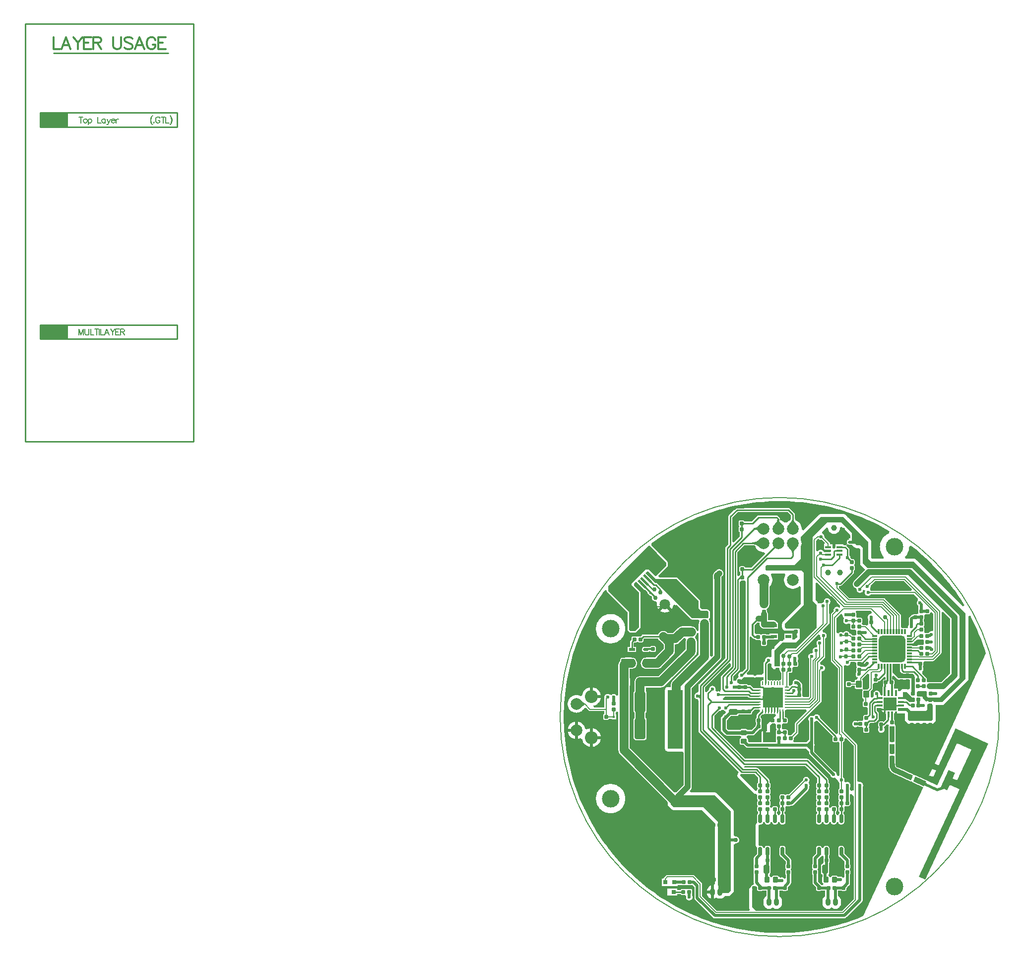
<source format=gtl>
G04*
G04 #@! TF.GenerationSoftware,Altium Limited,Altium Designer,20.0.2 (26)*
G04*
G04 Layer_Physical_Order=1*
G04 Layer_Color=255*
%FSLAX25Y25*%
%MOIN*%
G70*
G01*
G75*
%ADD10C,0.00787*%
%ADD11C,0.01000*%
%ADD12C,0.00800*%
%ADD14C,0.00500*%
%ADD17C,0.03937*%
%ADD18R,0.19000X0.09500*%
G04:AMPARAMS|DCode=23|XSize=23.62mil|YSize=9.84mil|CornerRadius=1.23mil|HoleSize=0mil|Usage=FLASHONLY|Rotation=180.000|XOffset=0mil|YOffset=0mil|HoleType=Round|Shape=RoundedRectangle|*
%AMROUNDEDRECTD23*
21,1,0.02362,0.00738,0,0,180.0*
21,1,0.02116,0.00984,0,0,180.0*
1,1,0.00246,-0.01058,0.00369*
1,1,0.00246,0.01058,0.00369*
1,1,0.00246,0.01058,-0.00369*
1,1,0.00246,-0.01058,-0.00369*
%
%ADD23ROUNDEDRECTD23*%
G04:AMPARAMS|DCode=24|XSize=23.62mil|YSize=9.84mil|CornerRadius=1.23mil|HoleSize=0mil|Usage=FLASHONLY|Rotation=270.000|XOffset=0mil|YOffset=0mil|HoleType=Round|Shape=RoundedRectangle|*
%AMROUNDEDRECTD24*
21,1,0.02362,0.00738,0,0,270.0*
21,1,0.02116,0.00984,0,0,270.0*
1,1,0.00246,-0.00369,-0.01058*
1,1,0.00246,-0.00369,0.01058*
1,1,0.00246,0.00369,0.01058*
1,1,0.00246,0.00369,-0.01058*
%
%ADD24ROUNDEDRECTD24*%
G04:AMPARAMS|DCode=25|XSize=11.02mil|YSize=33.47mil|CornerRadius=1.38mil|HoleSize=0mil|Usage=FLASHONLY|Rotation=270.000|XOffset=0mil|YOffset=0mil|HoleType=Round|Shape=RoundedRectangle|*
%AMROUNDEDRECTD25*
21,1,0.01102,0.03071,0,0,270.0*
21,1,0.00827,0.03347,0,0,270.0*
1,1,0.00276,-0.01535,-0.00413*
1,1,0.00276,-0.01535,0.00413*
1,1,0.00276,0.01535,0.00413*
1,1,0.00276,0.01535,-0.00413*
%
%ADD25ROUNDEDRECTD25*%
G04:AMPARAMS|DCode=26|XSize=11.02mil|YSize=33.47mil|CornerRadius=1.38mil|HoleSize=0mil|Usage=FLASHONLY|Rotation=180.000|XOffset=0mil|YOffset=0mil|HoleType=Round|Shape=RoundedRectangle|*
%AMROUNDEDRECTD26*
21,1,0.01102,0.03071,0,0,180.0*
21,1,0.00827,0.03347,0,0,180.0*
1,1,0.00276,-0.00413,0.01535*
1,1,0.00276,0.00413,0.01535*
1,1,0.00276,0.00413,-0.01535*
1,1,0.00276,-0.00413,-0.01535*
%
%ADD26ROUNDEDRECTD26*%
G04:AMPARAMS|DCode=27|XSize=15.75mil|YSize=68.9mil|CornerRadius=0mil|HoleSize=0mil|Usage=FLASHONLY|Rotation=45.000|XOffset=0mil|YOffset=0mil|HoleType=Round|Shape=Rectangle|*
%AMROTATEDRECTD27*
4,1,4,0.01879,-0.02993,-0.02993,0.01879,-0.01879,0.02993,0.02993,-0.01879,0.01879,-0.02993,0.0*
%
%ADD27ROTATEDRECTD27*%

%ADD28P,0.08908X4X90.0*%
G04:AMPARAMS|DCode=29|XSize=62.99mil|YSize=74.8mil|CornerRadius=0mil|HoleSize=0mil|Usage=FLASHONLY|Rotation=45.000|XOffset=0mil|YOffset=0mil|HoleType=Round|Shape=Rectangle|*
%AMROTATEDRECTD29*
4,1,4,0.00418,-0.04872,-0.04872,0.00418,-0.00418,0.04872,0.04872,-0.00418,0.00418,-0.04872,0.0*
%
%ADD29ROTATEDRECTD29*%

G04:AMPARAMS|DCode=30|XSize=82.68mil|YSize=78.74mil|CornerRadius=0mil|HoleSize=0mil|Usage=FLASHONLY|Rotation=45.000|XOffset=0mil|YOffset=0mil|HoleType=Round|Shape=Rectangle|*
%AMROTATEDRECTD30*
4,1,4,-0.00139,-0.05707,-0.05707,-0.00139,0.00139,0.05707,0.05707,0.00139,-0.00139,-0.05707,0.0*
%
%ADD30ROTATEDRECTD30*%

G04:AMPARAMS|DCode=31|XSize=23.62mil|YSize=23.62mil|CornerRadius=2.95mil|HoleSize=0mil|Usage=FLASHONLY|Rotation=270.000|XOffset=0mil|YOffset=0mil|HoleType=Round|Shape=RoundedRectangle|*
%AMROUNDEDRECTD31*
21,1,0.02362,0.01772,0,0,270.0*
21,1,0.01772,0.02362,0,0,270.0*
1,1,0.00591,-0.00886,-0.00886*
1,1,0.00591,-0.00886,0.00886*
1,1,0.00591,0.00886,0.00886*
1,1,0.00591,0.00886,-0.00886*
%
%ADD31ROUNDEDRECTD31*%
%ADD32R,0.03937X0.02362*%
%ADD33R,0.03937X0.01772*%
%ADD34O,0.03937X0.01968*%
%ADD35O,0.03937X0.01968*%
%ADD36R,0.03937X0.01968*%
G04:AMPARAMS|DCode=37|XSize=59.06mil|YSize=23.62mil|CornerRadius=5.91mil|HoleSize=0mil|Usage=FLASHONLY|Rotation=270.000|XOffset=0mil|YOffset=0mil|HoleType=Round|Shape=RoundedRectangle|*
%AMROUNDEDRECTD37*
21,1,0.05906,0.01181,0,0,270.0*
21,1,0.04724,0.02362,0,0,270.0*
1,1,0.01181,-0.00591,-0.02362*
1,1,0.01181,-0.00591,0.02362*
1,1,0.01181,0.00591,0.02362*
1,1,0.01181,0.00591,-0.02362*
%
%ADD37ROUNDEDRECTD37*%
%ADD38R,0.01260X0.01417*%
%ADD39R,0.02480X0.03268*%
G04:AMPARAMS|DCode=40|XSize=43.31mil|YSize=35.43mil|CornerRadius=4.43mil|HoleSize=0mil|Usage=FLASHONLY|Rotation=90.000|XOffset=0mil|YOffset=0mil|HoleType=Round|Shape=RoundedRectangle|*
%AMROUNDEDRECTD40*
21,1,0.04331,0.02657,0,0,90.0*
21,1,0.03445,0.03543,0,0,90.0*
1,1,0.00886,0.01329,0.01722*
1,1,0.00886,0.01329,-0.01722*
1,1,0.00886,-0.01329,-0.01722*
1,1,0.00886,-0.01329,0.01722*
%
%ADD40ROUNDEDRECTD40*%
G04:AMPARAMS|DCode=41|XSize=59.06mil|YSize=35.43mil|CornerRadius=4.43mil|HoleSize=0mil|Usage=FLASHONLY|Rotation=90.000|XOffset=0mil|YOffset=0mil|HoleType=Round|Shape=RoundedRectangle|*
%AMROUNDEDRECTD41*
21,1,0.05906,0.02657,0,0,90.0*
21,1,0.05020,0.03543,0,0,90.0*
1,1,0.00886,0.01329,0.02510*
1,1,0.00886,0.01329,-0.02510*
1,1,0.00886,-0.01329,-0.02510*
1,1,0.00886,-0.01329,0.02510*
%
%ADD41ROUNDEDRECTD41*%
G04:AMPARAMS|DCode=42|XSize=70.87mil|YSize=137.8mil|CornerRadius=8.86mil|HoleSize=0mil|Usage=FLASHONLY|Rotation=180.000|XOffset=0mil|YOffset=0mil|HoleType=Round|Shape=RoundedRectangle|*
%AMROUNDEDRECTD42*
21,1,0.07087,0.12008,0,0,180.0*
21,1,0.05315,0.13780,0,0,180.0*
1,1,0.01772,-0.02657,0.06004*
1,1,0.01772,0.02657,0.06004*
1,1,0.01772,0.02657,-0.06004*
1,1,0.01772,-0.02657,-0.06004*
%
%ADD42ROUNDEDRECTD42*%
G04:AMPARAMS|DCode=43|XSize=23.62mil|YSize=23.62mil|CornerRadius=2.95mil|HoleSize=0mil|Usage=FLASHONLY|Rotation=0.000|XOffset=0mil|YOffset=0mil|HoleType=Round|Shape=RoundedRectangle|*
%AMROUNDEDRECTD43*
21,1,0.02362,0.01772,0,0,0.0*
21,1,0.01772,0.02362,0,0,0.0*
1,1,0.00591,0.00886,-0.00886*
1,1,0.00591,-0.00886,-0.00886*
1,1,0.00591,-0.00886,0.00886*
1,1,0.00591,0.00886,0.00886*
%
%ADD43ROUNDEDRECTD43*%
%ADD44R,0.01378X0.04134*%
%ADD45R,0.04134X0.01378*%
%ADD46R,0.03150X0.03150*%
G04:AMPARAMS|DCode=47|XSize=31.5mil|YSize=39.37mil|CornerRadius=3.94mil|HoleSize=0mil|Usage=FLASHONLY|Rotation=180.000|XOffset=0mil|YOffset=0mil|HoleType=Round|Shape=RoundedRectangle|*
%AMROUNDEDRECTD47*
21,1,0.03150,0.03150,0,0,180.0*
21,1,0.02362,0.03937,0,0,180.0*
1,1,0.00787,-0.01181,0.01575*
1,1,0.00787,0.01181,0.01575*
1,1,0.00787,0.01181,-0.01575*
1,1,0.00787,-0.01181,-0.01575*
%
%ADD47ROUNDEDRECTD47*%
G04:AMPARAMS|DCode=48|XSize=47.24mil|YSize=39.37mil|CornerRadius=4.92mil|HoleSize=0mil|Usage=FLASHONLY|Rotation=270.000|XOffset=0mil|YOffset=0mil|HoleType=Round|Shape=RoundedRectangle|*
%AMROUNDEDRECTD48*
21,1,0.04724,0.02953,0,0,270.0*
21,1,0.03740,0.03937,0,0,270.0*
1,1,0.00984,-0.01476,-0.01870*
1,1,0.00984,-0.01476,0.01870*
1,1,0.00984,0.01476,0.01870*
1,1,0.00984,0.01476,-0.01870*
%
%ADD48ROUNDEDRECTD48*%
%ADD49R,0.08268X0.07087*%
%ADD50R,0.08268X0.07087*%
G04:AMPARAMS|DCode=51|XSize=86.61mil|YSize=74.8mil|CornerRadius=0mil|HoleSize=0mil|Usage=FLASHONLY|Rotation=225.000|XOffset=0mil|YOffset=0mil|HoleType=Round|Shape=Rectangle|*
%AMROTATEDRECTD51*
4,1,4,0.00418,0.05707,0.05707,0.00418,-0.00418,-0.05707,-0.05707,-0.00418,0.00418,0.05707,0.0*
%
%ADD51ROTATEDRECTD51*%

G04:AMPARAMS|DCode=52|XSize=59.06mil|YSize=127.95mil|CornerRadius=7.38mil|HoleSize=0mil|Usage=FLASHONLY|Rotation=180.000|XOffset=0mil|YOffset=0mil|HoleType=Round|Shape=RoundedRectangle|*
%AMROUNDEDRECTD52*
21,1,0.05906,0.11319,0,0,180.0*
21,1,0.04429,0.12795,0,0,180.0*
1,1,0.01476,-0.02215,0.05659*
1,1,0.01476,0.02215,0.05659*
1,1,0.01476,0.02215,-0.05659*
1,1,0.01476,-0.02215,-0.05659*
%
%ADD52ROUNDEDRECTD52*%
G04:AMPARAMS|DCode=53|XSize=41.34mil|YSize=70.87mil|CornerRadius=5.17mil|HoleSize=0mil|Usage=FLASHONLY|Rotation=180.000|XOffset=0mil|YOffset=0mil|HoleType=Round|Shape=RoundedRectangle|*
%AMROUNDEDRECTD53*
21,1,0.04134,0.06053,0,0,180.0*
21,1,0.03100,0.07087,0,0,180.0*
1,1,0.01034,-0.01550,0.03027*
1,1,0.01034,0.01550,0.03027*
1,1,0.01034,0.01550,-0.03027*
1,1,0.01034,-0.01550,-0.03027*
%
%ADD53ROUNDEDRECTD53*%
G04:AMPARAMS|DCode=54|XSize=37.4mil|YSize=57.09mil|CornerRadius=4.68mil|HoleSize=0mil|Usage=FLASHONLY|Rotation=90.000|XOffset=0mil|YOffset=0mil|HoleType=Round|Shape=RoundedRectangle|*
%AMROUNDEDRECTD54*
21,1,0.03740,0.04774,0,0,90.0*
21,1,0.02805,0.05709,0,0,90.0*
1,1,0.00935,0.02387,0.01403*
1,1,0.00935,0.02387,-0.01403*
1,1,0.00935,-0.02387,-0.01403*
1,1,0.00935,-0.02387,0.01403*
%
%ADD54ROUNDEDRECTD54*%
G04:AMPARAMS|DCode=55|XSize=31.5mil|YSize=39.37mil|CornerRadius=3.94mil|HoleSize=0mil|Usage=FLASHONLY|Rotation=270.000|XOffset=0mil|YOffset=0mil|HoleType=Round|Shape=RoundedRectangle|*
%AMROUNDEDRECTD55*
21,1,0.03150,0.03150,0,0,270.0*
21,1,0.02362,0.03937,0,0,270.0*
1,1,0.00787,-0.01575,-0.01181*
1,1,0.00787,-0.01575,0.01181*
1,1,0.00787,0.01575,0.01181*
1,1,0.00787,0.01575,-0.01181*
%
%ADD55ROUNDEDRECTD55*%
G04:AMPARAMS|DCode=56|XSize=43.31mil|YSize=35.43mil|CornerRadius=4.43mil|HoleSize=0mil|Usage=FLASHONLY|Rotation=180.000|XOffset=0mil|YOffset=0mil|HoleType=Round|Shape=RoundedRectangle|*
%AMROUNDEDRECTD56*
21,1,0.04331,0.02657,0,0,180.0*
21,1,0.03445,0.03543,0,0,180.0*
1,1,0.00886,-0.01722,0.01329*
1,1,0.00886,0.01722,0.01329*
1,1,0.00886,0.01722,-0.01329*
1,1,0.00886,-0.01722,-0.01329*
%
%ADD56ROUNDEDRECTD56*%
G04:AMPARAMS|DCode=57|XSize=59.06mil|YSize=35.43mil|CornerRadius=4.43mil|HoleSize=0mil|Usage=FLASHONLY|Rotation=180.000|XOffset=0mil|YOffset=0mil|HoleType=Round|Shape=RoundedRectangle|*
%AMROUNDEDRECTD57*
21,1,0.05906,0.02657,0,0,180.0*
21,1,0.05020,0.03543,0,0,180.0*
1,1,0.00886,-0.02510,0.01329*
1,1,0.00886,0.02510,0.01329*
1,1,0.00886,0.02510,-0.01329*
1,1,0.00886,-0.02510,-0.01329*
%
%ADD57ROUNDEDRECTD57*%
G04:AMPARAMS|DCode=58|XSize=23.62mil|YSize=23.62mil|CornerRadius=2.95mil|HoleSize=0mil|Usage=FLASHONLY|Rotation=65.000|XOffset=0mil|YOffset=0mil|HoleType=Round|Shape=RoundedRectangle|*
%AMROUNDEDRECTD58*
21,1,0.02362,0.01772,0,0,65.0*
21,1,0.01772,0.02362,0,0,65.0*
1,1,0.00591,0.01177,0.00429*
1,1,0.00591,0.00429,-0.01177*
1,1,0.00591,-0.01177,-0.00429*
1,1,0.00591,-0.00429,0.01177*
%
%ADD58ROUNDEDRECTD58*%
G04:AMPARAMS|DCode=59|XSize=37.4mil|YSize=57.09mil|CornerRadius=4.68mil|HoleSize=0mil|Usage=FLASHONLY|Rotation=180.000|XOffset=0mil|YOffset=0mil|HoleType=Round|Shape=RoundedRectangle|*
%AMROUNDEDRECTD59*
21,1,0.03740,0.04774,0,0,180.0*
21,1,0.02805,0.05709,0,0,180.0*
1,1,0.00935,-0.01403,0.02387*
1,1,0.00935,0.01403,0.02387*
1,1,0.00935,0.01403,-0.02387*
1,1,0.00935,-0.01403,-0.02387*
%
%ADD59ROUNDEDRECTD59*%
G04:AMPARAMS|DCode=60|XSize=23.62mil|YSize=23.62mil|CornerRadius=2.95mil|HoleSize=0mil|Usage=FLASHONLY|Rotation=155.000|XOffset=0mil|YOffset=0mil|HoleType=Round|Shape=RoundedRectangle|*
%AMROUNDEDRECTD60*
21,1,0.02362,0.01772,0,0,155.0*
21,1,0.01772,0.02362,0,0,155.0*
1,1,0.00591,-0.00429,0.01177*
1,1,0.00591,0.01177,0.00429*
1,1,0.00591,0.00429,-0.01177*
1,1,0.00591,-0.01177,-0.00429*
%
%ADD60ROUNDEDRECTD60*%
G04:AMPARAMS|DCode=61|XSize=14.17mil|YSize=12.6mil|CornerRadius=0mil|HoleSize=0mil|Usage=FLASHONLY|Rotation=45.000|XOffset=0mil|YOffset=0mil|HoleType=Round|Shape=Rectangle|*
%AMROTATEDRECTD61*
4,1,4,-0.00056,-0.00947,-0.00947,-0.00056,0.00056,0.00947,0.00947,0.00056,-0.00056,-0.00947,0.0*
%
%ADD61ROTATEDRECTD61*%

%ADD85R,0.08898X0.08898*%
%ADD110C,0.03543*%
G04:AMPARAMS|DCode=111|XSize=177.17mil|YSize=177.17mil|CornerRadius=22.15mil|HoleSize=0mil|Usage=FLASHONLY|Rotation=180.000|XOffset=0mil|YOffset=0mil|HoleType=Round|Shape=RoundedRectangle|*
%AMROUNDEDRECTD111*
21,1,0.17717,0.13287,0,0,180.0*
21,1,0.13287,0.17717,0,0,180.0*
1,1,0.04429,-0.06644,0.06644*
1,1,0.04429,0.06644,0.06644*
1,1,0.04429,0.06644,-0.06644*
1,1,0.04429,-0.06644,-0.06644*
%
%ADD111ROUNDEDRECTD111*%
%ADD112C,0.03000*%
%ADD113C,0.00800*%
%ADD114C,0.02362*%
%ADD115C,0.01968*%
%ADD116C,0.05906*%
%ADD117C,0.00700*%
%ADD118C,0.02000*%
%ADD119C,0.00799*%
%ADD120C,0.01181*%
%ADD121C,0.00850*%
%ADD122R,0.07830X0.06631*%
%ADD123R,0.13583X0.13583*%
%ADD124R,0.06299X0.06299*%
%ADD125C,0.03937*%
%ADD126C,0.08661*%
%ADD127C,0.07874*%
%ADD128C,0.02362*%
%ADD129C,0.07087*%
%ADD130P,0.10022X4X270.0*%
%ADD131O,0.03543X0.05118*%
%ADD132C,0.11811*%
%ADD133C,0.01180*%
G36*
X-72859Y172568D02*
Y170306D01*
X-72860Y170304D01*
X-72888Y170270D01*
X-72914Y170222D01*
X-72944Y170176D01*
X-72960Y170135D01*
X-72981Y170096D01*
X-72997Y170044D01*
X-73018Y169993D01*
X-73026Y169950D01*
X-73038Y169908D01*
X-73044Y169853D01*
X-73054Y169799D01*
X-73070Y169617D01*
X-73105Y169474D01*
X-73177Y169282D01*
X-73266Y169103D01*
X-73269Y169103D01*
X-73815Y168907D01*
X-74340Y168659D01*
X-74838Y168361D01*
X-75304Y168015D01*
X-75697Y167658D01*
X-75755Y167617D01*
X-75906Y167557D01*
X-77042D01*
X-77193Y167617D01*
X-77250Y167658D01*
X-77644Y168015D01*
X-78110Y168361D01*
X-78608Y168659D01*
X-79133Y168907D01*
X-79679Y169103D01*
X-80089Y169205D01*
Y169815D01*
X-80114Y170070D01*
X-80188Y170315D01*
X-80309Y170540D01*
X-80472Y170738D01*
X-80472Y170738D01*
X-81602Y171869D01*
X-81800Y172031D01*
X-82026Y172152D01*
X-82271Y172226D01*
X-82526Y172251D01*
X-94705D01*
X-94705Y172251D01*
X-94960Y172226D01*
X-95205Y172152D01*
X-95431Y172031D01*
X-95629Y171869D01*
X-99142Y168356D01*
X-104122D01*
X-104122Y168357D01*
X-104224Y168547D01*
X-104361Y168714D01*
X-104528Y168851D01*
X-104718Y168952D01*
X-104924Y169015D01*
X-105139Y169036D01*
X-106911D01*
X-107125Y169015D01*
X-107332Y168952D01*
X-107522Y168851D01*
X-107689Y168714D01*
X-107826Y168547D01*
X-107928Y168357D01*
X-107990Y168150D01*
X-108011Y167936D01*
Y166164D01*
X-107990Y165949D01*
X-107928Y165743D01*
X-107928Y165743D01*
X-107826Y165552D01*
X-107826Y165552D01*
X-107689Y165236D01*
Y164863D01*
X-107826Y164547D01*
X-107826Y164547D01*
X-107928Y164357D01*
X-107990Y164150D01*
X-108011Y163936D01*
Y162164D01*
X-107990Y161949D01*
X-107928Y161743D01*
X-107826Y161553D01*
X-107689Y161386D01*
X-107522Y161249D01*
X-107332Y161147D01*
X-107300Y161137D01*
Y158091D01*
X-111096Y154295D01*
X-112187Y154747D01*
Y171009D01*
X-108452Y174743D01*
X-75035D01*
X-72859Y172568D01*
D02*
G37*
G36*
X-71030Y169453D02*
X-70963Y169175D01*
X-70850Y168878D01*
X-70692Y168562D01*
X-70489Y168226D01*
X-70241Y167870D01*
X-69947Y167496D01*
X-69225Y166689D01*
X-68797Y166256D01*
X-74309D01*
X-73880Y166689D01*
X-72865Y167870D01*
X-72617Y168226D01*
X-72414Y168562D01*
X-72256Y168878D01*
X-72143Y169175D01*
X-72075Y169453D01*
X-72053Y169712D01*
X-71053D01*
X-71030Y169453D01*
D02*
G37*
G36*
X-33864Y159812D02*
X-33864Y156142D01*
X-34047Y156098D01*
X-34306Y155991D01*
X-34446Y155905D01*
X-34923D01*
Y155469D01*
X-34942Y155448D01*
X-35088Y155209D01*
X-35196Y154949D01*
X-35261Y154676D01*
X-35283Y154396D01*
X-35261Y154116D01*
X-35196Y153843D01*
X-35088Y153584D01*
X-34942Y153344D01*
X-34923Y153323D01*
Y152981D01*
X-35813Y152183D01*
X-35827Y152195D01*
X-36053Y152316D01*
X-36298Y152390D01*
X-36553Y152415D01*
X-37485D01*
Y152795D01*
X-43022D01*
Y150841D01*
X-43494Y149856D01*
X-43748Y149831D01*
X-43784Y149820D01*
X-44653Y150225D01*
X-44765Y150305D01*
X-44965Y150550D01*
Y152795D01*
X-46528D01*
Y153290D01*
X-46551Y153525D01*
X-46620Y153751D01*
X-46731Y153960D01*
X-46881Y154143D01*
X-50355Y157616D01*
X-50333Y157708D01*
X-50306Y158050D01*
X-50333Y158392D01*
X-50413Y158726D01*
X-50544Y159043D01*
X-50723Y159336D01*
X-50946Y159597D01*
X-51208Y159820D01*
X-51500Y159999D01*
X-51627Y160052D01*
X-51912Y160717D01*
X-52004Y161286D01*
X-51994Y161355D01*
X-48981Y164369D01*
X-47888Y163912D01*
X-47823Y163856D01*
X-47800Y163444D01*
X-47726Y163008D01*
X-47604Y162583D01*
X-47434Y162174D01*
X-47220Y161787D01*
X-46965Y161427D01*
X-46670Y161097D01*
X-46340Y160802D01*
X-45980Y160547D01*
X-45592Y160333D01*
X-45184Y160163D01*
X-44759Y160041D01*
X-44323Y159967D01*
X-43882Y159942D01*
X-43440Y159967D01*
X-43004Y160041D01*
X-42579Y160163D01*
X-42171Y160333D01*
X-41784Y160547D01*
X-41423Y160802D01*
X-41093Y161097D01*
X-40799Y161427D01*
X-40543Y161787D01*
X-40329Y162174D01*
X-40160Y162583D01*
X-40037Y163008D01*
X-39963Y163444D01*
X-39938Y163885D01*
X-39958Y164235D01*
X-39781Y164403D01*
X-38844Y164792D01*
X-33864Y159812D01*
D02*
G37*
G36*
X-53780Y156280D02*
X-53487Y156100D01*
X-53170Y155969D01*
X-52836Y155889D01*
X-52494Y155862D01*
X-52151Y155889D01*
X-52060Y155911D01*
X-50035Y153886D01*
X-50487Y152795D01*
X-50502D01*
Y149423D01*
X-46618D01*
X-45886Y148299D01*
X-46225Y147677D01*
X-50502D01*
X-51349Y148483D01*
X-51446Y148597D01*
X-51708Y148820D01*
X-52000Y148999D01*
X-52317Y149130D01*
X-52651Y149211D01*
X-52994Y149238D01*
X-53336Y149211D01*
X-53670Y149130D01*
X-53987Y148999D01*
X-54280Y148820D01*
X-54540Y148597D01*
X-54743Y148360D01*
X-54826Y148355D01*
X-55924Y148703D01*
Y155414D01*
X-55225Y156113D01*
X-55189Y156138D01*
X-54040Y156503D01*
X-53780Y156280D01*
D02*
G37*
G36*
X-69225Y150358D02*
X-70241Y149176D01*
X-70489Y148821D01*
X-70692Y148485D01*
X-70850Y148168D01*
X-70963Y147871D01*
X-71030Y147593D01*
X-71053Y147335D01*
X-72053D01*
X-72075Y147593D01*
X-72143Y147871D01*
X-72256Y148168D01*
X-72414Y148485D01*
X-72617Y148821D01*
X-72865Y149176D01*
X-73158Y149551D01*
X-73880Y150358D01*
X-74309Y150790D01*
X-68797D01*
X-69225Y150358D01*
D02*
G37*
G36*
X-77413Y181889D02*
X-74417Y181796D01*
X-71423Y181641D01*
X-68434Y181424D01*
X-65449Y181146D01*
X-62471Y180806D01*
X-59500Y180404D01*
X-56538Y179942D01*
X-53587Y179418D01*
X-50647Y178833D01*
X-47719Y178187D01*
X-44806Y177481D01*
X-41908Y176716D01*
X-39026Y175890D01*
X-36162Y175005D01*
X-33317Y174061D01*
X-30492Y173058D01*
X-27688Y171998D01*
X-24907Y170879D01*
X-22149Y169703D01*
X-19417Y168471D01*
X-16710Y167182D01*
X-14031Y165838D01*
X-11380Y164439D01*
X-8758Y162985D01*
X-6625Y161743D01*
X-6598Y161651D01*
X-6736Y160474D01*
X-6750Y160449D01*
X-7015Y160351D01*
X-7717Y160027D01*
X-8392Y159649D01*
X-9035Y159220D01*
X-9643Y158741D01*
X-10211Y158216D01*
X-10736Y157648D01*
X-11214Y157040D01*
X-11644Y156397D01*
X-12022Y155722D01*
X-12346Y155020D01*
X-12614Y154294D01*
X-12823Y153550D01*
X-12974Y152791D01*
X-13065Y152023D01*
X-13096Y151251D01*
X-13065Y150478D01*
X-12974Y149710D01*
X-12823Y148951D01*
X-12614Y148207D01*
X-12346Y147481D01*
X-12022Y146779D01*
X-11644Y146104D01*
X-11214Y145461D01*
X-10736Y144853D01*
X-10404Y144494D01*
X-10599Y143737D01*
X-10899Y143313D01*
X-18080D01*
X-18892Y144125D01*
Y154724D01*
X-18916Y155033D01*
X-18988Y155335D01*
X-19107Y155621D01*
X-19269Y155885D01*
X-19470Y156121D01*
X-19470Y156121D01*
X-36005Y172656D01*
X-36241Y172857D01*
X-36505Y173019D01*
X-36791Y173138D01*
X-37093Y173210D01*
X-37402Y173234D01*
X-37402Y173234D01*
X-52756D01*
X-52756Y173234D01*
X-53065Y173210D01*
X-53366Y173138D01*
X-53652Y173019D01*
X-53917Y172857D01*
X-54152Y172656D01*
X-54152Y172656D01*
X-64567Y162241D01*
X-65678Y162801D01*
X-65669Y162865D01*
X-65640Y163444D01*
X-65669Y164024D01*
X-65754Y164598D01*
X-65895Y165161D01*
X-66090Y165707D01*
X-66338Y166232D01*
X-66637Y166729D01*
X-66982Y167195D01*
X-67372Y167625D01*
X-67802Y168015D01*
X-68268Y168361D01*
X-68765Y168659D01*
X-69290Y168907D01*
X-69836Y169103D01*
X-69839Y169103D01*
X-69928Y169282D01*
X-70001Y169474D01*
X-70036Y169617D01*
X-70052Y169799D01*
X-70062Y169853D01*
X-70067Y169908D01*
X-70080Y169950D01*
X-70088Y169993D01*
X-70108Y170044D01*
X-70124Y170096D01*
X-70145Y170135D01*
X-70161Y170176D01*
X-70191Y170222D01*
X-70217Y170270D01*
X-70245Y170304D01*
X-70246Y170306D01*
Y173109D01*
X-70246Y173109D01*
X-70271Y173364D01*
X-70346Y173609D01*
X-70467Y173835D01*
X-70629Y174033D01*
X-70629Y174033D01*
X-73570Y176973D01*
X-73768Y177136D01*
X-73994Y177257D01*
X-74239Y177331D01*
X-74493Y177356D01*
X-108993D01*
X-109248Y177331D01*
X-109493Y177257D01*
X-109719Y177136D01*
X-109917Y176973D01*
X-114417Y172473D01*
X-114580Y172275D01*
X-114700Y172050D01*
X-114775Y171805D01*
X-114800Y171550D01*
Y152995D01*
X-116617Y151178D01*
X-116780Y150980D01*
X-116900Y150754D01*
X-116975Y150509D01*
X-117000Y150254D01*
Y76629D01*
X-134617Y59012D01*
X-134780Y58814D01*
X-134900Y58588D01*
X-134975Y58343D01*
X-135000Y58088D01*
Y54358D01*
X-135494Y53238D01*
X-135836Y53211D01*
X-136170Y53131D01*
X-136487Y52999D01*
X-136779Y52820D01*
X-137041Y52597D01*
X-137264Y52336D01*
X-137443Y52043D01*
X-137574Y51726D01*
X-137654Y51392D01*
X-137681Y51050D01*
X-137654Y50708D01*
X-137574Y50374D01*
X-137443Y50056D01*
X-137264Y49764D01*
X-137041Y49503D01*
X-136779Y49280D01*
X-136487Y49100D01*
X-136170Y48969D01*
X-135836Y48889D01*
X-135494Y48862D01*
X-135000Y47741D01*
Y27535D01*
X-134975Y27280D01*
X-134900Y27035D01*
X-134780Y26809D01*
X-134617Y26611D01*
X-107936Y-70D01*
X-108006Y-152D01*
X-108104Y-266D01*
X-108105Y-268D01*
X-108106Y-269D01*
X-108186Y-399D01*
X-108267Y-530D01*
X-108268Y-532D01*
X-108269Y-533D01*
X-108327Y-674D01*
X-108386Y-816D01*
X-108710Y-1802D01*
X-108711Y-1805D01*
X-108712Y-1808D01*
X-108748Y-1956D01*
X-108783Y-2103D01*
X-108784Y-2106D01*
X-108784Y-2109D01*
X-108797Y-2262D01*
X-108809Y-2411D01*
X-108809Y-2415D01*
X-108809Y-2418D01*
X-108797Y-2572D01*
X-108785Y-2720D01*
X-108785Y-2723D01*
X-108784Y-2727D01*
X-108749Y-2875D01*
X-108714Y-3022D01*
X-108713Y-3025D01*
X-108712Y-3028D01*
X-108654Y-3168D01*
X-108596Y-3309D01*
X-108595Y-3311D01*
X-108593Y-3314D01*
X-108514Y-3444D01*
X-108435Y-3573D01*
X-108433Y-3576D01*
X-108432Y-3579D01*
X-108333Y-3694D01*
X-108235Y-3810D01*
X-108232Y-3812D01*
X-108230Y-3814D01*
X-97816Y-14228D01*
X-97757Y-14279D01*
X-97702Y-14333D01*
X-97640Y-14379D01*
X-97581Y-14430D01*
X-97514Y-14470D01*
X-97452Y-14516D01*
X-97382Y-14551D01*
X-97316Y-14591D01*
X-97245Y-14621D01*
X-97176Y-14656D01*
X-97102Y-14680D01*
X-97030Y-14710D01*
X-96955Y-14728D01*
X-96881Y-14752D01*
X-96804Y-14764D01*
X-96729Y-14782D01*
X-96651Y-14788D01*
X-96575Y-14800D01*
X-96497D01*
X-96420Y-14807D01*
X-96343Y-14800D01*
X-96265D01*
X-96256Y-14799D01*
X-95773Y-15220D01*
X-95708Y-15288D01*
X-95686Y-15314D01*
X-95682Y-15319D01*
X-95481Y-15729D01*
X-95458Y-15787D01*
X-95454Y-15801D01*
X-95459Y-15818D01*
X-95480Y-16033D01*
Y-17805D01*
X-95459Y-18019D01*
X-95396Y-18226D01*
X-95294Y-18416D01*
X-95158Y-18761D01*
Y-19140D01*
X-95294Y-19484D01*
X-95396Y-19675D01*
X-95459Y-19881D01*
X-95480Y-20096D01*
Y-21868D01*
X-95459Y-22082D01*
X-95396Y-22289D01*
X-95396Y-22289D01*
X-95294Y-22479D01*
Y-23422D01*
X-95396Y-23612D01*
X-95396Y-23612D01*
X-95459Y-23818D01*
X-95480Y-24033D01*
Y-25805D01*
X-95459Y-26019D01*
X-95396Y-26226D01*
X-95294Y-26416D01*
X-95158Y-26583D01*
X-94991Y-26720D01*
X-94893Y-26772D01*
X-94874Y-27730D01*
X-94890Y-27927D01*
X-95072Y-28076D01*
X-95246Y-28288D01*
X-95375Y-28530D01*
X-95455Y-28792D01*
X-95481Y-29064D01*
Y-33789D01*
X-95455Y-34061D01*
X-95454Y-34063D01*
X-95670Y-34226D01*
X-95687Y-34240D01*
X-95705Y-34253D01*
X-95803Y-34343D01*
X-95903Y-34431D01*
X-95917Y-34448D01*
X-95933Y-34463D01*
X-96016Y-34567D01*
X-96101Y-34669D01*
X-96112Y-34688D01*
X-96126Y-34706D01*
X-96327Y-35006D01*
X-96385Y-35109D01*
X-96447Y-35210D01*
X-96461Y-35244D01*
X-96479Y-35276D01*
X-96520Y-35387D01*
X-96565Y-35496D01*
X-96574Y-35532D01*
X-96587Y-35567D01*
X-96610Y-35683D01*
X-96638Y-35797D01*
X-96640Y-35834D01*
X-96648Y-35871D01*
X-96653Y-35989D01*
X-96662Y-36106D01*
Y-48794D01*
X-96653Y-48912D01*
X-96648Y-49030D01*
X-96640Y-49066D01*
X-96638Y-49103D01*
X-96610Y-49218D01*
X-96587Y-49333D01*
X-96574Y-49368D01*
X-96565Y-49404D01*
X-96520Y-49513D01*
X-96479Y-49624D01*
X-96461Y-49656D01*
X-96447Y-49691D01*
X-96385Y-49791D01*
X-96327Y-49894D01*
X-95724Y-50794D01*
X-95701Y-50823D01*
X-95682Y-50854D01*
X-95605Y-50944D01*
X-95532Y-51037D01*
X-95504Y-51062D01*
X-95480Y-51090D01*
X-95479Y-51091D01*
X-95481Y-51112D01*
Y-54907D01*
X-97259Y-56685D01*
X-97442Y-56898D01*
X-97588Y-57138D01*
X-97696Y-57397D01*
X-97761Y-57670D01*
X-97783Y-57950D01*
Y-61971D01*
X-97794Y-61984D01*
X-97896Y-62175D01*
X-97959Y-62381D01*
X-97980Y-62596D01*
Y-64368D01*
X-97959Y-64582D01*
X-97896Y-64789D01*
X-97896Y-64789D01*
X-97794Y-64979D01*
Y-65921D01*
X-97896Y-66112D01*
X-97896Y-66112D01*
X-97959Y-66318D01*
X-97980Y-66533D01*
Y-68305D01*
X-97959Y-68519D01*
X-97896Y-68726D01*
X-97794Y-68916D01*
X-97783Y-68930D01*
Y-74450D01*
X-97761Y-74730D01*
X-97696Y-75003D01*
X-97619Y-75188D01*
X-97732Y-75285D01*
X-97732Y-75285D01*
X-98418Y-75971D01*
X-98563Y-75985D01*
X-98769Y-76048D01*
X-98959Y-76149D01*
X-99126Y-76286D01*
X-99263Y-76453D01*
X-99365Y-76643D01*
X-99427Y-76850D01*
X-99441Y-76995D01*
X-100379Y-77932D01*
X-100580Y-78167D01*
X-100742Y-78431D01*
X-100860Y-78718D01*
X-100933Y-79019D01*
X-100957Y-79328D01*
X-100957Y-79328D01*
Y-90795D01*
X-100957Y-90795D01*
X-100933Y-91104D01*
X-100860Y-91405D01*
X-100742Y-91692D01*
X-100580Y-91956D01*
X-100488Y-92063D01*
X-100495Y-92154D01*
X-100621Y-92777D01*
X-100815Y-93244D01*
X-122599D01*
X-132618Y-83226D01*
Y-75261D01*
X-132641Y-75026D01*
X-132710Y-74800D01*
X-132821Y-74591D01*
X-132971Y-74409D01*
X-132971Y-74409D01*
X-137725Y-69654D01*
X-137908Y-69504D01*
X-138117Y-69393D01*
X-138343Y-69324D01*
X-138578Y-69301D01*
X-138578Y-69301D01*
X-155920D01*
X-155920Y-69301D01*
X-156155Y-69324D01*
X-156381Y-69393D01*
X-156589Y-69504D01*
X-156772Y-69654D01*
X-158144Y-71026D01*
X-158294Y-71209D01*
X-158406Y-71417D01*
X-158474Y-71644D01*
X-158492Y-71823D01*
X-159667D01*
Y-76573D01*
X-154917D01*
Y-76573D01*
X-153763Y-76573D01*
Y-76573D01*
X-149013D01*
Y-75982D01*
X-146316D01*
X-146309Y-75988D01*
X-146118Y-76090D01*
X-145912Y-76152D01*
X-145697Y-76174D01*
X-143925D01*
X-143711Y-76152D01*
X-143504Y-76090D01*
X-143504Y-76090D01*
X-143314Y-75988D01*
X-142371D01*
X-142181Y-76090D01*
X-142181Y-76090D01*
X-141975Y-76152D01*
X-141760Y-76174D01*
X-139988D01*
X-139774Y-76152D01*
X-139567Y-76090D01*
X-139377Y-75988D01*
X-139363Y-75977D01*
X-138930D01*
X-137698Y-77209D01*
Y-84588D01*
X-137675Y-84868D01*
X-137610Y-85141D01*
X-137503Y-85401D01*
X-137356Y-85640D01*
X-137173Y-85854D01*
X-125227Y-97800D01*
X-125014Y-97982D01*
X-124774Y-98129D01*
X-124515Y-98237D01*
X-124242Y-98302D01*
X-123962Y-98324D01*
X-37027D01*
X-36747Y-98302D01*
X-36474Y-98237D01*
X-36215Y-98129D01*
X-35975Y-97982D01*
X-35762Y-97800D01*
X-35251Y-97289D01*
X-35238Y-97278D01*
X-25228Y-87268D01*
X-25046Y-87055D01*
X-24899Y-86815D01*
X-24791Y-86556D01*
X-24726Y-86283D01*
X-24704Y-86003D01*
Y-10204D01*
X-24544Y-9944D01*
X-24413Y-9626D01*
X-24333Y-9292D01*
X-24306Y-8950D01*
X-24333Y-8608D01*
X-24413Y-8274D01*
X-24544Y-7957D01*
X-24724Y-7664D01*
X-24947Y-7403D01*
X-25207Y-7180D01*
X-25500Y-7001D01*
X-25817Y-6870D01*
X-26151Y-6789D01*
X-26493Y-6762D01*
X-26836Y-6789D01*
X-27107Y-6854D01*
X-27185Y-6861D01*
X-28021Y-6404D01*
X-28288Y-6106D01*
Y17971D01*
X-28311Y18206D01*
X-28379Y18432D01*
X-28491Y18641D01*
X-28641Y18824D01*
X-28641Y18824D01*
X-37288Y27471D01*
Y70710D01*
X-37288Y70710D01*
X-37311Y70945D01*
X-37380Y71172D01*
X-37393Y71196D01*
X-36567Y72000D01*
X-36305Y71777D01*
X-36013Y71597D01*
X-35696Y71466D01*
X-35362Y71386D01*
X-35019Y71359D01*
X-34677Y71386D01*
X-34343Y71466D01*
X-34026Y71597D01*
X-33734Y71777D01*
X-33472Y72000D01*
X-33250Y72261D01*
X-33070Y72553D01*
X-32939Y72871D01*
X-32859Y73204D01*
X-32832Y73547D01*
X-32557Y73844D01*
X-30124D01*
X-29011Y73436D01*
Y71664D01*
X-28990Y71449D01*
X-28928Y71243D01*
X-28928Y71243D01*
X-28826Y71052D01*
X-28689Y70736D01*
Y70363D01*
X-28826Y70047D01*
X-28928Y69857D01*
X-28928Y69857D01*
X-28949Y69787D01*
X-28990Y69650D01*
X-29011Y69436D01*
Y67664D01*
X-28990Y67449D01*
X-28928Y67243D01*
X-28826Y67053D01*
X-28815Y67039D01*
Y67010D01*
X-28964Y66836D01*
X-29143Y66543D01*
X-29274Y66226D01*
X-29354Y65892D01*
X-29381Y65550D01*
X-29354Y65207D01*
X-29274Y64874D01*
X-29143Y64556D01*
X-28964Y64264D01*
X-28741Y64003D01*
X-28479Y63780D01*
X-28187Y63600D01*
X-27870Y63469D01*
X-27781Y63242D01*
X-28589Y62061D01*
X-28738D01*
X-28991Y62036D01*
X-29234Y61962D01*
X-29459Y61842D01*
X-29656Y61680D01*
X-29817Y61484D01*
X-29937Y61259D01*
X-30011Y61016D01*
X-30036Y60762D01*
Y60224D01*
X-32060D01*
X-32091Y60325D01*
X-32193Y60515D01*
X-32329Y60682D01*
X-32496Y60819D01*
X-32686Y60921D01*
X-32893Y60984D01*
X-33108Y61005D01*
X-34879D01*
X-35094Y60984D01*
X-35300Y60921D01*
X-35491Y60819D01*
X-35658Y60682D01*
X-35794Y60515D01*
X-35896Y60325D01*
X-35959Y60119D01*
X-35980Y59904D01*
Y58132D01*
X-35959Y57918D01*
X-35896Y57711D01*
X-35794Y57521D01*
X-35658Y57354D01*
X-35491Y57217D01*
X-35300Y57116D01*
X-35094Y57053D01*
X-34879Y57032D01*
X-33108D01*
X-32893Y57053D01*
X-32686Y57116D01*
X-32496Y57217D01*
X-32329Y57354D01*
X-32193Y57521D01*
X-32091Y57711D01*
X-32060Y57812D01*
X-30036D01*
Y57022D01*
X-30011Y56769D01*
X-29937Y56525D01*
X-29817Y56301D01*
X-29656Y56104D01*
X-29459Y55943D01*
X-29234Y55823D01*
X-28991Y55749D01*
X-28738Y55724D01*
X-25785D01*
X-25532Y55749D01*
X-25288Y55823D01*
X-24688Y54804D01*
X-24699Y54791D01*
X-24819Y54566D01*
X-24893Y54323D01*
X-24918Y54069D01*
Y50329D01*
X-24893Y50076D01*
X-24819Y49832D01*
X-24699Y49608D01*
X-24538Y49411D01*
X-24341Y49250D01*
X-24116Y49130D01*
X-23873Y49056D01*
X-23855Y49054D01*
Y47593D01*
X-23956Y47563D01*
X-24146Y47461D01*
X-24313Y47324D01*
X-24450Y47157D01*
X-24552Y46967D01*
X-24614Y46760D01*
X-24636Y46546D01*
Y44774D01*
X-24614Y44559D01*
X-24552Y44353D01*
X-24450Y44163D01*
X-24313Y43996D01*
X-24146Y43859D01*
X-23956Y43757D01*
X-23750Y43695D01*
X-23535Y43674D01*
X-21763D01*
X-21342Y42568D01*
Y38988D01*
X-22029Y38302D01*
X-23054D01*
X-23269Y38280D01*
X-23475Y38218D01*
X-23665Y38116D01*
X-23832Y37979D01*
X-23969Y37813D01*
X-24071Y37622D01*
X-24133Y37416D01*
X-24155Y37201D01*
Y35429D01*
X-24133Y35215D01*
X-24112Y35144D01*
X-24483Y34614D01*
X-24962Y34221D01*
X-25005Y34234D01*
X-25219Y34255D01*
X-26991D01*
X-27206Y34234D01*
X-27412Y34172D01*
X-27602Y34070D01*
X-27614Y34060D01*
X-28173D01*
X-28436Y34222D01*
X-28753Y34353D01*
X-29087Y34433D01*
X-29429Y34460D01*
X-29772Y34433D01*
X-30105Y34353D01*
X-30423Y34222D01*
X-30715Y34042D01*
X-30976Y33819D01*
X-31199Y33558D01*
X-31379Y33266D01*
X-31510Y32948D01*
X-31590Y32615D01*
X-31617Y32272D01*
X-31590Y31930D01*
X-31510Y31596D01*
X-31379Y31279D01*
X-31199Y30986D01*
X-30976Y30725D01*
X-30715Y30502D01*
X-30423Y30323D01*
X-30105Y30192D01*
X-29772Y30111D01*
X-29429Y30084D01*
X-29087Y30111D01*
X-28753Y30192D01*
X-28436Y30323D01*
X-28178Y30481D01*
X-27618D01*
X-27602Y30468D01*
X-27412Y30366D01*
X-27206Y30304D01*
X-26991Y30283D01*
X-25219D01*
X-25005Y30304D01*
X-24456Y29869D01*
X-24125Y29387D01*
X-24133Y29358D01*
X-24155Y29143D01*
Y27371D01*
X-24133Y27157D01*
X-24071Y26950D01*
X-23969Y26760D01*
X-23832Y26593D01*
X-23665Y26456D01*
X-23475Y26355D01*
X-23269Y26292D01*
X-23054Y26271D01*
X-21282D01*
X-21068Y26292D01*
X-20861Y26355D01*
X-20671Y26456D01*
X-20504Y26593D01*
X-20367Y26760D01*
X-20266Y26950D01*
X-20203Y27157D01*
X-20182Y27371D01*
Y29143D01*
X-20203Y29358D01*
X-20266Y29564D01*
X-20367Y29754D01*
X-20367Y29754D01*
X-20504Y30076D01*
X-20504Y30450D01*
X-20367Y30772D01*
X-20367Y30772D01*
X-20266Y30962D01*
X-20266Y30962D01*
X-20236Y31059D01*
X-20203Y31168D01*
X-20182Y31383D01*
Y32408D01*
X-19698Y32892D01*
X-16837D01*
X-16582Y32917D01*
X-16337Y32991D01*
X-16111Y33112D01*
X-15913Y33274D01*
X-14189Y34998D01*
X-14189Y34998D01*
X-14026Y35196D01*
X-13906Y35422D01*
X-13831Y35667D01*
X-13806Y35922D01*
Y39274D01*
X-13831Y39528D01*
X-13906Y39773D01*
X-14026Y39999D01*
X-14189Y40197D01*
X-14189Y40197D01*
X-14970Y40978D01*
X-15168Y41141D01*
X-15201Y41158D01*
X-15330Y41288D01*
Y43114D01*
X-12498D01*
X-12214Y42810D01*
X-12187Y42399D01*
X-12106Y41994D01*
X-11974Y41603D01*
X-11791Y41232D01*
X-11562Y40889D01*
X-11289Y40579D01*
X-10979Y40306D01*
X-10636Y40077D01*
X-10265Y39895D01*
X-9874Y39762D01*
X-9469Y39681D01*
X-9461Y39681D01*
X-8868Y38614D01*
X-8861Y38484D01*
X-8879Y38291D01*
Y35356D01*
X-10600Y33636D01*
X-10601Y33637D01*
X-10791Y33738D01*
X-10998Y33801D01*
X-11213Y33822D01*
X-12984D01*
X-13199Y33801D01*
X-13405Y33738D01*
X-13596Y33637D01*
X-13762Y33500D01*
X-13899Y33333D01*
X-14001Y33143D01*
X-14064Y32936D01*
X-14085Y32721D01*
Y30950D01*
X-14064Y30735D01*
X-14001Y30529D01*
X-13904Y30347D01*
Y29705D01*
X-14028Y29502D01*
X-14159Y29185D01*
X-14240Y28852D01*
X-14266Y28509D01*
X-14240Y28167D01*
X-14159Y27833D01*
X-14028Y27516D01*
X-13849Y27223D01*
X-13626Y26962D01*
X-13365Y26739D01*
X-13072Y26560D01*
X-12755Y26428D01*
X-12421Y26348D01*
X-12079Y26321D01*
X-11736Y26348D01*
X-11402Y26428D01*
X-11085Y26560D01*
X-10793Y26739D01*
X-10532Y26962D01*
X-10309Y27223D01*
X-10129Y27516D01*
X-9998Y27833D01*
X-9918Y28167D01*
X-9891Y28509D01*
X-9918Y28852D01*
X-9998Y29185D01*
X-10124Y29489D01*
X-10126Y29548D01*
X-10123Y29599D01*
X-9827Y30750D01*
X-9629Y30912D01*
X-8533Y32007D01*
X-8426Y32047D01*
X-7095Y31776D01*
X-6980Y31547D01*
X-6966Y31520D01*
X-7239Y30961D01*
X-7304Y30804D01*
X-7304Y30803D01*
X-7326Y30634D01*
X-7326Y30634D01*
X-7326Y30526D01*
Y20393D01*
X-7326Y20342D01*
X-7326Y20342D01*
X-7326Y20207D01*
X-7303Y19447D01*
X-7303Y18930D01*
X-7326Y18632D01*
X-7326Y18497D01*
X-7326Y18497D01*
X-7326Y17628D01*
Y12383D01*
X-7326Y12247D01*
X-7326Y12247D01*
X-7306Y12091D01*
X-7303Y12043D01*
X-7303Y12043D01*
X-7303Y12042D01*
X-7283Y11460D01*
X-7303Y10877D01*
X-7306Y10829D01*
X-7326Y10672D01*
X-7326Y10672D01*
X-7326Y10537D01*
Y4945D01*
X-7333Y4806D01*
X-7326Y4666D01*
Y4198D01*
X-7304Y4028D01*
X-7272Y3952D01*
X-7229Y3621D01*
X-7100Y3040D01*
X-6921Y2472D01*
X-6693Y1922D01*
X-6419Y1395D01*
X-6099Y893D01*
X-5736Y421D01*
X-5334Y-18D01*
X-4896Y-420D01*
X-4423Y-783D01*
X-3921Y-1103D01*
X-3393Y-1377D01*
X-2844Y-1605D01*
X-2276Y-1784D01*
X-1820Y-1885D01*
X-1798Y-1899D01*
X7457Y-6215D01*
X7621Y-6266D01*
X7621D01*
X7791Y-6274D01*
X7792Y-6274D01*
X8386Y-6482D01*
X8840Y-6743D01*
X9003Y-6873D01*
X9037Y-6907D01*
X9056Y-6927D01*
X9200Y-7018D01*
X16174Y-10271D01*
X16174Y-10271D01*
X-24178Y-96808D01*
X-24907Y-97118D01*
X-27688Y-98237D01*
X-30492Y-99298D01*
X-33317Y-100300D01*
X-36162Y-101244D01*
X-39026Y-102129D01*
X-41908Y-102955D01*
X-44806Y-103721D01*
X-47719Y-104426D01*
X-50647Y-105072D01*
X-53587Y-105657D01*
X-56538Y-106181D01*
X-59500Y-106643D01*
X-62471Y-107045D01*
X-65449Y-107385D01*
X-68434Y-107663D01*
X-71423Y-107880D01*
X-74417Y-108035D01*
X-77413Y-108128D01*
X-80411Y-108159D01*
X-83408Y-108128D01*
X-86405Y-108035D01*
X-89398Y-107880D01*
X-92388Y-107663D01*
X-95373Y-107385D01*
X-98351Y-107045D01*
X-101322Y-106643D01*
X-104283Y-106181D01*
X-107235Y-105657D01*
X-110175Y-105072D01*
X-113102Y-104426D01*
X-116016Y-103721D01*
X-118914Y-102955D01*
X-121796Y-102129D01*
X-124660Y-101244D01*
X-127505Y-100300D01*
X-130330Y-99298D01*
X-133134Y-98237D01*
X-135915Y-97118D01*
X-138672Y-95943D01*
X-141405Y-94710D01*
X-144112Y-93422D01*
X-146791Y-92077D01*
X-149442Y-90678D01*
X-152063Y-89224D01*
X-154654Y-87716D01*
X-157213Y-86155D01*
X-159740Y-84541D01*
X-162232Y-82876D01*
X-164690Y-81160D01*
X-167111Y-79393D01*
X-169496Y-77576D01*
X-171842Y-75710D01*
X-174150Y-73797D01*
X-176417Y-71836D01*
X-178643Y-69828D01*
X-180828Y-67775D01*
X-182969Y-65678D01*
X-185067Y-63536D01*
X-187120Y-61352D01*
X-189127Y-59126D01*
X-191088Y-56858D01*
X-193002Y-54551D01*
X-194867Y-52205D01*
X-196684Y-49820D01*
X-198451Y-47398D01*
X-200167Y-44941D01*
X-201833Y-42448D01*
X-203446Y-39922D01*
X-205007Y-37363D01*
X-206515Y-34772D01*
X-207969Y-32151D01*
X-209368Y-29500D01*
X-210713Y-26820D01*
X-212001Y-24114D01*
X-213234Y-21381D01*
X-214410Y-18624D01*
X-215528Y-15843D01*
X-216589Y-13039D01*
X-217591Y-10214D01*
X-218535Y-7369D01*
X-219420Y-4504D01*
X-220246Y-1623D01*
X-221012Y1275D01*
X-221718Y4189D01*
X-222363Y7116D01*
X-222948Y10056D01*
X-223472Y13008D01*
X-223935Y15969D01*
X-224336Y18940D01*
X-224676Y21918D01*
X-224955Y24903D01*
X-225171Y27893D01*
X-225326Y30887D01*
X-225419Y33883D01*
X-225450Y36880D01*
X-225419Y39878D01*
X-225326Y42874D01*
X-225171Y45868D01*
X-224955Y48858D01*
X-224676Y51842D01*
X-224336Y54821D01*
X-223935Y57791D01*
X-223472Y60753D01*
X-222948Y63705D01*
X-222363Y66645D01*
X-221718Y69572D01*
X-221012Y72486D01*
X-220246Y75384D01*
X-219420Y78265D01*
X-218535Y81129D01*
X-217591Y83975D01*
X-216589Y86800D01*
X-215528Y89603D01*
X-214410Y92385D01*
X-213234Y95142D01*
X-212001Y97875D01*
X-210713Y100581D01*
X-209368Y103261D01*
X-207969Y105912D01*
X-206515Y108533D01*
X-205007Y111124D01*
X-203446Y113683D01*
X-201833Y116209D01*
X-200167Y118702D01*
X-198451Y121159D01*
X-197679Y122216D01*
X-196498Y121831D01*
Y121550D01*
X-196479Y121354D01*
X-196422Y121165D01*
X-196329Y120992D01*
X-196204Y120839D01*
X-182498Y107133D01*
Y95550D01*
X-182479Y95354D01*
X-182422Y95165D01*
X-182329Y94991D01*
X-182204Y94839D01*
X-181204Y93839D01*
X-181052Y93714D01*
X-180878Y93621D01*
X-180690Y93564D01*
X-180493Y93545D01*
X-177494D01*
X-177297Y93564D01*
X-177109Y93621D01*
X-176935Y93714D01*
X-176783Y93839D01*
X-174283Y96339D01*
X-174158Y96491D01*
X-174065Y96665D01*
X-174008Y96854D01*
X-173989Y97050D01*
Y120550D01*
X-174008Y120746D01*
X-174065Y120934D01*
X-174158Y121108D01*
X-174283Y121260D01*
X-178129Y125107D01*
Y126749D01*
X-176920Y127958D01*
X-171046Y122084D01*
X-170847Y122283D01*
X-169065Y120501D01*
X-169402Y120163D01*
X-167380Y118141D01*
X-167043Y118479D01*
X-166215Y117651D01*
X-166272Y117411D01*
X-166301Y117050D01*
X-166272Y116689D01*
X-166188Y116337D01*
X-166049Y116002D01*
X-165860Y115694D01*
X-165625Y115418D01*
X-165350Y115183D01*
X-165041Y114994D01*
X-164706Y114856D01*
X-164354Y114771D01*
X-163994Y114743D01*
X-163757Y114761D01*
X-163504Y114634D01*
X-162905Y113997D01*
X-162807Y113773D01*
X-162825Y113701D01*
X-162905Y113165D01*
X-162932Y112624D01*
X-162905Y112083D01*
X-162825Y111548D01*
X-162694Y111022D01*
X-162511Y110512D01*
X-162280Y110023D01*
X-162001Y109558D01*
X-161946Y109484D01*
X-158109Y113320D01*
X-157413Y112624D01*
X-156717Y113320D01*
X-152880Y109484D01*
X-152825Y109558D01*
X-152546Y110023D01*
X-152315Y110512D01*
X-152132Y111022D01*
X-152001Y111548D01*
X-151956Y111845D01*
X-151361Y112179D01*
X-150729Y112287D01*
X-150342Y111901D01*
X-149804Y112439D01*
X-143217Y105852D01*
X-143216Y105851D01*
X-143214Y105849D01*
X-140082Y102747D01*
X-140008Y102686D01*
X-139933Y102625D01*
X-139931Y102624D01*
X-139929Y102622D01*
X-139845Y102578D01*
X-139760Y102532D01*
X-139757Y102532D01*
X-139755Y102530D01*
X-139663Y102503D01*
X-139571Y102475D01*
X-139569Y102475D01*
X-139566Y102474D01*
X-139471Y102465D01*
X-139375Y102456D01*
X-135074D01*
X-134869Y102283D01*
X-134373Y101321D01*
X-134534Y100931D01*
X-134651Y100526D01*
X-134721Y100111D01*
X-134745Y99690D01*
Y94864D01*
X-135926Y94653D01*
X-136007Y94872D01*
X-136025Y94934D01*
X-136124Y95277D01*
X-136285Y95667D01*
X-136489Y96036D01*
X-136733Y96380D01*
X-137014Y96694D01*
X-137328Y96975D01*
X-137672Y97219D01*
X-138041Y97422D01*
X-138430Y97584D01*
X-138835Y97700D01*
X-139251Y97771D01*
X-139672Y97795D01*
X-146007D01*
X-146428Y97771D01*
X-146844Y97700D01*
X-147249Y97584D01*
X-147638Y97422D01*
X-148007Y97219D01*
X-148351Y96975D01*
X-148665Y96694D01*
X-152127Y93232D01*
X-155479D01*
X-155954Y93708D01*
X-156268Y93988D01*
X-156612Y94232D01*
X-156981Y94436D01*
X-157370Y94598D01*
X-157775Y94714D01*
X-158191Y94785D01*
X-158612Y94808D01*
X-159032Y94785D01*
X-159448Y94714D01*
X-159853Y94598D01*
X-160242Y94436D01*
X-160611Y94232D01*
X-160955Y93988D01*
X-161269Y93708D01*
X-161550Y93393D01*
X-161794Y93050D01*
X-161998Y92681D01*
X-162133Y92356D01*
X-172025D01*
X-172280Y92331D01*
X-172525Y92257D01*
X-172751Y92136D01*
X-172949Y91973D01*
X-173886Y91036D01*
X-174911D01*
X-175126Y91015D01*
X-175332Y90952D01*
X-175332Y90952D01*
X-175522Y90851D01*
X-176465Y90851D01*
X-176655Y90952D01*
X-176655Y90952D01*
X-176862Y91015D01*
X-177076Y91036D01*
X-178848D01*
X-179062Y91015D01*
X-179269Y90952D01*
X-179459Y90851D01*
X-179626Y90714D01*
X-179763Y90547D01*
X-179865Y90357D01*
X-179927Y90150D01*
X-179948Y89936D01*
Y88911D01*
X-180641Y88218D01*
X-180642Y88218D01*
X-180804Y88020D01*
X-180925Y87794D01*
X-180999Y87549D01*
X-181024Y87294D01*
Y84074D01*
X-182486D01*
Y80506D01*
X-176949D01*
Y84074D01*
X-178412D01*
Y86753D01*
X-178101Y87063D01*
X-177076D01*
X-176862Y87085D01*
X-176655Y87147D01*
X-176655Y87147D01*
X-176465Y87249D01*
X-175522Y87249D01*
X-175332Y87147D01*
X-175332Y87147D01*
X-175126Y87085D01*
X-174911Y87063D01*
X-173139D01*
X-172924Y87085D01*
X-172718Y87147D01*
X-172528Y87249D01*
X-172361Y87386D01*
X-172224Y87552D01*
X-172122Y87743D01*
X-172060Y87949D01*
X-172039Y88164D01*
Y89189D01*
X-171484Y89744D01*
X-162133D01*
X-161998Y89419D01*
X-161794Y89050D01*
X-161550Y88706D01*
X-161269Y88392D01*
X-159693Y86816D01*
X-159693Y86816D01*
X-158252Y85375D01*
Y82795D01*
X-164239Y76808D01*
X-169993D01*
X-170414Y76785D01*
X-170830Y76714D01*
X-171228Y76599D01*
X-171253D01*
X-171533Y76577D01*
X-171806Y76512D01*
X-172066Y76404D01*
X-172305Y76258D01*
X-172519Y76075D01*
X-172701Y75862D01*
X-172848Y75622D01*
X-172956Y75363D01*
X-172956Y75359D01*
X-173176Y75050D01*
X-173380Y74681D01*
X-173541Y74291D01*
X-173658Y73886D01*
X-173729Y73471D01*
X-173752Y73050D01*
X-173729Y72629D01*
X-173658Y72213D01*
X-173541Y71808D01*
X-173380Y71419D01*
X-173176Y71050D01*
X-172932Y70706D01*
X-172651Y70392D01*
X-172337Y70111D01*
X-171993Y69867D01*
X-171624Y69663D01*
X-171235Y69502D01*
X-170830Y69385D01*
X-170414Y69315D01*
X-169993Y69291D01*
X-162682D01*
X-162261Y69315D01*
X-161845Y69385D01*
X-161440Y69502D01*
X-161051Y69663D01*
X-160682Y69867D01*
X-160338Y70111D01*
X-160024Y70392D01*
X-151836Y78580D01*
X-151555Y78895D01*
X-151311Y79238D01*
X-151107Y79607D01*
X-150946Y79997D01*
X-150829Y80402D01*
X-150759Y80817D01*
X-150735Y81238D01*
Y85715D01*
X-150570D01*
X-150149Y85738D01*
X-149733Y85809D01*
X-149328Y85926D01*
X-148939Y86087D01*
X-148570Y86291D01*
X-148226Y86535D01*
X-147912Y86816D01*
X-144611Y90117D01*
X-143835Y89932D01*
X-143816Y89909D01*
X-143276Y88763D01*
X-143314Y88672D01*
X-143430Y88267D01*
X-143501Y87851D01*
X-143525Y87431D01*
Y82628D01*
X-161844Y64308D01*
X-174104D01*
X-174525Y64285D01*
X-174940Y64214D01*
X-175345Y64097D01*
X-175735Y63936D01*
X-176103Y63732D01*
X-176447Y63488D01*
X-176761Y63208D01*
X-177042Y62893D01*
X-177286Y62550D01*
X-177490Y62181D01*
X-177652Y61791D01*
X-177768Y61386D01*
X-177839Y60971D01*
X-177862Y60550D01*
Y54411D01*
X-178051Y54249D01*
X-178224Y54048D01*
X-178362Y53821D01*
X-178464Y53576D01*
X-178526Y53318D01*
X-178547Y53054D01*
Y41046D01*
X-178526Y40781D01*
X-178464Y40523D01*
X-178362Y40278D01*
X-178224Y40052D01*
X-178051Y39850D01*
X-177957Y39769D01*
Y36330D01*
X-178051Y36249D01*
X-178224Y36048D01*
X-178362Y35821D01*
X-178464Y35576D01*
X-178526Y35318D01*
X-178547Y35054D01*
Y23046D01*
X-178526Y22781D01*
X-178464Y22523D01*
X-178362Y22278D01*
X-178224Y22052D01*
X-178051Y21850D01*
X-177850Y21678D01*
X-177623Y21539D01*
X-177378Y21438D01*
X-177120Y21376D01*
X-176856Y21355D01*
X-171541D01*
X-171276Y21376D01*
X-171018Y21438D01*
X-170773Y21539D01*
X-170547Y21678D01*
X-170345Y21850D01*
X-170173Y22052D01*
X-170034Y22278D01*
X-169932Y22523D01*
X-169870Y22781D01*
X-169850Y23046D01*
Y35054D01*
X-169870Y35318D01*
X-169932Y35576D01*
X-170034Y35821D01*
X-170173Y36048D01*
X-170345Y36249D01*
X-170440Y36330D01*
Y39769D01*
X-170345Y39850D01*
X-170173Y40052D01*
X-170034Y40278D01*
X-169932Y40523D01*
X-169870Y40781D01*
X-169850Y41046D01*
Y53054D01*
X-169870Y53318D01*
X-169932Y53576D01*
X-170034Y53821D01*
X-170173Y54048D01*
X-170345Y54249D01*
X-170345Y54250D01*
Y56791D01*
X-160287D01*
X-159867Y56815D01*
X-159451Y56885D01*
X-159046Y57002D01*
X-158657Y57163D01*
X-158288Y57367D01*
X-157944Y57611D01*
X-157630Y57892D01*
X-138296Y77225D01*
X-138207Y77280D01*
X-137946Y77503D01*
X-137724Y77764D01*
X-137654Y77877D01*
X-137452Y78103D01*
X-137440Y78120D01*
X-137422Y78133D01*
X-137108Y78414D01*
X-136827Y78728D01*
X-136583Y79072D01*
X-136379Y79440D01*
X-136218Y79830D01*
X-136101Y80235D01*
X-136031Y80651D01*
X-136007Y81071D01*
Y87431D01*
X-136031Y87851D01*
X-136101Y88267D01*
X-136218Y88672D01*
X-136379Y89061D01*
X-136583Y89430D01*
X-136827Y89774D01*
X-136953Y89915D01*
X-137089Y90344D01*
X-137022Y91268D01*
X-136932Y91470D01*
X-136733Y91693D01*
X-136489Y92036D01*
X-136285Y92405D01*
X-136124Y92795D01*
X-136025Y93138D01*
X-136007Y93200D01*
X-135926Y93419D01*
X-134745Y93208D01*
Y87585D01*
Y78839D01*
X-152447Y61138D01*
X-152727Y60824D01*
X-152971Y60480D01*
X-153175Y60111D01*
X-153337Y59721D01*
X-153453Y59316D01*
X-153524Y58901D01*
X-153548Y58480D01*
Y57093D01*
X-155512D01*
X-155821Y57068D01*
X-156122Y56996D01*
X-156408Y56877D01*
X-156672Y56716D01*
X-156908Y56514D01*
X-157109Y56279D01*
X-157271Y56015D01*
X-157390Y55728D01*
X-157462Y55427D01*
X-157486Y55118D01*
Y15748D01*
X-157462Y15439D01*
X-157390Y15138D01*
X-157271Y14852D01*
X-157109Y14587D01*
X-156908Y14352D01*
X-156672Y14151D01*
X-156408Y13989D01*
X-156122Y13870D01*
X-155821Y13798D01*
X-155512Y13773D01*
X-145669D01*
X-145027Y12881D01*
X-144954Y12681D01*
Y-8987D01*
X-149740Y-13773D01*
X-151355D01*
X-181235Y16107D01*
Y58116D01*
X-180843D01*
Y62984D01*
X-181235D01*
Y69291D01*
X-179993D01*
X-179573Y69315D01*
X-179157Y69385D01*
X-178752Y69502D01*
X-178363Y69663D01*
X-177994Y69867D01*
X-177650Y70111D01*
X-177336Y70392D01*
X-177055Y70706D01*
X-176811Y71050D01*
X-176607Y71419D01*
X-176446Y71808D01*
X-176329Y72213D01*
X-176259Y72629D01*
X-176235Y73050D01*
X-176259Y73471D01*
X-176329Y73886D01*
X-176446Y74291D01*
X-176607Y74681D01*
X-176811Y75050D01*
X-177031Y75359D01*
X-177032Y75363D01*
X-177139Y75622D01*
X-177286Y75862D01*
X-177468Y76075D01*
X-177682Y76257D01*
X-177921Y76404D01*
X-178181Y76512D01*
X-178454Y76577D01*
X-178734Y76599D01*
X-178759D01*
X-179157Y76714D01*
X-179573Y76785D01*
X-179993Y76808D01*
X-183993D01*
X-184414Y76785D01*
X-184830Y76714D01*
X-185235Y76597D01*
X-185307Y76568D01*
X-186379D01*
X-186594Y76547D01*
X-186801Y76484D01*
X-186991Y76382D01*
X-187158Y76245D01*
X-187294Y76078D01*
X-187396Y75888D01*
X-187459Y75682D01*
X-187480Y75467D01*
Y74879D01*
X-187651Y74708D01*
X-187932Y74393D01*
X-188176Y74050D01*
X-188380Y73681D01*
X-188541Y73291D01*
X-188658Y72886D01*
X-188728Y72471D01*
X-188752Y72050D01*
Y62050D01*
Y51493D01*
X-189920Y51226D01*
X-190099Y51518D01*
X-190322Y51779D01*
X-190583Y52002D01*
X-190876Y52182D01*
X-191193Y52313D01*
X-191527Y52393D01*
X-191869Y52420D01*
X-192211Y52393D01*
X-192545Y52313D01*
X-192862Y52182D01*
X-193155Y52002D01*
X-193673Y51790D01*
X-194245Y51815D01*
X-194705Y52040D01*
X-194713Y52047D01*
X-195005Y52226D01*
X-195323Y52358D01*
X-195657Y52438D01*
X-195999Y52465D01*
X-196341Y52438D01*
X-196675Y52358D01*
X-196992Y52226D01*
X-197285Y52047D01*
X-197546Y51824D01*
X-197769Y51563D01*
X-197948Y51270D01*
X-198080Y50953D01*
X-198160Y50619D01*
X-198187Y50277D01*
X-198160Y49935D01*
X-198111Y49732D01*
X-198176Y49517D01*
X-198199Y49282D01*
X-198199Y49282D01*
Y43281D01*
X-205330D01*
X-205476Y44462D01*
X-205045Y44570D01*
X-204462Y44778D01*
X-203902Y45043D01*
X-203372Y45361D01*
X-202874Y45730D01*
X-202416Y46146D01*
X-202000Y46604D01*
X-201631Y47101D01*
X-201313Y47632D01*
X-201049Y48192D01*
X-200840Y48774D01*
X-200690Y49375D01*
X-200653Y49621D01*
X-206875D01*
Y50605D01*
X-207860D01*
Y56827D01*
X-208106Y56791D01*
X-208706Y56640D01*
X-209289Y56432D01*
X-209848Y56167D01*
X-210379Y55849D01*
X-210876Y55480D01*
X-211335Y55065D01*
X-211751Y54606D01*
X-212119Y54109D01*
X-212438Y53578D01*
X-212702Y53019D01*
X-212911Y52436D01*
X-213061Y51836D01*
X-213088Y51652D01*
X-213862Y51091D01*
X-214345Y51001D01*
X-214652Y51147D01*
X-215198Y51342D01*
X-215761Y51483D01*
X-216335Y51568D01*
X-216915Y51597D01*
X-217494Y51568D01*
X-218068Y51483D01*
X-218631Y51342D01*
X-219177Y51147D01*
X-219702Y50898D01*
X-220200Y50600D01*
X-220666Y50254D01*
X-221096Y49865D01*
X-221485Y49435D01*
X-221831Y48969D01*
X-222129Y48471D01*
X-222377Y47947D01*
X-222573Y47400D01*
X-222714Y46837D01*
X-222799Y46264D01*
X-222827Y45684D01*
X-222799Y45105D01*
X-222714Y44530D01*
X-222573Y43968D01*
X-222377Y43421D01*
X-222129Y42897D01*
X-221831Y42399D01*
X-221485Y41933D01*
X-221096Y41503D01*
X-220666Y41113D01*
X-220200Y40768D01*
X-219702Y40470D01*
X-219177Y40221D01*
X-218631Y40026D01*
X-218068Y39885D01*
X-217494Y39800D01*
X-216915Y39771D01*
X-216335Y39800D01*
X-215761Y39885D01*
X-215198Y40026D01*
X-214652Y40221D01*
X-214128Y40470D01*
X-213630Y40768D01*
X-213164Y41113D01*
X-212734Y41503D01*
X-212344Y41933D01*
X-211999Y42399D01*
X-211766Y42788D01*
X-211561Y42915D01*
X-210377Y43069D01*
X-208616Y41308D01*
X-208441Y41164D01*
X-208241Y41058D01*
X-208024Y40992D01*
X-207799Y40970D01*
X-198199D01*
Y38952D01*
X-198301Y38921D01*
X-198491Y38819D01*
X-198658Y38682D01*
X-198794Y38515D01*
X-198896Y38325D01*
X-198959Y38119D01*
X-198980Y37904D01*
Y36132D01*
X-198959Y35918D01*
X-198896Y35711D01*
X-198794Y35521D01*
X-198658Y35354D01*
X-198491Y35217D01*
X-198301Y35116D01*
X-198094Y35053D01*
X-197879Y35032D01*
X-196108D01*
X-195893Y35053D01*
X-195686Y35116D01*
X-195496Y35217D01*
X-195329Y35354D01*
X-195193Y35521D01*
X-195091Y35711D01*
X-195069Y35782D01*
X-193223D01*
Y35449D01*
X-190363D01*
Y38466D01*
X-190663D01*
Y39965D01*
X-189933Y40606D01*
X-188752Y40318D01*
Y14550D01*
X-188728Y14129D01*
X-188658Y13713D01*
X-188541Y13308D01*
X-188380Y12919D01*
X-188176Y12550D01*
X-187932Y12206D01*
X-187651Y11892D01*
X-155518Y-20241D01*
Y-21654D01*
X-155494Y-21962D01*
X-155421Y-22264D01*
X-155303Y-22550D01*
X-155141Y-22814D01*
X-154940Y-23050D01*
X-154939Y-23050D01*
X-152971Y-25018D01*
X-152735Y-25220D01*
X-152471Y-25381D01*
X-152185Y-25500D01*
X-151884Y-25572D01*
X-151575Y-25597D01*
X-151575Y-25597D01*
X-132708D01*
X-124022Y-34282D01*
X-124022Y-75171D01*
X-124176Y-75443D01*
X-124470Y-75687D01*
Y-80667D01*
Y-85063D01*
X-124217Y-84990D01*
X-123829Y-84829D01*
X-123461Y-84626D01*
X-123118Y-84383D01*
X-122994Y-84271D01*
X-122869Y-84383D01*
X-122526Y-84626D01*
X-122158Y-84829D01*
X-121770Y-84990D01*
X-121367Y-85106D01*
X-120952Y-85177D01*
X-120533Y-85200D01*
X-120114Y-85177D01*
X-119699Y-85106D01*
X-119296Y-84990D01*
X-118907Y-84829D01*
X-118540Y-84626D01*
X-118197Y-84383D01*
X-117884Y-84103D01*
X-117604Y-83790D01*
X-117361Y-83447D01*
X-117174Y-83255D01*
X-117047Y-83308D01*
X-116921Y-83363D01*
X-116904Y-83367D01*
X-116888Y-83374D01*
X-116754Y-83406D01*
X-116621Y-83441D01*
X-116604Y-83442D01*
X-116587Y-83446D01*
X-116450Y-83457D01*
X-116313Y-83470D01*
X-116295Y-83469D01*
X-116278Y-83471D01*
X-114961Y-83471D01*
X-114961Y-83471D01*
X-114652Y-83446D01*
X-114350Y-83374D01*
X-114064Y-83255D01*
X-113800Y-83094D01*
X-113564Y-82892D01*
X-113564Y-82892D01*
X-111793Y-81121D01*
X-111592Y-80885D01*
X-111430Y-80621D01*
X-111311Y-80335D01*
X-111239Y-80033D01*
X-111214Y-79725D01*
X-111214Y-79724D01*
X-111214Y-74803D01*
Y-48869D01*
X-111033Y-48593D01*
X-110370Y-48077D01*
X-110033Y-47961D01*
X-109843Y-47976D01*
X-109482Y-47948D01*
X-109130Y-47864D01*
X-108795Y-47725D01*
X-108486Y-47536D01*
X-108211Y-47301D01*
X-107976Y-47025D01*
X-107787Y-46717D01*
X-107648Y-46382D01*
X-107564Y-46030D01*
X-107535Y-45669D01*
X-107564Y-45308D01*
X-107648Y-44956D01*
X-107787Y-44622D01*
X-107976Y-44313D01*
X-108211Y-44038D01*
X-108486Y-43803D01*
X-108795Y-43614D01*
X-109130Y-43475D01*
X-109482Y-43391D01*
X-109843Y-43362D01*
X-110033Y-43377D01*
X-110370Y-43262D01*
X-111033Y-42746D01*
X-111214Y-42470D01*
Y-26575D01*
X-111239Y-26266D01*
X-111311Y-25965D01*
X-111430Y-25678D01*
X-111591Y-25414D01*
X-111793Y-25179D01*
X-111793Y-25179D01*
X-122619Y-14352D01*
X-122855Y-14151D01*
X-123119Y-13989D01*
X-123406Y-13870D01*
X-123707Y-13798D01*
X-124016Y-13773D01*
X-124016Y-13773D01*
X-140350D01*
X-140802Y-12682D01*
X-140218Y-12099D01*
X-140218Y-12099D01*
X-139979Y-11826D01*
X-139777Y-11524D01*
X-139617Y-11198D01*
X-139500Y-10855D01*
X-139429Y-10499D01*
X-139406Y-10137D01*
X-139406Y-10137D01*
Y56246D01*
X-120342Y75310D01*
X-120342Y75310D01*
X-120102Y75582D01*
X-119901Y75884D01*
X-119740Y76210D01*
X-119624Y76553D01*
X-119553Y76909D01*
X-119529Y77271D01*
X-119529Y77272D01*
Y131033D01*
X-119080Y131482D01*
X-118841Y131755D01*
X-118639Y132057D01*
X-118478Y132382D01*
X-118362Y132726D01*
X-118291Y133082D01*
X-118267Y133444D01*
X-118291Y133806D01*
X-118362Y134162D01*
X-118478Y134506D01*
X-118639Y134831D01*
X-118841Y135133D01*
X-119080Y135406D01*
X-119353Y135645D01*
X-119655Y135847D01*
X-119980Y136007D01*
X-120324Y136124D01*
X-120679Y136195D01*
X-121042Y136218D01*
X-121404Y136195D01*
X-121760Y136124D01*
X-122103Y136007D01*
X-122429Y135847D01*
X-122731Y135645D01*
X-123003Y135406D01*
X-124418Y133992D01*
X-124657Y133719D01*
X-124858Y133417D01*
X-125019Y133092D01*
X-125136Y132748D01*
X-125206Y132392D01*
X-125230Y132030D01*
X-125230Y132030D01*
Y130413D01*
X-125206Y130051D01*
X-125136Y129695D01*
X-125078Y129525D01*
Y78421D01*
X-126047Y77452D01*
X-127228Y77941D01*
Y87585D01*
Y99319D01*
X-127206Y99712D01*
X-127229Y100133D01*
X-127300Y100548D01*
X-127417Y100953D01*
X-127578Y101343D01*
X-127663Y101497D01*
X-127971Y102374D01*
X-127907Y102750D01*
X-127526Y103130D01*
X-127401Y103282D01*
X-127308Y103456D01*
X-127251Y103645D01*
X-127232Y103841D01*
Y107453D01*
X-127251Y107649D01*
X-127308Y107837D01*
X-127401Y108011D01*
X-127526Y108163D01*
X-128239Y108876D01*
X-128392Y109001D01*
X-128565Y109094D01*
X-128754Y109151D01*
X-128950Y109171D01*
X-132715D01*
X-133909Y110364D01*
X-133909Y112919D01*
X-133896Y112932D01*
X-133909Y112944D01*
X-133909Y114970D01*
X-133928Y115166D01*
X-133985Y115355D01*
X-134078Y115528D01*
X-134203Y115681D01*
X-148783Y130260D01*
X-148935Y130385D01*
X-149109Y130478D01*
X-149297Y130535D01*
X-149494Y130555D01*
X-161397D01*
X-161887Y131736D01*
X-155783Y137839D01*
X-155658Y137991D01*
X-155565Y138165D01*
X-155508Y138354D01*
X-155489Y138550D01*
Y140550D01*
X-155508Y140746D01*
X-155565Y140934D01*
X-155658Y141108D01*
X-155783Y141260D01*
X-166662Y152139D01*
X-166472Y153620D01*
X-164690Y154920D01*
X-162232Y156637D01*
X-159740Y158302D01*
X-157213Y159916D01*
X-154654Y161477D01*
X-152063Y162985D01*
X-149442Y164439D01*
X-146791Y165838D01*
X-144112Y167182D01*
X-141405Y168471D01*
X-138672Y169703D01*
X-135915Y170879D01*
X-133134Y171998D01*
X-130330Y173058D01*
X-127505Y174061D01*
X-124660Y175005D01*
X-121796Y175890D01*
X-118914Y176716D01*
X-116016Y177481D01*
X-113102Y178187D01*
X-110175Y178833D01*
X-107235Y179418D01*
X-104283Y179942D01*
X-101322Y180404D01*
X-98351Y180806D01*
X-95373Y181146D01*
X-92388Y181424D01*
X-89398Y181641D01*
X-86405Y181796D01*
X-83408Y181889D01*
X-80411Y181920D01*
X-77413Y181889D01*
D02*
G37*
G36*
X-97342Y152193D02*
X-96941Y152067D01*
X-96896Y151886D01*
X-96700Y151339D01*
X-96452Y150815D01*
X-96154Y150317D01*
X-95808Y149851D01*
X-95419Y149421D01*
X-94989Y149031D01*
X-94523Y148686D01*
X-94025Y148388D01*
X-93500Y148139D01*
X-92954Y147944D01*
X-92391Y147803D01*
X-91817Y147718D01*
X-91238Y147689D01*
X-90804Y147711D01*
X-90550Y147407D01*
X-90262Y146583D01*
X-99489Y137356D01*
X-103557D01*
X-103609Y137528D01*
X-103711Y137718D01*
X-103848Y137884D01*
X-104015Y138021D01*
X-104205Y138123D01*
X-104411Y138186D01*
X-104626Y138207D01*
X-106398D01*
X-106612Y138186D01*
X-106819Y138123D01*
X-107009Y138021D01*
X-107176Y137884D01*
X-107313Y137718D01*
X-107414Y137528D01*
X-107477Y137321D01*
X-107498Y137106D01*
Y135335D01*
X-107477Y135120D01*
X-107414Y134914D01*
X-107313Y134723D01*
X-107176Y134556D01*
X-107009Y134420D01*
X-106819Y134318D01*
X-106800Y134312D01*
Y132617D01*
X-106819Y132611D01*
X-107009Y132510D01*
X-107176Y132373D01*
X-107313Y132206D01*
X-107385Y132071D01*
X-107580Y131910D01*
X-107580Y131910D01*
X-107896Y131595D01*
X-108987Y132047D01*
Y147545D01*
X-104236Y152296D01*
X-97804D01*
X-97342Y152193D01*
D02*
G37*
G36*
X-156493Y140550D02*
Y138550D01*
X-163494Y131550D01*
X-163994D01*
X-168271Y135827D01*
X-170473Y135827D01*
X-179921Y126378D01*
X-179921Y125478D01*
X-174994Y120550D01*
Y97050D01*
X-177494Y94550D01*
X-180493D01*
X-181493Y95550D01*
Y107550D01*
X-195493Y121550D01*
Y125050D01*
X-168244Y152300D01*
X-156493Y140550D01*
D02*
G37*
G36*
X8436Y122847D02*
X7984Y121756D01*
X-19174D01*
X-19223Y121836D01*
X-19446Y122097D01*
X-19712Y122578D01*
X-19722Y123145D01*
X-19544Y123556D01*
X-19413Y123874D01*
X-19333Y124207D01*
X-19306Y124550D01*
X-19333Y124892D01*
X-19355Y124983D01*
X-16130Y128208D01*
X3076D01*
X8436Y122847D01*
D02*
G37*
G36*
X8674Y151337D02*
X11021Y149471D01*
X13328Y147558D01*
X15595Y145597D01*
X17822Y143589D01*
X20006Y141536D01*
X22147Y139439D01*
X24245Y137297D01*
X26298Y135113D01*
X28305Y132887D01*
X30266Y130619D01*
X32180Y128312D01*
X34045Y125965D01*
X35862Y123581D01*
X37629Y121159D01*
X39346Y118702D01*
X41011Y116209D01*
X42625Y113683D01*
X43663Y111981D01*
X42728Y111246D01*
X11239Y142735D01*
X11003Y142936D01*
X10739Y143098D01*
X10453Y143217D01*
X10151Y143289D01*
X9843Y143313D01*
X9842Y143313D01*
X4408D01*
X4108Y143737D01*
X3913Y144494D01*
X4245Y144853D01*
X4723Y145461D01*
X5153Y146104D01*
X5531Y146779D01*
X5855Y147481D01*
X6123Y148207D01*
X6333Y148951D01*
X6483Y149710D01*
X6574Y150478D01*
X6605Y151251D01*
X6597Y151434D01*
X7756Y152036D01*
X8674Y151337D01*
D02*
G37*
G36*
X-39751Y111981D02*
X-39897Y110519D01*
X-40336Y110258D01*
X-40342Y110258D01*
X-40413Y110342D01*
X-40674Y110564D01*
X-40967Y110744D01*
X-41284Y110875D01*
X-41618Y110955D01*
X-41960Y110982D01*
X-42302Y110955D01*
X-42636Y110875D01*
X-42953Y110744D01*
X-43246Y110564D01*
X-43507Y110342D01*
X-43730Y110081D01*
X-43909Y109788D01*
X-44041Y109471D01*
X-44121Y109137D01*
X-44148Y108794D01*
X-44121Y108452D01*
X-44065Y108220D01*
X-45846Y106439D01*
X-45996Y106256D01*
X-46108Y106048D01*
X-47288Y106226D01*
Y112731D01*
X-47207Y112780D01*
X-46946Y113003D01*
X-46723Y113264D01*
X-46544Y113557D01*
X-46413Y113874D01*
X-46333Y114207D01*
X-46306Y114550D01*
X-46333Y114892D01*
X-46413Y115226D01*
X-46544Y115543D01*
X-46723Y115836D01*
X-46946Y116097D01*
X-47207Y116320D01*
X-47500Y116499D01*
X-47817Y116630D01*
X-48151Y116711D01*
X-48493Y116738D01*
X-48836Y116711D01*
X-49170Y116630D01*
X-49487Y116499D01*
X-49779Y116320D01*
X-50041Y116097D01*
X-50264Y115836D01*
X-50443Y115543D01*
X-50574Y115226D01*
X-50654Y114892D01*
X-50664Y114767D01*
X-50725Y114481D01*
X-51054Y113958D01*
X-51589Y113625D01*
X-51666Y113606D01*
X-51924Y113544D01*
X-52241Y113413D01*
X-52534Y113233D01*
X-52543Y113226D01*
X-52671Y113189D01*
X-52921Y113168D01*
X-53572Y113257D01*
X-53854Y113346D01*
X-53909Y113382D01*
X-53957Y113416D01*
X-54116Y113601D01*
X-54116Y113601D01*
X-56293Y115779D01*
Y126980D01*
X-55202Y127432D01*
X-39751Y111981D01*
D02*
G37*
G36*
X-18433Y107387D02*
X-18516Y107007D01*
X-18983Y106266D01*
X-19025Y106269D01*
X-19367Y106242D01*
X-19701Y106162D01*
X-20018Y106031D01*
X-20311Y105851D01*
X-20572Y105628D01*
X-20795Y105367D01*
X-20974Y105075D01*
X-21106Y104757D01*
X-21186Y104423D01*
X-21213Y104081D01*
X-21186Y103739D01*
X-21106Y103405D01*
X-20974Y103088D01*
X-20815Y102828D01*
Y102061D01*
X-20826Y102047D01*
X-20928Y101857D01*
X-20990Y101650D01*
X-21011Y101436D01*
Y99664D01*
X-20990Y99449D01*
X-20928Y99243D01*
X-20826Y99053D01*
X-20879Y98811D01*
X-22058Y98410D01*
X-22222Y98469D01*
X-22324Y98552D01*
X-22532Y98664D01*
X-22758Y98732D01*
X-22994Y98756D01*
X-22994Y98756D01*
X-24415D01*
X-25305Y99767D01*
X-25305Y99770D01*
X-25161Y100084D01*
X-25059Y100274D01*
X-24997Y100481D01*
X-24976Y100695D01*
Y102467D01*
X-24997Y102682D01*
X-25059Y102888D01*
X-25161Y103078D01*
X-25298Y103245D01*
X-25465Y103382D01*
X-25655Y103484D01*
X-25861Y103547D01*
X-26076Y103568D01*
X-27848D01*
X-28062Y103547D01*
X-28078Y103542D01*
X-28582Y103886D01*
X-28997Y104418D01*
X-28976Y104632D01*
Y106404D01*
X-28997Y106619D01*
X-29059Y106825D01*
X-29161Y107016D01*
X-29282Y107163D01*
X-29255Y107414D01*
X-29178Y107835D01*
X-28894Y108344D01*
X-19390D01*
X-18433Y107387D01*
D02*
G37*
G36*
X-34306Y152802D02*
X-34047Y152694D01*
X-33773Y152629D01*
X-33494Y152606D01*
X-31777D01*
X-30136Y150966D01*
X-30136Y150966D01*
X-30011Y150859D01*
X-29901Y150765D01*
X-29637Y150603D01*
X-29350Y150484D01*
X-29049Y150412D01*
X-28740Y150388D01*
X-28740Y150388D01*
X-27229Y150388D01*
X-26384Y149543D01*
Y140158D01*
X-26384Y140157D01*
X-26360Y139849D01*
X-26287Y139547D01*
X-26169Y139261D01*
X-26007Y138997D01*
X-25806Y138761D01*
X-25806Y138761D01*
X-22852Y135807D01*
X-30455Y128203D01*
X-30695Y127930D01*
X-30896Y127629D01*
X-31057Y127303D01*
X-31173Y126960D01*
X-31244Y126604D01*
X-31268Y126242D01*
X-31244Y125879D01*
X-31173Y125523D01*
X-31057Y125180D01*
X-30896Y124854D01*
X-30695Y124553D01*
X-30455Y124280D01*
X-30182Y124040D01*
X-29881Y123839D01*
X-29555Y123678D01*
X-29155Y123494D01*
X-28771Y123032D01*
X-28681Y122550D01*
X-28654Y122207D01*
X-28574Y121874D01*
X-28443Y121556D01*
X-28264Y121264D01*
X-28041Y121003D01*
X-27779Y120780D01*
X-27487Y120600D01*
X-27170Y120469D01*
X-26836Y120389D01*
X-26493Y120362D01*
X-26151Y120389D01*
X-25817Y120469D01*
X-25500Y120600D01*
X-25207Y120780D01*
X-24947Y121003D01*
X-24724Y121264D01*
X-24544Y121556D01*
X-24413Y121874D01*
X-24333Y122207D01*
X-24328Y122269D01*
X-24148Y122411D01*
X-22800Y122017D01*
X-22800Y122017D01*
X-22770Y121943D01*
X-22943Y121543D01*
X-23074Y121226D01*
X-23154Y120892D01*
X-23181Y120550D01*
X-23154Y120208D01*
X-23074Y119874D01*
X-22943Y119556D01*
X-22763Y119264D01*
X-22540Y119003D01*
X-22279Y118780D01*
X-21987Y118600D01*
X-21670Y118469D01*
X-21336Y118389D01*
X-20993Y118362D01*
X-20651Y118389D01*
X-20317Y118469D01*
X-20000Y118600D01*
X-19707Y118780D01*
X-19446Y119003D01*
X-19223Y119264D01*
X-19174Y119344D01*
X9818D01*
X12505Y116657D01*
X12570Y116478D01*
X12580Y116233D01*
X12355Y115144D01*
X12133Y114883D01*
X11953Y114590D01*
X11822Y114273D01*
X11742Y113939D01*
X11715Y113597D01*
X11742Y113255D01*
X11822Y112921D01*
X11953Y112604D01*
X12133Y112311D01*
X12355Y112050D01*
X12617Y111827D01*
X12886Y111662D01*
Y109427D01*
X12875Y109414D01*
X12773Y109223D01*
X12711Y109017D01*
X12690Y108802D01*
Y107031D01*
X12697Y106950D01*
X12642Y106728D01*
X12296Y106284D01*
X11792Y105940D01*
X11777Y105945D01*
X11562Y105966D01*
X9790D01*
X9576Y105945D01*
X9369Y105882D01*
X9179Y105780D01*
X9012Y105643D01*
X8948Y105566D01*
X8749Y105550D01*
X8476Y105485D01*
X8217Y105377D01*
X7977Y105231D01*
X7764Y105048D01*
X6808Y104092D01*
X6625Y103878D01*
X6478Y103639D01*
X6371Y103379D01*
X6305Y103106D01*
X6283Y102826D01*
Y98824D01*
X6124Y98563D01*
X5992Y98246D01*
X5912Y97912D01*
X5885Y97570D01*
X5912Y97228D01*
X5940Y97113D01*
X5404Y96653D01*
X4944Y96464D01*
X4802Y96581D01*
X4639Y96668D01*
X4462Y96722D01*
X4278Y96740D01*
X3451D01*
X3268Y96722D01*
X3091Y96668D01*
X2928Y96581D01*
X2881Y96543D01*
X2833Y96581D01*
X2670Y96668D01*
X2493Y96722D01*
X2310Y96740D01*
X1483D01*
X1134Y97871D01*
Y105222D01*
X1110Y105457D01*
X1042Y105683D01*
X930Y105892D01*
X780Y106074D01*
X-9548Y116402D01*
X-9730Y116552D01*
X-9939Y116664D01*
X-10165Y116732D01*
X-10400Y116756D01*
X-10400Y116756D01*
X-33494D01*
X-40422Y123684D01*
X-40453Y123802D01*
X-40446Y125003D01*
X-40354Y125111D01*
X-39439D01*
X-39184Y125136D01*
X-38939Y125211D01*
X-38713Y125331D01*
X-38515Y125494D01*
X-31070Y132939D01*
X-31070Y132939D01*
X-30907Y133137D01*
X-30787Y133363D01*
X-30712Y133608D01*
X-30687Y133863D01*
Y135178D01*
X-30687Y135179D01*
X-30496Y135280D01*
X-30329Y135417D01*
X-30193Y135584D01*
X-30091Y135774D01*
X-30028Y135981D01*
X-30007Y136195D01*
Y137967D01*
X-30028Y138182D01*
X-30091Y138388D01*
X-30091Y138388D01*
X-30193Y138578D01*
Y139521D01*
X-30091Y139711D01*
X-30091Y139711D01*
X-30028Y139918D01*
X-30007Y140132D01*
Y141904D01*
X-30028Y142119D01*
X-30091Y142325D01*
X-30193Y142516D01*
X-30329Y142682D01*
X-30496Y142819D01*
X-30687Y142921D01*
X-30893Y142983D01*
X-31108Y143005D01*
X-31977D01*
X-32818Y143889D01*
X-32806Y144050D01*
X-32833Y144392D01*
X-32913Y144726D01*
X-33044Y145043D01*
X-33224Y145336D01*
X-33446Y145597D01*
X-33687Y145802D01*
Y149550D01*
X-33687Y149550D01*
X-33712Y149805D01*
X-33787Y150050D01*
X-33907Y150276D01*
X-34070Y150473D01*
X-35571Y151975D01*
X-34842Y152887D01*
X-34446D01*
X-34306Y152802D01*
D02*
G37*
G36*
X22860Y106302D02*
Y95434D01*
X22688Y95162D01*
X22155Y94724D01*
X21679Y94517D01*
X21542Y94528D01*
X21200Y94501D01*
X20866Y94421D01*
X20549Y94290D01*
X20256Y94110D01*
X19995Y93887D01*
X19772Y93626D01*
X19646Y93420D01*
X18877D01*
X18874Y93419D01*
X17794D01*
X17579Y93398D01*
X17471Y93366D01*
X17169Y93594D01*
X16758Y94114D01*
X16656Y94292D01*
X16708Y94463D01*
X16729Y94678D01*
Y96450D01*
X16708Y96664D01*
X16646Y96871D01*
X16646Y96871D01*
X16544Y97061D01*
X16407Y97378D01*
Y97750D01*
X16544Y98067D01*
X16646Y98257D01*
X16646Y98257D01*
X16667Y98326D01*
X16708Y98463D01*
X16729Y98678D01*
Y100450D01*
X16708Y100664D01*
X16646Y100871D01*
X16544Y101061D01*
X16499Y101116D01*
Y102524D01*
X16579Y102673D01*
X16641Y102879D01*
X16662Y103094D01*
Y104865D01*
X16655Y104946D01*
X16710Y105168D01*
X17056Y105612D01*
X17560Y105956D01*
X17575Y105951D01*
X17790Y105930D01*
X19562D01*
X19776Y105951D01*
X19983Y106014D01*
X20173Y106116D01*
X20340Y106252D01*
X20477Y106419D01*
X20579Y106609D01*
X20641Y106816D01*
X20644Y106847D01*
X21408Y107339D01*
X21701Y107461D01*
X22860Y106302D01*
D02*
G37*
G36*
X-163494Y129550D02*
X-149494D01*
X-134914Y114970D01*
X-134914Y109948D01*
X-133132Y108166D01*
X-128950D01*
X-128237Y107453D01*
Y103841D01*
X-128617Y103461D01*
X-139375D01*
X-142507Y106563D01*
X-162994Y127050D01*
X-163994D01*
X-170493Y133550D01*
X-169493Y134550D01*
X-168493D01*
X-163494Y129550D01*
D02*
G37*
G36*
X-76469Y132281D02*
X-76767Y131783D01*
X-77015Y131258D01*
X-77211Y130712D01*
X-77352Y130149D01*
X-77437Y129575D01*
X-77465Y128996D01*
X-77437Y128416D01*
X-77352Y127842D01*
X-77211Y127279D01*
X-77015Y126733D01*
X-76767Y126208D01*
X-76469Y125711D01*
X-76123Y125245D01*
X-75734Y124815D01*
X-75304Y124425D01*
X-74838Y124080D01*
X-74340Y123781D01*
X-73815Y123533D01*
X-73269Y123338D01*
X-72706Y123197D01*
X-72132Y123111D01*
X-71553Y123083D01*
X-70973Y123111D01*
X-70399Y123197D01*
X-69836Y123338D01*
X-69290Y123533D01*
X-68765Y123781D01*
X-68268Y124080D01*
X-67802Y124425D01*
X-67372Y124815D01*
X-67329Y124862D01*
X-66148Y124407D01*
X-66148Y113023D01*
X-76987Y102184D01*
X-76987Y102184D01*
X-78168Y101003D01*
X-78369Y100767D01*
X-78531Y100503D01*
X-78650Y100216D01*
X-78722Y99915D01*
X-78746Y99606D01*
X-78746Y99606D01*
Y97244D01*
X-78722Y96935D01*
X-78650Y96634D01*
X-78531Y96348D01*
X-78369Y96083D01*
X-78168Y95848D01*
X-78168Y95848D01*
X-77381Y95060D01*
X-77145Y94859D01*
X-76881Y94697D01*
X-76594Y94579D01*
X-76293Y94506D01*
X-75984Y94482D01*
X-75984Y94482D01*
X-68904D01*
Y90582D01*
X-70503Y88982D01*
X-71786D01*
Y92880D01*
X-77323D01*
Y88982D01*
X-78123D01*
X-78240Y88973D01*
X-78356Y88969D01*
X-78394Y88961D01*
X-78432Y88958D01*
X-78545Y88931D01*
X-78660Y88908D01*
X-78675Y88902D01*
X-78798Y88878D01*
X-78910Y88846D01*
X-79023Y88819D01*
X-79059Y88805D01*
X-79096Y88794D01*
X-79202Y88745D01*
X-79309Y88701D01*
X-79343Y88680D01*
X-79378Y88664D01*
X-79474Y88600D01*
X-79574Y88539D01*
X-79603Y88514D01*
X-79635Y88492D01*
X-79721Y88413D01*
X-79809Y88338D01*
X-85255Y82892D01*
X-85456Y82657D01*
X-85618Y82393D01*
X-85736Y82106D01*
X-85809Y81805D01*
X-85833Y81496D01*
X-85833Y81496D01*
Y77626D01*
X-86130Y77352D01*
X-87000Y76999D01*
X-87317Y77131D01*
X-87651Y77211D01*
X-87994Y77238D01*
X-88336Y77211D01*
X-88670Y77131D01*
X-88987Y76999D01*
X-89280Y76820D01*
X-89540Y76597D01*
X-89763Y76336D01*
X-89943Y76043D01*
X-90074Y75726D01*
X-90154Y75392D01*
X-90181Y75050D01*
X-90157Y74734D01*
X-90838Y74052D01*
X-91001Y73854D01*
X-91122Y73628D01*
X-91196Y73383D01*
X-91221Y73128D01*
Y66628D01*
X-92402Y65454D01*
X-96220Y65454D01*
X-96258Y65451D01*
X-96297Y65453D01*
X-96413Y65439D01*
X-96529Y65430D01*
X-96566Y65421D01*
X-96605Y65417D01*
X-96993Y65339D01*
X-97382Y65417D01*
X-97421Y65421D01*
X-97458Y65430D01*
X-97574Y65439D01*
X-97690Y65453D01*
X-97729Y65451D01*
X-97767Y65454D01*
X-102198Y65454D01*
X-102650Y66546D01*
X-101070Y68126D01*
X-101070Y68126D01*
X-100907Y68324D01*
X-100787Y68550D01*
X-100712Y68795D01*
X-100687Y69050D01*
Y90709D01*
X-100167Y90993D01*
X-99506Y91092D01*
X-99481Y91062D01*
X-98071Y89651D01*
X-97859Y89477D01*
X-97618Y89348D01*
X-97356Y89269D01*
X-97083Y89242D01*
X-96799D01*
X-96745Y89142D01*
X-96608Y88975D01*
X-96442Y88838D01*
X-96251Y88737D01*
X-96045Y88674D01*
X-95830Y88653D01*
X-94058D01*
X-93978Y88661D01*
X-93755Y88605D01*
X-93312Y88259D01*
X-92968Y87755D01*
X-92972Y87740D01*
X-92994Y87525D01*
Y85753D01*
X-92972Y85539D01*
X-92910Y85332D01*
X-92808Y85142D01*
X-92671Y84975D01*
X-92505Y84838D01*
X-92314Y84737D01*
X-92108Y84674D01*
X-91893Y84653D01*
X-90121D01*
X-89907Y84674D01*
X-89700Y84737D01*
X-89510Y84838D01*
X-89343Y84975D01*
X-89206Y85142D01*
X-89105Y85332D01*
X-89042Y85539D01*
X-89021Y85753D01*
Y87525D01*
X-89035Y87668D01*
X-89027Y87767D01*
X-88588Y88569D01*
X-88485Y88693D01*
X-88282Y88850D01*
X-84657D01*
X-84377Y88872D01*
X-84183Y88918D01*
X-81629D01*
Y92880D01*
X-87165D01*
Y92429D01*
X-89496D01*
X-89510Y92440D01*
X-89700Y92542D01*
X-89907Y92605D01*
X-90121Y92626D01*
X-91893D01*
X-92108Y92605D01*
X-92314Y92542D01*
X-92314Y92542D01*
X-92505Y92440D01*
X-93447D01*
X-93637Y92542D01*
X-93637Y92542D01*
X-93844Y92605D01*
X-94058Y92626D01*
X-95830D01*
X-95920Y92617D01*
X-96154Y92673D01*
X-96802Y93076D01*
X-97055Y93322D01*
X-97096Y93382D01*
Y98471D01*
X-95200Y100367D01*
X-94856Y100299D01*
X-94494Y100275D01*
X-93768D01*
Y99125D01*
X-93744Y98763D01*
X-93673Y98407D01*
X-93557Y98064D01*
X-93396Y97738D01*
X-93195Y97436D01*
X-92955Y97164D01*
X-92682Y96924D01*
X-92381Y96723D01*
X-92055Y96562D01*
X-91712Y96446D01*
X-91356Y96375D01*
X-90993Y96351D01*
X-84553D01*
X-84190Y96375D01*
X-84072Y96398D01*
X-81629D01*
Y100361D01*
X-82075D01*
X-82150Y100513D01*
X-82351Y100814D01*
X-82591Y101087D01*
X-82864Y101327D01*
X-83165Y101528D01*
X-83491Y101689D01*
X-83834Y101805D01*
X-84190Y101876D01*
X-84553Y101900D01*
X-88219D01*
Y106050D01*
X-88243Y106412D01*
X-88314Y106768D01*
X-88430Y107112D01*
X-88591Y107437D01*
X-88792Y107739D01*
X-89007Y107984D01*
Y108467D01*
X-89028Y108682D01*
X-89091Y108888D01*
X-89173Y109116D01*
X-88693Y110038D01*
X-88590Y110166D01*
X-88342Y110387D01*
X-88061Y110700D01*
X-87816Y111043D01*
X-87612Y111412D01*
X-87449Y111801D01*
X-87332Y112206D01*
X-87260Y112621D01*
X-87236Y113042D01*
X-87231Y115545D01*
X-87212Y124674D01*
X-87057Y124815D01*
X-86667Y125245D01*
X-86322Y125711D01*
X-86023Y126208D01*
X-85775Y126733D01*
X-85580Y127279D01*
X-85439Y127842D01*
X-85354Y128416D01*
X-85325Y128996D01*
X-85354Y129575D01*
X-85439Y130149D01*
X-85580Y130712D01*
X-85775Y131258D01*
X-86023Y131783D01*
X-86322Y132281D01*
X-85732Y133458D01*
X-77058D01*
X-76469Y132281D01*
D02*
G37*
G36*
X-38451Y105983D02*
X-38135Y105709D01*
X-38150Y105518D01*
X-38123Y105176D01*
X-38043Y104842D01*
X-37911Y104525D01*
X-37732Y104232D01*
X-37509Y103971D01*
X-37252Y103492D01*
X-37262Y102924D01*
X-37443Y102543D01*
X-37574Y102226D01*
X-37654Y101892D01*
X-37681Y101550D01*
X-37654Y101207D01*
X-37574Y100874D01*
X-37443Y100557D01*
X-37264Y100264D01*
X-37041Y100003D01*
X-36779Y99780D01*
X-36487Y99600D01*
X-36170Y99469D01*
X-35836Y99389D01*
X-35493Y99362D01*
X-35151Y99389D01*
X-34817Y99469D01*
X-34500Y99600D01*
X-34207Y99780D01*
X-33655Y99634D01*
X-33034Y99389D01*
X-32833Y98857D01*
X-32896Y98650D01*
X-32917Y98436D01*
Y96664D01*
X-32896Y96449D01*
X-32833Y96243D01*
X-32731Y96052D01*
X-32595Y95886D01*
X-32428Y95749D01*
X-32237Y95647D01*
X-32031Y95584D01*
X-31816Y95563D01*
X-30045D01*
X-29880Y95579D01*
X-29302Y95140D01*
X-28990Y94650D01*
X-29011Y94436D01*
Y92664D01*
X-28990Y92449D01*
X-28986Y92434D01*
X-29329Y91930D01*
X-29862Y91515D01*
X-30076Y91536D01*
X-31243D01*
X-32325Y92618D01*
X-32508Y92768D01*
X-32717Y92880D01*
X-32943Y92948D01*
X-33178Y92972D01*
X-33178Y92972D01*
X-33269D01*
X-33279Y93014D01*
X-33417Y93349D01*
X-33606Y93657D01*
X-33842Y93933D01*
X-34117Y94168D01*
X-34426Y94357D01*
X-34760Y94495D01*
X-35112Y94580D01*
X-35473Y94608D01*
X-35834Y94580D01*
X-36186Y94495D01*
X-36520Y94357D01*
X-36829Y94168D01*
X-37104Y93933D01*
X-37378Y93662D01*
X-38227Y93772D01*
X-38544Y93903D01*
X-38878Y93984D01*
X-39220Y94011D01*
X-39562Y93984D01*
X-39896Y93903D01*
X-40214Y93772D01*
X-40506Y93593D01*
X-40767Y93370D01*
X-40990Y93109D01*
X-42123Y93480D01*
X-42288Y93588D01*
Y103226D01*
X-39238Y106276D01*
X-38451Y105983D01*
D02*
G37*
G36*
X-54279Y92265D02*
X-53154Y91892D01*
X-53181Y91550D01*
X-53154Y91207D01*
X-53074Y90874D01*
X-52943Y90557D01*
X-52763Y90264D01*
X-52643Y90122D01*
X-52793Y89456D01*
X-53055Y88889D01*
X-53380Y88729D01*
X-53493Y88738D01*
X-53836Y88711D01*
X-54170Y88630D01*
X-54487Y88499D01*
X-54779Y88320D01*
X-55041Y88097D01*
X-55264Y87836D01*
X-55443Y87543D01*
X-55574Y87226D01*
X-55654Y86892D01*
X-55681Y86550D01*
X-55654Y86207D01*
X-55574Y85874D01*
X-55443Y85557D01*
X-55264Y85264D01*
X-55142Y85122D01*
X-55293Y84456D01*
X-55555Y83889D01*
X-55880Y83729D01*
X-55993Y83738D01*
X-56336Y83711D01*
X-56670Y83631D01*
X-56987Y83499D01*
X-57279Y83320D01*
X-57541Y83097D01*
X-57763Y82836D01*
X-57943Y82543D01*
X-58074Y82226D01*
X-58154Y81892D01*
X-58181Y81550D01*
X-58154Y81208D01*
X-58074Y80874D01*
X-58032Y80772D01*
X-58403Y80118D01*
X-58818Y79724D01*
X-58994Y79738D01*
X-59336Y79711D01*
X-59670Y79631D01*
X-59987Y79499D01*
X-60280Y79320D01*
X-60540Y79097D01*
X-60764Y78836D01*
X-60943Y78543D01*
X-61074Y78226D01*
X-61154Y77892D01*
X-61181Y77550D01*
X-61154Y77207D01*
X-61074Y76874D01*
X-60943Y76556D01*
X-60764Y76264D01*
X-60699Y76189D01*
Y50752D01*
X-61180Y50271D01*
X-64101D01*
X-64292Y50334D01*
X-65203Y50852D01*
Y52624D01*
X-65224Y52839D01*
X-65287Y53045D01*
X-65386Y53231D01*
Y54155D01*
X-65362Y54185D01*
X-65260Y54375D01*
X-65197Y54581D01*
X-65176Y54796D01*
Y56568D01*
X-65197Y56783D01*
X-65260Y56989D01*
X-65362Y57179D01*
X-65373Y57193D01*
Y58549D01*
X-65395Y58829D01*
X-65460Y59103D01*
X-65568Y59362D01*
X-65715Y59601D01*
X-65897Y59815D01*
X-67366Y61284D01*
X-67579Y61466D01*
X-67819Y61613D01*
X-68078Y61720D01*
X-68104Y61727D01*
X-68176Y61788D01*
X-68469Y61968D01*
X-68786Y62099D01*
X-69120Y62179D01*
X-69462Y62206D01*
X-69804Y62179D01*
X-70138Y62099D01*
X-70455Y61968D01*
X-70748Y61788D01*
X-71009Y61565D01*
X-71232Y61304D01*
X-71411Y61011D01*
X-71543Y60694D01*
X-71623Y60360D01*
X-71650Y60018D01*
X-71623Y59676D01*
X-71612Y59629D01*
X-71860Y58991D01*
X-71923Y58896D01*
X-72275Y58483D01*
X-72412Y58397D01*
X-72571Y58349D01*
X-72748Y58254D01*
X-72797Y58228D01*
X-72797Y58228D01*
X-73160Y58068D01*
X-73921Y58079D01*
X-74339Y58391D01*
Y66468D01*
X-74243Y66563D01*
X-73076D01*
X-72861Y66584D01*
X-72655Y66647D01*
X-72465Y66749D01*
X-72298Y66886D01*
X-72161Y67053D01*
X-72059Y67243D01*
X-71997Y67449D01*
X-71976Y67664D01*
Y69436D01*
X-71997Y69650D01*
X-72001Y69666D01*
X-71658Y70170D01*
X-71126Y70584D01*
X-70911Y70563D01*
X-69139D01*
X-68924Y70584D01*
X-68718Y70647D01*
X-68528Y70749D01*
X-68361Y70886D01*
X-68224Y71052D01*
X-68122Y71243D01*
X-68060Y71449D01*
X-68039Y71664D01*
Y73436D01*
X-68060Y73650D01*
X-68122Y73857D01*
X-68224Y74047D01*
X-68289Y74126D01*
Y75124D01*
X-68129Y75385D01*
X-67998Y75702D01*
X-67918Y76036D01*
X-67891Y76378D01*
X-67918Y76720D01*
X-67998Y77054D01*
X-68126Y77363D01*
X-68134Y77386D01*
X-68157Y77455D01*
X-68230Y78078D01*
X-68140Y78553D01*
X-67900Y78938D01*
X-54543Y92295D01*
X-54279Y92265D01*
D02*
G37*
G36*
X16535Y88583D02*
Y85827D01*
X16142Y85433D01*
X12598D01*
X11831Y84666D01*
X8868D01*
X8620Y84831D01*
X8254Y84904D01*
X5184D01*
X5118Y84957D01*
Y86048D01*
X5184Y86101D01*
X8254D01*
X8620Y86174D01*
X8690Y86221D01*
X9055D01*
X11811Y88583D01*
X12205Y88976D01*
X16142D01*
X16535Y88583D01*
D02*
G37*
G36*
X34232Y102852D02*
Y66199D01*
X28357Y60324D01*
X20475D01*
X20113Y60300D01*
X19757Y60230D01*
X19626Y60185D01*
X19511Y60212D01*
X19126Y60388D01*
X18524Y60965D01*
Y62436D01*
X18503Y62650D01*
X18441Y62857D01*
X18339Y63047D01*
X18202Y63214D01*
X18035Y63351D01*
X17845Y63452D01*
X17757Y63479D01*
X17745Y63518D01*
X17624Y63744D01*
X17462Y63942D01*
X17462Y63942D01*
X15340Y66063D01*
X15269Y66300D01*
X15274Y66527D01*
X15509Y67565D01*
X15553Y67603D01*
X15777Y67864D01*
X15956Y68156D01*
X16087Y68474D01*
X16167Y68808D01*
X16194Y69150D01*
X16167Y69492D01*
X16087Y69826D01*
X15956Y70143D01*
X15828Y70352D01*
Y71039D01*
X15839Y71052D01*
X15941Y71243D01*
X16003Y71449D01*
X16024Y71664D01*
Y73436D01*
X16678Y74282D01*
X16697Y74300D01*
X16961Y74454D01*
X22667D01*
X22667Y74454D01*
X22902Y74477D01*
X23128Y74546D01*
X23337Y74657D01*
X23519Y74807D01*
X27918Y79206D01*
X27918Y79206D01*
X28068Y79389D01*
X28180Y79598D01*
X28249Y79824D01*
X28272Y80059D01*
X28272Y80059D01*
Y107142D01*
X29453Y107632D01*
X34232Y102852D01*
D02*
G37*
G36*
X-104386Y128729D02*
X-103580Y128290D01*
X-103459Y128190D01*
X-103300Y127984D01*
Y69591D01*
X-105678Y67213D01*
X-105993Y67238D01*
X-106336Y67211D01*
X-106670Y67131D01*
X-106987Y66999D01*
X-107280Y66820D01*
X-107541Y66597D01*
X-107764Y66336D01*
X-107943Y66043D01*
X-108074Y65726D01*
X-108154Y65392D01*
X-108181Y65050D01*
X-108154Y64707D01*
X-108074Y64374D01*
X-107996Y64186D01*
X-108209Y63529D01*
X-108496Y63075D01*
X-108594Y62984D01*
X-108800Y62921D01*
X-108991Y62819D01*
X-109158Y62682D01*
X-109294Y62515D01*
X-109396Y62325D01*
X-109459Y62119D01*
X-109480Y61904D01*
Y61484D01*
X-109873Y61178D01*
X-110131Y61148D01*
X-111223Y61336D01*
X-111446Y61597D01*
X-111687Y61802D01*
Y64141D01*
X-107570Y68259D01*
X-107407Y68457D01*
X-107287Y68682D01*
X-107212Y68927D01*
X-107187Y69182D01*
Y127697D01*
X-107013Y128014D01*
X-106398Y128722D01*
X-104626D01*
X-104481Y128737D01*
X-104386Y128729D01*
D02*
G37*
G36*
X507Y67550D02*
X1961Y66095D01*
X8961D01*
X10111Y64945D01*
X10111Y63158D01*
X9939Y62985D01*
X-429D01*
X-4493Y67050D01*
Y72550D01*
X507D01*
Y67550D01*
D02*
G37*
G36*
X-86130Y72748D02*
X-85833Y72474D01*
Y71260D01*
X-85833Y71260D01*
X-85809Y70951D01*
X-85736Y70650D01*
X-85618Y70363D01*
X-85456Y70099D01*
X-85255Y69864D01*
X-85254Y69863D01*
X-84861Y69470D01*
X-84625Y69269D01*
X-84361Y69107D01*
X-84075Y68988D01*
X-83773Y68916D01*
X-83465Y68892D01*
X-83464Y68892D01*
X-80709D01*
X-80709Y68892D01*
X-80077Y67983D01*
X-80011Y67794D01*
Y67664D01*
X-79990Y67449D01*
X-79928Y67243D01*
X-79826Y67053D01*
X-79689Y66886D01*
X-79522Y66749D01*
X-79332Y66647D01*
X-79310Y66640D01*
Y62590D01*
X-79703Y61484D01*
X-80441D01*
X-80622Y61466D01*
X-80796Y61414D01*
X-80957Y61328D01*
X-81056Y61246D01*
X-81156Y61328D01*
X-81317Y61414D01*
X-81491Y61466D01*
X-81672Y61484D01*
X-82410D01*
X-82591Y61466D01*
X-82765Y61414D01*
X-82925Y61328D01*
X-83025Y61246D01*
X-83125Y61328D01*
X-83285Y61414D01*
X-83459Y61466D01*
X-83640Y61484D01*
X-84378D01*
X-84559Y61466D01*
X-84733Y61414D01*
X-84894Y61328D01*
X-84993Y61246D01*
X-85093Y61328D01*
X-85254Y61414D01*
X-85428Y61466D01*
X-85609Y61484D01*
X-86347D01*
X-86528Y61466D01*
X-86702Y61414D01*
X-86862Y61328D01*
X-86962Y61246D01*
X-87062Y61328D01*
X-87222Y61414D01*
X-87396Y61466D01*
X-87577Y61484D01*
X-88315D01*
X-88608Y62642D01*
Y71815D01*
X-87994Y72862D01*
X-87651Y72889D01*
X-87317Y72969D01*
X-87000Y73100D01*
X-86130Y72748D01*
D02*
G37*
G36*
X-97767Y63480D02*
X-96993Y63326D01*
X-96220Y63480D01*
X-91240Y63480D01*
Y61723D01*
X-91514Y61498D01*
X-92252D01*
X-92612Y61426D01*
X-92918Y61222D01*
X-93122Y60917D01*
X-93193Y60557D01*
Y58441D01*
X-93122Y58080D01*
X-92918Y57775D01*
X-93031Y56712D01*
X-93462Y56281D01*
X-94366D01*
X-94442Y56296D01*
X-97866D01*
X-99588Y58018D01*
X-100018Y58306D01*
X-100525Y58407D01*
X-101584D01*
X-101818Y58757D01*
X-102180Y58999D01*
X-102608Y59084D01*
X-104379D01*
X-104807Y58999D01*
X-104954Y58900D01*
X-106033D01*
X-106180Y58999D01*
X-106608Y59084D01*
X-107512D01*
X-107926Y60084D01*
X-104757Y63253D01*
X-104421Y63477D01*
X-104419Y63480D01*
X-97767Y63480D01*
D02*
G37*
G36*
X-1139Y62274D02*
X-987Y62150D01*
X-813Y62057D01*
X-625Y61999D01*
X-429Y61980D01*
X7019D01*
Y55985D01*
X6600Y55651D01*
X5838Y55383D01*
X5815Y55397D01*
X5529Y55515D01*
X5228Y55588D01*
X4919Y55612D01*
X4919Y55612D01*
X2542D01*
X2234Y55588D01*
X1932Y55515D01*
X1646Y55397D01*
X1382Y55235D01*
X1146Y55034D01*
X945Y54798D01*
X783Y54534D01*
X729Y54403D01*
X-896D01*
Y55795D01*
X-3677D01*
Y58636D01*
X-3621Y58682D01*
X-3503Y58826D01*
X-3415Y58990D01*
X-3361Y59168D01*
X-3342Y59354D01*
Y61125D01*
X-3361Y61310D01*
X-3415Y61489D01*
X-3503Y61653D01*
X-3621Y61797D01*
X-3764Y61915D01*
X-3929Y62002D01*
X-4107Y62056D01*
X-4292Y62075D01*
X-4732D01*
Y64324D01*
X-3640Y64776D01*
X-1139Y62274D01*
D02*
G37*
G36*
X-20199Y65534D02*
Y56549D01*
X-21381Y55368D01*
X-23619D01*
X-23873Y55343D01*
X-24116Y55269D01*
X-24716Y56287D01*
X-24705Y56301D01*
X-24585Y56525D01*
X-24511Y56769D01*
X-24487Y57022D01*
Y60762D01*
X-24511Y61016D01*
X-24585Y61259D01*
X-24705Y61484D01*
X-24788Y61584D01*
Y62616D01*
X-21380Y66023D01*
X-20199Y65534D01*
D02*
G37*
G36*
X-113300Y72687D02*
Y71069D01*
X-119398Y64971D01*
X-119561Y64773D01*
X-119682Y64547D01*
X-119756Y64302D01*
X-119781Y64047D01*
Y55531D01*
X-119756Y55276D01*
X-120192Y54234D01*
X-120217Y54195D01*
X-120428Y54000D01*
X-120617Y53956D01*
X-120759Y53983D01*
X-120983Y54076D01*
X-121317Y54156D01*
X-121659Y54183D01*
X-122001Y54156D01*
X-122335Y54076D01*
X-122652Y53944D01*
X-122658Y53941D01*
X-123551Y54588D01*
X-123607Y54697D01*
X-123498Y54960D01*
X-123418Y55294D01*
X-123391Y55636D01*
X-123418Y55978D01*
X-123498Y56312D01*
X-123629Y56629D01*
X-123809Y56922D01*
X-124031Y57183D01*
X-124293Y57406D01*
X-124585Y57586D01*
X-124902Y57717D01*
X-125236Y57797D01*
X-125578Y57824D01*
X-125921Y57797D01*
X-126255Y57717D01*
X-126572Y57586D01*
X-126865Y57406D01*
X-127126Y57183D01*
X-127349Y56922D01*
X-127528Y56629D01*
X-127659Y56312D01*
X-127740Y55978D01*
X-127766Y55636D01*
X-127749Y55416D01*
X-129417Y53748D01*
X-129506Y53639D01*
X-129821Y53644D01*
X-130687Y53983D01*
Y56843D01*
X-114391Y73139D01*
X-113300Y72687D01*
D02*
G37*
G36*
X-9192Y63530D02*
Y62075D01*
X-10001D01*
X-10186Y62056D01*
X-10364Y62002D01*
X-10528Y61915D01*
X-10672Y61797D01*
X-10790Y61653D01*
X-10878Y61489D01*
X-10932Y61310D01*
X-10950Y61125D01*
Y59354D01*
X-10932Y59168D01*
X-10878Y58990D01*
X-10870Y58975D01*
Y57793D01*
X-10979Y57659D01*
X-11095Y57444D01*
X-11165Y57210D01*
X-11189Y56967D01*
Y55795D01*
X-11313D01*
Y51670D01*
X-12168Y51374D01*
X-12985Y52284D01*
X-12969Y52495D01*
X-12996Y52837D01*
X-13076Y53171D01*
X-13207Y53488D01*
X-13386Y53781D01*
X-13610Y54042D01*
X-13871Y54265D01*
X-14163Y54444D01*
X-14480Y54576D01*
X-14814Y54656D01*
X-15157Y54683D01*
X-15499Y54656D01*
X-15833Y54576D01*
X-16150Y54444D01*
X-16443Y54265D01*
X-16704Y54042D01*
X-16927Y53781D01*
X-17106Y53488D01*
X-17237Y53171D01*
X-17317Y52837D01*
X-17344Y52495D01*
X-17317Y52153D01*
X-17243Y51844D01*
X-17234Y51778D01*
X-17288Y51092D01*
X-17512Y50586D01*
X-17740Y50343D01*
X-17748Y50337D01*
X-18271Y49814D01*
X-18537Y49876D01*
X-19208Y50242D01*
X-19368Y50387D01*
Y53970D01*
X-18141Y55197D01*
X-18141Y55197D01*
X-17991Y55380D01*
X-17879Y55588D01*
X-17811Y55814D01*
X-17788Y56050D01*
X-17788Y56050D01*
Y59015D01*
X-17603Y59303D01*
X-16934Y59988D01*
X-15162D01*
X-14947Y60009D01*
X-14741Y60072D01*
X-14551Y60173D01*
X-14384Y60310D01*
X-14247Y60477D01*
X-14145Y60667D01*
X-14083Y60874D01*
X-14068Y61022D01*
X-13785D01*
X-13530Y61047D01*
X-13285Y61122D01*
X-13059Y61242D01*
X-12861Y61405D01*
X-10284Y63982D01*
X-9192Y63530D01*
D02*
G37*
G36*
X-20866Y154724D02*
Y143307D01*
X-18898Y141339D01*
X9843D01*
X44488Y106693D01*
Y62598D01*
X28740Y46850D01*
X23572D01*
X23334Y47089D01*
X23334D01*
Y47089D01*
X23010Y47305D01*
X22683Y47524D01*
X22683D01*
X22683Y47524D01*
X22220Y47616D01*
X21914Y47676D01*
X21914D01*
X21914D01*
X19232D01*
X18464Y47524D01*
X18085Y47270D01*
X15748Y49606D01*
Y50394D01*
X15354Y50787D01*
X12205D01*
X11811Y51181D01*
Y53543D01*
X12598Y54331D01*
X18110D01*
X18504Y53937D01*
Y50787D01*
X19291Y50000D01*
X27165D01*
X40551Y63386D01*
Y105118D01*
X8661Y137008D01*
X-21260D01*
X-24409Y140157D01*
Y150394D01*
X-26378Y152362D01*
X-28740Y152362D01*
X-31890Y155512D01*
X-31890Y160630D01*
X-38976Y167717D01*
X-42843D01*
X-42854Y167721D01*
X-43882Y167856D01*
X-44909Y167721D01*
X-44920Y167717D01*
X-48425D01*
X-58268Y157874D01*
Y156344D01*
X-58353Y155913D01*
Y131065D01*
X-58268Y130634D01*
Y114961D01*
X-55512Y112205D01*
Y96883D01*
X-69324Y83071D01*
X-75984D01*
X-78826Y80229D01*
X-78891Y80216D01*
X-79652Y79708D01*
X-80160Y78947D01*
X-80173Y78882D01*
X-80315Y78740D01*
Y78168D01*
X-80339Y78050D01*
X-80315Y77931D01*
Y71260D01*
X-80709Y70866D01*
X-83465D01*
X-83858Y71260D01*
Y81496D01*
X-78413Y86941D01*
X-78142Y86995D01*
X-78123Y87008D01*
X-69685D01*
X-66929Y89764D01*
Y96063D01*
X-67323Y96457D01*
X-75984D01*
X-76772Y97244D01*
Y99606D01*
X-75590Y100787D01*
X-64173Y112205D01*
X-64173Y133858D01*
X-65748Y135433D01*
X-89370D01*
X-89764Y135827D01*
Y138189D01*
X-88976Y138976D01*
X-70472Y138976D01*
X-66142Y143307D01*
X-66142Y151198D01*
X-66070Y151331D01*
X-65733Y152444D01*
X-65619Y153602D01*
X-65733Y154760D01*
X-66070Y155873D01*
X-66142Y156007D01*
Y157874D01*
X-52756Y171260D01*
X-37402D01*
X-20866Y154724D01*
D02*
G37*
G36*
X-101331Y50097D02*
X-100901Y49809D01*
X-100394Y49709D01*
X-94442D01*
X-94366Y49724D01*
X-93384D01*
X-93194Y49567D01*
Y48564D01*
X-93384Y48407D01*
X-94366D01*
X-94442Y48423D01*
X-118281D01*
X-118663Y49346D01*
X-117340Y50670D01*
X-101904D01*
X-101331Y50097D01*
D02*
G37*
G36*
X7071Y51485D02*
X7120Y51237D01*
X7362Y50874D01*
X7725Y50632D01*
X7974Y50583D01*
X8462Y50094D01*
X10037D01*
X10431Y49700D01*
Y47732D01*
X9643Y46944D01*
X6636D01*
X5600Y47980D01*
X5172Y48267D01*
X4525Y48913D01*
X-975D01*
Y50187D01*
X1848D01*
X2114Y50240D01*
X2339Y50390D01*
X2490Y50616D01*
X2542Y50881D01*
Y53637D01*
X4919D01*
X7071Y51485D01*
D02*
G37*
G36*
X48547Y103261D02*
X49891Y100581D01*
X51180Y97875D01*
X52412Y95142D01*
X53588Y92385D01*
X54706Y89603D01*
X55767Y86800D01*
X56770Y83975D01*
X57714Y81129D01*
X58145Y79735D01*
X24286Y7126D01*
X24338Y7108D01*
X18320Y-5796D01*
X16903Y-5040D01*
X16651Y-5138D01*
X11059Y-2530D01*
X10931Y-2470D01*
X10931Y-2470D01*
X10790Y-2426D01*
X10727Y-2402D01*
X10197Y-2179D01*
X9706Y-1934D01*
X9633Y-1895D01*
X9509Y-1816D01*
X9509Y-1816D01*
X9374Y-1753D01*
X261Y2496D01*
X12Y2613D01*
X9Y2614D01*
X9Y2614D01*
X2Y2617D01*
X2Y2617D01*
X-68Y2650D01*
X-68Y2650D01*
X-104Y2661D01*
X-343Y2760D01*
X-343Y2760D01*
X-713Y2849D01*
X-771Y2855D01*
X-1770Y3297D01*
X-1904Y3412D01*
X-2105Y3647D01*
X-2267Y3911D01*
X-2385Y4197D01*
X-2457Y4497D01*
X-2473Y4691D01*
Y4921D01*
X-2461Y5067D01*
X-2462Y5067D01*
X-2437Y5389D01*
X-2467Y5768D01*
X-2473Y5792D01*
Y9668D01*
X-2473Y10537D01*
X-2473Y10537D01*
X-2473Y10672D01*
X-2496Y10970D01*
X-2496Y11487D01*
X-2473Y12247D01*
X-2473Y12382D01*
X-2473Y12383D01*
X-2473Y12433D01*
Y17628D01*
X-2473Y18497D01*
X-2473Y18497D01*
X-2473Y18632D01*
X-2496Y18930D01*
X-2496Y19447D01*
X-2473Y20207D01*
X-2473Y20342D01*
X-2473Y20342D01*
X-2473Y20393D01*
Y30634D01*
X-2495Y30803D01*
X-2560Y30961D01*
X-2637Y31062D01*
X-2674Y31117D01*
X-2939Y31681D01*
X-3058Y32091D01*
X-3074Y32179D01*
X-3093Y32320D01*
X-3088Y32454D01*
X-3083Y32504D01*
Y34275D01*
X-3101Y34461D01*
X-3155Y34639D01*
X-3171Y34668D01*
X-3455Y35732D01*
X-3455Y35732D01*
X-3455D01*
X-3455Y35732D01*
Y39370D01*
X-3196Y39613D01*
X-2286Y39703D01*
X-2057Y39507D01*
X-1792Y39345D01*
X-1506Y39227D01*
X-1205Y39155D01*
X-896Y39130D01*
X3835D01*
Y35199D01*
X3835Y35199D01*
X3859Y34890D01*
X3932Y34589D01*
X4050Y34303D01*
X4212Y34039D01*
X4413Y33803D01*
X5398Y32819D01*
X5633Y32618D01*
X5897Y32456D01*
X6184Y32337D01*
X6485Y32265D01*
X6794Y32241D01*
X6794Y32241D01*
X21557Y32241D01*
X21558Y32241D01*
X21867Y32265D01*
X22168Y32337D01*
X22454Y32456D01*
X22718Y32618D01*
X22954Y32819D01*
X23938Y33803D01*
X24139Y34039D01*
X24301Y34303D01*
X24420Y34589D01*
X24492Y34890D01*
X24517Y35199D01*
X24517Y35199D01*
X24517Y44876D01*
X28740D01*
X28740Y44876D01*
X29049Y44900D01*
X29350Y44972D01*
X29637Y45091D01*
X29901Y45253D01*
X30136Y45454D01*
X30136Y45454D01*
X45884Y61202D01*
X46086Y61438D01*
X46248Y61702D01*
X46366Y61988D01*
X46439Y62290D01*
X46463Y62598D01*
X46463Y62599D01*
Y104678D01*
X47644Y104971D01*
X48547Y103261D01*
D02*
G37*
G36*
X-211357Y46034D02*
Y45334D01*
X-213461Y43794D01*
Y47574D01*
X-211357Y46034D01*
D02*
G37*
G36*
X22542Y45042D02*
X22542Y35199D01*
X21558Y34215D01*
X6794Y34215D01*
X5810Y35199D01*
Y40121D01*
X4825Y41105D01*
X-896D01*
Y41228D01*
X-975D01*
Y43073D01*
X5810D01*
X7778Y41105D01*
X17621D01*
X18605Y42089D01*
Y45042D01*
X19232Y45669D01*
X21914D01*
X22542Y45042D01*
D02*
G37*
G36*
X-118066Y41477D02*
X-117344Y40995D01*
X-116906Y40908D01*
X-116522Y39878D01*
X-117283Y39116D01*
X-117344Y39104D01*
X-118066Y38622D01*
X-118548Y37901D01*
X-118560Y37840D01*
X-119422Y36978D01*
X-119860Y36323D01*
X-120013Y35550D01*
Y28550D01*
X-119860Y27777D01*
X-119422Y27121D01*
X-117276Y24976D01*
X-116621Y24538D01*
X-115848Y24384D01*
X-106944D01*
X-106929Y24362D01*
X-106534Y24099D01*
X-106338Y24059D01*
Y23040D01*
X-106534Y23001D01*
X-106929Y22737D01*
X-107193Y22342D01*
X-107285Y21877D01*
Y19514D01*
X-107193Y19049D01*
X-106929Y18654D01*
X-106534Y18390D01*
X-106068Y18297D01*
X-104668D01*
X-103134Y16763D01*
X-103134Y16763D01*
X-102544Y16369D01*
X-101848Y16230D01*
X-88280D01*
X-87798Y15748D01*
X-62992D01*
X-60729Y13508D01*
Y12966D01*
X-60729Y12966D01*
X-60590Y12269D01*
X-60196Y11679D01*
X-46381Y-2136D01*
X-46298Y-2551D01*
X-45816Y-3273D01*
X-45094Y-3755D01*
X-44243Y-3924D01*
X-43393Y-3755D01*
X-43328Y-3712D01*
X-41131Y-5886D01*
X-41048Y-6301D01*
X-40566Y-7023D01*
X-40217Y-7256D01*
Y-11046D01*
X-40307Y-11064D01*
X-40669Y-11306D01*
X-40911Y-11669D01*
X-40996Y-12096D01*
Y-13868D01*
X-40911Y-14295D01*
X-40669Y-14657D01*
Y-15243D01*
X-40911Y-15606D01*
X-40996Y-16033D01*
Y-17805D01*
X-40911Y-18232D01*
X-40900Y-18248D01*
X-40637Y-19275D01*
X-40880Y-19637D01*
X-40965Y-20064D01*
Y-21836D01*
X-40880Y-22263D01*
X-40715Y-22950D01*
X-40880Y-23637D01*
X-40965Y-24064D01*
Y-25836D01*
X-40880Y-26263D01*
X-40637Y-26626D01*
X-40319Y-26838D01*
Y-27883D01*
X-40587Y-28062D01*
X-40894Y-28522D01*
X-41002Y-29064D01*
X-41985Y-29064D01*
X-42093Y-28522D01*
X-42400Y-28062D01*
X-42668Y-27883D01*
Y-26828D01*
X-42318Y-26594D01*
X-42076Y-26232D01*
X-41991Y-25805D01*
Y-24033D01*
X-42076Y-23606D01*
X-42318Y-23243D01*
X-42680Y-23001D01*
X-43108Y-22916D01*
X-44879D01*
X-45307Y-23001D01*
X-45669Y-23243D01*
X-45911Y-23606D01*
X-45996Y-24033D01*
X-46991D01*
X-47076Y-23606D01*
X-47318Y-23243D01*
Y-22657D01*
X-47076Y-22295D01*
X-46991Y-21868D01*
Y-20096D01*
X-47076Y-19669D01*
X-47318Y-19306D01*
Y-18594D01*
X-47076Y-18232D01*
X-46991Y-17805D01*
Y-16033D01*
X-47076Y-15606D01*
X-47318Y-15243D01*
Y-14657D01*
X-47076Y-14295D01*
X-46991Y-13868D01*
Y-12096D01*
X-47076Y-11669D01*
X-47318Y-11306D01*
X-47286Y-10626D01*
X-47045Y-10263D01*
X-46959Y-9836D01*
Y-8064D01*
X-47045Y-7637D01*
X-47286Y-7275D01*
X-47649Y-7033D01*
X-47668Y-7029D01*
Y-5450D01*
X-47769Y-4943D01*
X-48056Y-4513D01*
X-61056Y8487D01*
X-61486Y8774D01*
X-61993Y8875D01*
X-103543D01*
X-124215Y29547D01*
Y37954D01*
X-121285Y40884D01*
X-120993Y40826D01*
X-120142Y40995D01*
X-119421Y41477D01*
X-119345Y41591D01*
X-118142D01*
X-118066Y41477D01*
D02*
G37*
G36*
X-82740Y38026D02*
X-88782Y31984D01*
Y27254D01*
X-91944D01*
X-92210Y27201D01*
X-92435Y27051D01*
X-92586Y26825D01*
X-92639Y26560D01*
Y19929D01*
X-92688Y19869D01*
X-101094D01*
X-101702Y20476D01*
Y21877D01*
X-101794Y22342D01*
X-102058Y22737D01*
X-102453Y23001D01*
X-102554Y23021D01*
X-102606Y23990D01*
X-102478Y24094D01*
X-102453Y24099D01*
X-102058Y24362D01*
X-101959Y24510D01*
X-101866Y24585D01*
X-98608D01*
X-98608Y24585D01*
X-97912Y24723D01*
X-97321Y25118D01*
X-93892Y28547D01*
X-93576D01*
X-93149Y28632D01*
X-92787Y28874D01*
X-92545Y29237D01*
X-92459Y29664D01*
Y31436D01*
X-92545Y31863D01*
X-92643Y32010D01*
X-92643Y33089D01*
X-92545Y33237D01*
X-92459Y33664D01*
Y35436D01*
X-92545Y35863D01*
X-92787Y36225D01*
X-93137Y36459D01*
Y37473D01*
X-92008Y38602D01*
X-91649D01*
X-91514Y38602D01*
X-91514Y38602D01*
X-91154Y38673D01*
X-91154Y38673D01*
X-90849Y38877D01*
X-90807Y38939D01*
X-90794Y38950D01*
X-90794Y38950D01*
X-90794Y38950D01*
X-83122D01*
X-82740Y38026D01*
D02*
G37*
G36*
X-93901Y41797D02*
X-93509Y40850D01*
X-95399Y38959D01*
X-95687Y38529D01*
X-95788Y38022D01*
Y36459D01*
X-96137Y36225D01*
X-96380Y35863D01*
X-96465Y35436D01*
Y33664D01*
X-96380Y33237D01*
X-96281Y33089D01*
X-96281Y32010D01*
X-96380Y31863D01*
X-96465Y31436D01*
Y31120D01*
X-99361Y28223D01*
X-101909D01*
X-102058Y28446D01*
X-102453Y28710D01*
X-102919Y28802D01*
X-106068D01*
X-106534Y28710D01*
X-106929Y28446D01*
X-106944Y28424D01*
X-115011D01*
X-115974Y29386D01*
Y34713D01*
X-115704Y34983D01*
X-115642Y34995D01*
X-114921Y35477D01*
X-114439Y36199D01*
X-114427Y36260D01*
X-112993Y37693D01*
X-109107D01*
X-108612Y37792D01*
X-108193Y38072D01*
X-107913Y38491D01*
X-107911Y38498D01*
X-104993D01*
X-100994Y38498D01*
X-100906Y38516D01*
X-100108D01*
X-99680Y38601D01*
X-99318Y38843D01*
X-99076Y39205D01*
X-98991Y39632D01*
Y40178D01*
X-97334Y41835D01*
X-94442D01*
X-94366Y41850D01*
X-94173D01*
X-93901Y41797D01*
D02*
G37*
G36*
X-62103Y40863D02*
X-69846Y33120D01*
X-69996Y32937D01*
X-70108Y32729D01*
X-70176Y32503D01*
X-70199Y32268D01*
X-70199Y32267D01*
Y27081D01*
X-72744Y24536D01*
X-73911D01*
X-74125Y24515D01*
X-74657Y24930D01*
X-75001Y25434D01*
X-74997Y25449D01*
X-74976Y25664D01*
Y27436D01*
X-74997Y27650D01*
X-75059Y27857D01*
X-75161Y28047D01*
X-75298Y28214D01*
X-75465Y28351D01*
X-75655Y28452D01*
X-75862Y28515D01*
X-76076Y28536D01*
X-77848D01*
X-78062Y28515D01*
X-78226Y28465D01*
X-78409Y28592D01*
X-78951Y29134D01*
X-79078Y29317D01*
X-79028Y29481D01*
X-79007Y29695D01*
Y31467D01*
X-79028Y31682D01*
X-78614Y32214D01*
X-78110Y32558D01*
X-78094Y32553D01*
X-77879Y32532D01*
X-76108D01*
X-75893Y32553D01*
X-75687Y32616D01*
X-75496Y32717D01*
X-75329Y32854D01*
X-75193Y33021D01*
X-75091Y33211D01*
X-75028Y33418D01*
X-75007Y33632D01*
Y35404D01*
X-75028Y35619D01*
X-75091Y35825D01*
X-75193Y36015D01*
X-75329Y36182D01*
X-75496Y36319D01*
X-75687Y36421D01*
X-75893Y36483D01*
X-76108Y36505D01*
X-76797D01*
Y40601D01*
X-76807Y40699D01*
X-76633Y41690D01*
X-75640Y41863D01*
X-74487D01*
X-74306Y41881D01*
X-74132Y41934D01*
X-74094Y41954D01*
X-62555D01*
X-62103Y40863D01*
D02*
G37*
G36*
X-46199Y99410D02*
Y74915D01*
X-46199Y74915D01*
X-46176Y74680D01*
X-46108Y74454D01*
X-45996Y74245D01*
X-45846Y74063D01*
X-41299Y69516D01*
Y25873D01*
X-41897Y25488D01*
X-42461Y25365D01*
X-53330Y36234D01*
X-53306Y36550D01*
X-53333Y36892D01*
X-53413Y37226D01*
X-53544Y37543D01*
X-53724Y37836D01*
X-53947Y38097D01*
X-54207Y38320D01*
X-54500Y38499D01*
X-54817Y38631D01*
X-55151Y38711D01*
X-55493Y38738D01*
X-55836Y38711D01*
X-56170Y38631D01*
X-56487Y38499D01*
X-56779Y38320D01*
X-57041Y38097D01*
X-57263Y37836D01*
X-57466Y37546D01*
X-58233Y37631D01*
X-58567Y37711D01*
X-58909Y37738D01*
X-59251Y37711D01*
X-59585Y37631D01*
X-59903Y37499D01*
X-60195Y37320D01*
X-60456Y37097D01*
X-60679Y36836D01*
X-60859Y36543D01*
X-60990Y36226D01*
X-61070Y35892D01*
X-61097Y35550D01*
X-61070Y35208D01*
X-60990Y34874D01*
X-60859Y34556D01*
X-60699Y34296D01*
Y21618D01*
X-62477Y19839D01*
X-70774D01*
X-71140Y20491D01*
X-71250Y21021D01*
X-71224Y21053D01*
X-71122Y21243D01*
X-71060Y21449D01*
X-71039Y21664D01*
Y22831D01*
X-68141Y25729D01*
X-67991Y25911D01*
X-67879Y26120D01*
X-67811Y26346D01*
X-67788Y26581D01*
Y31768D01*
X-52641Y46915D01*
X-52491Y47098D01*
X-52380Y47306D01*
X-52311Y47532D01*
X-52288Y47768D01*
Y67477D01*
X-52107Y67645D01*
X-51764Y67672D01*
X-51430Y67752D01*
X-51113Y67883D01*
X-50821Y68062D01*
X-50560Y68285D01*
X-50337Y68546D01*
X-50157Y68839D01*
X-50026Y69156D01*
X-49946Y69490D01*
X-49919Y69832D01*
X-49946Y70175D01*
X-50026Y70508D01*
X-50157Y70826D01*
X-50337Y71118D01*
X-50560Y71379D01*
X-50821Y71602D01*
X-51113Y71782D01*
X-51430Y71913D01*
X-51764Y71993D01*
X-52107Y72020D01*
X-52449Y71993D01*
X-52607Y71955D01*
X-53053Y72173D01*
X-53303Y72996D01*
X-53277Y73561D01*
X-50141Y76697D01*
X-50141Y76697D01*
X-49991Y76880D01*
X-49880Y77088D01*
X-49811Y77315D01*
X-49788Y77550D01*
Y89731D01*
X-49707Y89780D01*
X-49446Y90003D01*
X-49224Y90264D01*
X-49044Y90557D01*
X-48913Y90874D01*
X-48833Y91207D01*
X-48806Y91550D01*
X-48833Y91892D01*
X-48913Y92226D01*
X-49044Y92543D01*
X-49224Y92836D01*
X-49446Y93097D01*
X-49707Y93320D01*
X-50000Y93499D01*
X-50317Y93630D01*
X-50651Y93711D01*
X-50994Y93738D01*
X-51336Y93711D01*
X-51709Y94836D01*
X-51739Y95099D01*
X-47641Y99197D01*
X-47641Y99197D01*
X-47491Y99380D01*
X-47379Y99588D01*
X-47363Y99641D01*
X-46199Y99410D01*
D02*
G37*
G36*
X-3128Y20207D02*
X-6671D01*
Y30634D01*
X-3128D01*
Y20207D01*
D02*
G37*
G36*
X-82896Y31888D02*
X-82959Y31682D01*
X-82980Y31467D01*
Y29695D01*
X-82959Y29481D01*
X-82896Y29274D01*
X-82653Y28767D01*
X-82641Y28407D01*
X-82773Y28081D01*
X-82773Y28081D01*
X-82875Y27891D01*
X-82938Y27684D01*
X-82959Y27470D01*
Y25698D01*
X-82938Y25483D01*
X-82875Y25277D01*
X-82875Y25277D01*
X-82773Y25087D01*
Y24144D01*
X-82875Y23954D01*
X-82875Y23954D01*
X-82938Y23747D01*
X-82959Y23533D01*
Y21761D01*
X-82938Y21546D01*
X-82875Y21340D01*
X-82773Y21150D01*
X-82762Y21136D01*
Y19839D01*
X-86702D01*
X-86820Y19908D01*
X-87074Y20187D01*
X-87516Y21021D01*
X-87502Y21078D01*
X-87475Y21420D01*
X-87502Y21762D01*
X-87582Y22096D01*
X-87713Y22413D01*
X-87873Y22674D01*
Y24103D01*
X-87713Y24364D01*
X-87582Y24681D01*
X-87502Y25015D01*
X-87475Y25357D01*
X-87502Y25699D01*
X-87514Y25749D01*
X-87386Y25858D01*
X-87184Y26094D01*
X-87022Y26358D01*
X-86904Y26644D01*
X-86831Y26945D01*
X-86807Y27254D01*
Y31166D01*
X-85467Y32506D01*
X-84372D01*
X-84157Y32528D01*
X-83950Y32590D01*
X-83760Y32692D01*
X-82896Y31888D01*
D02*
G37*
G36*
X-145669Y15748D02*
X-155512D01*
Y55118D01*
X-145669D01*
Y15748D01*
D02*
G37*
G36*
X-57925Y18050D02*
X-59894Y15097D01*
X-61862Y17065D01*
Y19034D01*
X-59894Y21002D01*
X-57925Y18050D01*
D02*
G37*
G36*
X-3128Y12247D02*
X-6671D01*
Y18632D01*
X-3128D01*
Y12247D01*
D02*
G37*
G36*
Y4198D02*
X-6671D01*
Y10672D01*
X-3128D01*
Y4198D01*
D02*
G37*
G36*
X-55836Y34389D02*
X-55493Y34362D01*
X-55178Y34387D01*
X-44620Y23829D01*
X-44626Y23714D01*
X-44763Y23547D01*
X-44865Y23357D01*
X-44927Y23150D01*
X-44948Y22936D01*
Y21164D01*
X-44927Y20949D01*
X-44865Y20743D01*
X-44763Y20552D01*
X-44626Y20386D01*
X-44459Y20249D01*
X-44269Y20147D01*
X-44063Y20085D01*
X-43848Y20063D01*
X-42076D01*
X-41862Y20085D01*
X-41655Y20147D01*
X-41655Y20147D01*
X-41465Y20249D01*
X-40861Y20139D01*
X-40199Y19623D01*
Y-2368D01*
X-41225Y-2796D01*
X-41665Y-2409D01*
X-42081Y-2017D01*
X-42056Y-1700D01*
X-42083Y-1358D01*
X-42163Y-1024D01*
X-42294Y-707D01*
X-42474Y-414D01*
X-42696Y-153D01*
X-42957Y70D01*
X-43250Y249D01*
X-43567Y381D01*
X-43864Y452D01*
X-57120Y13707D01*
Y17447D01*
X-57089Y17492D01*
X-57042Y17581D01*
X-56997Y17664D01*
X-56997Y17665D01*
X-56996Y17666D01*
X-56967Y17762D01*
X-56940Y17853D01*
X-56940Y17854D01*
X-56939Y17855D01*
X-56930Y17954D01*
X-56920Y18049D01*
X-56920Y18050D01*
X-56920Y18051D01*
X-56930Y18150D01*
X-56939Y18245D01*
X-56940Y18246D01*
X-56940Y18247D01*
X-56968Y18341D01*
X-56996Y18433D01*
X-56997Y18434D01*
X-56997Y18435D01*
X-57042Y18520D01*
X-57089Y18607D01*
X-57120Y18653D01*
Y33603D01*
X-57004Y33784D01*
X-56679Y34051D01*
X-55992Y34427D01*
X-55836Y34389D01*
D02*
G37*
G36*
X9232Y-2410D02*
X7734Y-5621D01*
X-1522Y-1305D01*
X-1693Y-835D01*
X-344Y2056D01*
X9232Y-2410D01*
D02*
G37*
G36*
X59914Y19031D02*
X17353Y-72242D01*
X13036Y-70229D01*
X40323Y-11711D01*
X34114Y-8816D01*
X33800Y-8931D01*
X32236Y-12285D01*
X30185Y-11328D01*
X25423Y-13061D01*
X16806Y-9043D01*
X17572Y-7401D01*
X25564Y-11128D01*
X27919Y-10272D01*
X33243Y1147D01*
X37561Y-867D01*
X35897Y-4435D01*
X38751Y-5766D01*
X48402Y14929D01*
X38875Y19372D01*
X25564Y-9173D01*
X18320Y-5796D01*
X19984Y-2228D01*
X22625Y-3459D01*
X24621Y823D01*
X21981Y2054D01*
X23645Y5622D01*
X26285Y4391D01*
X37899Y29297D01*
X59914Y19031D01*
D02*
G37*
G36*
X17949Y-6466D02*
X16451Y-9677D01*
X9477Y-6425D01*
X9306Y-5955D01*
X10654Y-3064D01*
X17949Y-6466D01*
D02*
G37*
G36*
X-30699Y17472D02*
Y-11952D01*
X-30949Y-12302D01*
X-31320Y-12523D01*
X-31802Y-12745D01*
X-31880Y-12744D01*
X-31898Y-12742D01*
X-31973Y-12723D01*
X-32050Y-12717D01*
X-32127Y-12705D01*
X-32204D01*
X-32282Y-12699D01*
X-33000Y-12117D01*
X-33095Y-12000D01*
X-33227Y-11718D01*
X-33235Y-11696D01*
Y-10250D01*
X-33224Y-10236D01*
X-33044Y-9944D01*
X-32913Y-9626D01*
X-32833Y-9292D01*
X-32806Y-8950D01*
X-32833Y-8608D01*
X-32913Y-8274D01*
X-33044Y-7957D01*
X-33224Y-7664D01*
X-33446Y-7403D01*
X-33707Y-7180D01*
X-34000Y-7001D01*
X-34317Y-6870D01*
X-34651Y-6789D01*
X-34993Y-6762D01*
X-35336Y-6789D01*
X-35670Y-6870D01*
X-35987Y-7001D01*
X-36032Y-7029D01*
X-36544Y-6733D01*
X-36830Y-6440D01*
X-36966Y-6256D01*
X-36913Y-6126D01*
X-36833Y-5793D01*
X-36806Y-5450D01*
X-36833Y-5108D01*
X-36913Y-4774D01*
X-37044Y-4457D01*
X-37224Y-4164D01*
X-37446Y-3903D01*
X-37707Y-3680D01*
X-37788Y-3631D01*
Y20126D01*
X-37718Y20147D01*
X-37528Y20249D01*
X-37361Y20386D01*
X-37224Y20552D01*
X-37122Y20743D01*
X-37060Y20949D01*
X-37039Y21164D01*
Y22141D01*
X-35857Y22630D01*
X-30699Y17472D01*
D02*
G37*
G36*
X-106009Y-1476D02*
X-97247D01*
X-94819Y-3903D01*
Y-7029D01*
X-94838Y-7033D01*
X-95201Y-7275D01*
X-95443Y-7637D01*
X-95528Y-8064D01*
Y-9836D01*
X-95443Y-10263D01*
X-95201Y-10626D01*
X-95169Y-11306D01*
X-95411Y-11669D01*
X-95496Y-12096D01*
Y-12449D01*
X-96420Y-12832D01*
X-106834Y-2418D01*
X-106510Y-1432D01*
X-106450Y-1388D01*
X-106009Y-1476D01*
D02*
G37*
G36*
X-55319Y-3882D02*
Y-7029D01*
X-55338Y-7033D01*
X-55700Y-7275D01*
X-55943Y-7637D01*
X-56028Y-8064D01*
Y-9836D01*
X-55943Y-10263D01*
X-55700Y-10626D01*
X-55669Y-11306D01*
X-55911Y-11669D01*
X-55996Y-12096D01*
Y-13868D01*
X-55911Y-14295D01*
X-55669Y-14657D01*
Y-15243D01*
X-55911Y-15606D01*
X-55996Y-16033D01*
Y-17805D01*
X-55911Y-18232D01*
X-55669Y-18594D01*
X-55669Y-19306D01*
X-55911Y-19669D01*
X-55996Y-20096D01*
Y-21868D01*
X-55911Y-22295D01*
X-55669Y-22657D01*
Y-23243D01*
X-55911Y-23606D01*
X-55996Y-24033D01*
Y-25805D01*
X-55911Y-26232D01*
X-55669Y-26594D01*
X-55319Y-26828D01*
Y-27883D01*
X-55587Y-28062D01*
X-55894Y-28522D01*
X-56002Y-29064D01*
Y-33789D01*
X-55894Y-34331D01*
X-55587Y-34791D01*
X-55127Y-35099D01*
X-54584Y-35207D01*
X-53403D01*
X-52860Y-35099D01*
X-52400Y-34791D01*
X-52093Y-34331D01*
X-51985Y-33789D01*
X-51002Y-33789D01*
X-50894Y-34331D01*
X-50587Y-34791D01*
X-50127Y-35099D01*
X-49584Y-35207D01*
X-48403D01*
X-47860Y-35099D01*
X-47400Y-34791D01*
X-47093Y-34331D01*
X-46985Y-33789D01*
X-46002D01*
X-45894Y-34331D01*
X-45587Y-34791D01*
X-45127Y-35099D01*
X-44584Y-35207D01*
X-43403D01*
X-42860Y-35099D01*
X-42400Y-34791D01*
X-42093Y-34331D01*
X-41985Y-33789D01*
X-41002Y-33789D01*
X-40894Y-34331D01*
X-40587Y-34791D01*
X-40127Y-35099D01*
X-39584Y-35207D01*
X-38403D01*
X-37860Y-35099D01*
X-37400Y-34791D01*
X-37093Y-34331D01*
X-36985Y-33789D01*
Y-29064D01*
X-37093Y-28522D01*
X-37400Y-28062D01*
X-37668Y-27883D01*
Y-26872D01*
X-37649Y-26868D01*
X-37286Y-26626D01*
X-37045Y-26263D01*
X-36959Y-25836D01*
Y-24064D01*
X-37045Y-23637D01*
X-37091Y-23568D01*
X-36370Y-22847D01*
X-36338Y-22868D01*
X-35911Y-22953D01*
X-34139D01*
X-33712Y-22868D01*
X-33349Y-22626D01*
X-33107Y-22263D01*
X-33022Y-21836D01*
Y-20064D01*
X-33107Y-19637D01*
X-33206Y-19490D01*
Y-15056D01*
X-32282Y-14674D01*
X-30717Y-16239D01*
Y-85443D01*
X-38500Y-93227D01*
X-96551D01*
X-98982Y-90795D01*
Y-79328D01*
X-96336Y-76681D01*
X-95528Y-77489D01*
Y-78836D01*
X-95443Y-79263D01*
X-95201Y-79626D01*
X-94838Y-79868D01*
X-94411Y-79953D01*
X-92639D01*
X-92212Y-79868D01*
X-92065Y-79769D01*
X-89273D01*
Y-83368D01*
X-89340Y-83396D01*
X-90122Y-83995D01*
X-90721Y-84777D01*
X-91098Y-85686D01*
X-91227Y-86663D01*
Y-88238D01*
X-91098Y-89214D01*
X-90721Y-90124D01*
X-90122Y-90905D01*
X-89340Y-91505D01*
X-88431Y-91882D01*
X-87454Y-92010D01*
X-86478Y-91882D01*
X-85568Y-91505D01*
X-84993Y-91064D01*
X-84419Y-91505D01*
X-83509Y-91882D01*
X-82533Y-92010D01*
X-81556Y-91882D01*
X-80647Y-91505D01*
X-79865Y-90905D01*
X-79266Y-90124D01*
X-78889Y-89214D01*
X-78760Y-88238D01*
Y-86663D01*
X-78889Y-85686D01*
X-79266Y-84777D01*
X-79865Y-83995D01*
X-80647Y-83396D01*
X-80714Y-83368D01*
Y-79769D01*
X-78422D01*
X-78275Y-79868D01*
X-77848Y-79953D01*
X-76076D01*
X-75649Y-79868D01*
X-75287Y-79626D01*
X-75045Y-79263D01*
X-74959Y-78836D01*
Y-77489D01*
X-73207Y-75737D01*
X-72813Y-75146D01*
X-72674Y-74450D01*
X-72674Y-74450D01*
Y-68879D01*
X-72576Y-68732D01*
X-72491Y-68305D01*
Y-66533D01*
X-72576Y-66106D01*
X-72818Y-65743D01*
Y-65157D01*
X-72576Y-64795D01*
X-72491Y-64368D01*
Y-62596D01*
X-72576Y-62169D01*
X-72674Y-62021D01*
Y-59450D01*
X-72813Y-58754D01*
X-73207Y-58164D01*
X-73207Y-58164D01*
X-76485Y-54886D01*
Y-51112D01*
X-76593Y-50569D01*
X-76900Y-50109D01*
X-77360Y-49802D01*
X-77903Y-49694D01*
X-79084D01*
X-79627Y-49802D01*
X-80087Y-50109D01*
X-80394Y-50569D01*
X-80502Y-51112D01*
Y-55836D01*
X-80394Y-56379D01*
X-80087Y-56839D01*
X-79627Y-57146D01*
X-79307Y-57209D01*
X-76313Y-60204D01*
Y-62021D01*
X-76411Y-62169D01*
X-76496Y-62596D01*
Y-64368D01*
X-76411Y-64795D01*
X-76169Y-65157D01*
Y-65743D01*
X-76411Y-66106D01*
X-76496Y-66533D01*
Y-68305D01*
X-76411Y-68732D01*
X-76313Y-68879D01*
Y-71236D01*
X-77313Y-71540D01*
X-77421Y-71378D01*
X-78142Y-70896D01*
X-78993Y-70726D01*
X-79741Y-70875D01*
X-79887Y-70875D01*
X-80832Y-70419D01*
X-80834Y-70410D01*
X-81098Y-70015D01*
X-81492Y-69751D01*
X-81958Y-69658D01*
X-84320D01*
X-84786Y-69751D01*
X-85181Y-70015D01*
X-85445Y-70410D01*
X-85484Y-70606D01*
X-86503D01*
X-86542Y-70410D01*
X-86806Y-70015D01*
X-86999Y-69886D01*
X-87092Y-69101D01*
X-87036Y-68764D01*
X-87016Y-68751D01*
X-86736Y-68332D01*
X-86637Y-67837D01*
Y-63063D01*
X-86643Y-63035D01*
Y-60911D01*
X-86545Y-60763D01*
X-86459Y-60336D01*
Y-58564D01*
X-86545Y-58137D01*
X-86674Y-57943D01*
Y-56500D01*
X-86593Y-56379D01*
X-86485Y-55836D01*
Y-51112D01*
X-86593Y-50569D01*
X-86900Y-50109D01*
X-87360Y-49802D01*
X-87903Y-49694D01*
X-89084D01*
X-89627Y-49802D01*
X-90087Y-50109D01*
X-90394Y-50569D01*
X-90502Y-51112D01*
X-91485Y-51112D01*
X-91593Y-50569D01*
X-91900Y-50109D01*
X-92360Y-49802D01*
X-92903Y-49694D01*
X-94084D01*
X-94687Y-48794D01*
Y-36106D01*
X-94486Y-35805D01*
X-93687Y-35207D01*
X-92903D01*
X-92360Y-35099D01*
X-91900Y-34791D01*
X-91593Y-34331D01*
X-91485Y-33789D01*
X-90502Y-33789D01*
X-90394Y-34331D01*
X-90087Y-34791D01*
X-89627Y-35099D01*
X-89084Y-35207D01*
X-87903D01*
X-87360Y-35099D01*
X-86900Y-34791D01*
X-86593Y-34331D01*
X-86485Y-33789D01*
X-85502D01*
X-85394Y-34331D01*
X-85087Y-34791D01*
X-84627Y-35099D01*
X-84084Y-35207D01*
X-82903D01*
X-82360Y-35099D01*
X-81900Y-34791D01*
X-81593Y-34331D01*
X-81485Y-33789D01*
X-80502Y-33789D01*
X-80394Y-34331D01*
X-80087Y-34791D01*
X-79627Y-35099D01*
X-79084Y-35207D01*
X-77903D01*
X-77360Y-35099D01*
X-76900Y-34791D01*
X-76593Y-34331D01*
X-76485Y-33789D01*
Y-29064D01*
X-76593Y-28522D01*
X-76900Y-28062D01*
X-77168Y-27883D01*
Y-26872D01*
X-77149Y-26868D01*
X-76787Y-26626D01*
X-76544Y-26263D01*
X-76459Y-25836D01*
Y-24064D01*
X-76544Y-23637D01*
X-76591Y-23568D01*
X-75870Y-22847D01*
X-75838Y-22868D01*
X-75411Y-22953D01*
X-73639D01*
X-73212Y-22868D01*
X-73065Y-22770D01*
X-72494D01*
X-72493Y-22770D01*
X-71797Y-22631D01*
X-71207Y-22237D01*
X-61207Y-12237D01*
X-61207Y-12237D01*
X-60813Y-11646D01*
X-60674Y-10950D01*
X-60674Y-10950D01*
Y-10153D01*
X-60439Y-9801D01*
X-60270Y-8950D01*
X-60439Y-8099D01*
X-60921Y-7378D01*
Y-7023D01*
X-60439Y-6301D01*
X-60270Y-5450D01*
X-60439Y-4599D01*
X-60921Y-3878D01*
X-61642Y-3396D01*
X-62493Y-3226D01*
X-63345Y-3396D01*
X-64066Y-3878D01*
X-64548Y-4599D01*
X-64708Y-5403D01*
X-74253Y-14948D01*
X-75411D01*
X-75838Y-15033D01*
X-76200Y-15275D01*
X-76787Y-15275D01*
X-77149Y-15033D01*
X-77576Y-14948D01*
X-79348D01*
X-79775Y-15033D01*
X-80137Y-15275D01*
X-80380Y-15637D01*
X-80465Y-16064D01*
Y-17836D01*
X-80380Y-18263D01*
X-80215Y-18950D01*
X-80379Y-19637D01*
X-80465Y-20064D01*
Y-21836D01*
X-80379Y-22263D01*
X-80215Y-22950D01*
X-80380Y-23637D01*
X-80465Y-24064D01*
Y-25836D01*
X-80380Y-26263D01*
X-80137Y-26626D01*
X-79819Y-26838D01*
Y-27883D01*
X-80087Y-28062D01*
X-80394Y-28522D01*
X-80502Y-29064D01*
X-81485Y-29064D01*
X-81593Y-28522D01*
X-81900Y-28062D01*
X-82168Y-27883D01*
Y-26828D01*
X-81818Y-26594D01*
X-81576Y-26232D01*
X-81491Y-25805D01*
Y-24033D01*
X-81576Y-23606D01*
X-81818Y-23243D01*
X-82180Y-23001D01*
X-82608Y-22916D01*
X-84379D01*
X-84807Y-23001D01*
X-85169Y-23243D01*
X-85411Y-23606D01*
X-85496Y-24033D01*
X-86491Y-24033D01*
X-86576Y-23606D01*
X-86818Y-23243D01*
Y-22657D01*
X-86576Y-22295D01*
X-86491Y-21868D01*
Y-20096D01*
X-86576Y-19669D01*
X-86818Y-19306D01*
Y-18594D01*
X-86576Y-18232D01*
X-86491Y-17805D01*
Y-16033D01*
X-86576Y-15606D01*
X-86818Y-15243D01*
Y-14657D01*
X-86576Y-14295D01*
X-86491Y-13868D01*
Y-12096D01*
X-86576Y-11669D01*
X-86818Y-11306D01*
X-86787Y-10626D01*
X-86545Y-10263D01*
X-86459Y-9836D01*
Y-8064D01*
X-86545Y-7637D01*
X-86787Y-7275D01*
X-87149Y-7033D01*
X-87168Y-7029D01*
Y-5950D01*
X-87269Y-5443D01*
X-87556Y-5013D01*
X-95056Y2487D01*
X-95486Y2774D01*
X-95994Y2875D01*
X-104200D01*
X-104318Y3086D01*
X-103733Y4086D01*
X-63287D01*
X-55319Y-3882D01*
D02*
G37*
G36*
X-113189Y-26575D02*
Y-74803D01*
X-113189Y-79725D01*
X-114961Y-81496D01*
X-116278Y-81496D01*
X-116761Y-80996D01*
Y-79879D01*
X-116889Y-78903D01*
X-117266Y-77993D01*
X-117865Y-77212D01*
X-118647Y-76612D01*
X-119549Y-76239D01*
Y-80667D01*
X-121517D01*
Y-76239D01*
X-121632Y-76286D01*
X-122047Y-76008D01*
X-122047Y-33465D01*
X-131890Y-23622D01*
X-151575D01*
X-153543Y-21654D01*
Y-17717D01*
X-151575Y-15748D01*
X-124016D01*
X-113189Y-26575D01*
D02*
G37*
%LPC*%
G36*
X-157413Y111232D02*
X-160554Y108091D01*
X-160479Y108036D01*
X-160014Y107757D01*
X-159525Y107526D01*
X-159015Y107343D01*
X-158490Y107212D01*
X-157954Y107132D01*
X-157413Y107106D01*
X-156872Y107132D01*
X-156336Y107212D01*
X-155811Y107343D01*
X-155301Y107526D01*
X-154812Y107757D01*
X-154347Y108036D01*
X-154272Y108091D01*
X-157413Y111232D01*
D02*
G37*
G36*
X-193993Y106073D02*
X-194766Y106043D01*
X-195534Y105952D01*
X-196293Y105801D01*
X-197037Y105591D01*
X-197763Y105323D01*
X-198465Y104999D01*
X-199140Y104622D01*
X-199783Y104192D01*
X-200391Y103713D01*
X-200959Y103188D01*
X-201484Y102620D01*
X-201962Y102013D01*
X-202392Y101370D01*
X-202770Y100695D01*
X-203094Y99992D01*
X-203362Y99267D01*
X-203572Y98522D01*
X-203722Y97764D01*
X-203813Y96996D01*
X-203844Y96223D01*
X-203813Y95450D01*
X-203722Y94682D01*
X-203572Y93923D01*
X-203362Y93179D01*
X-203094Y92453D01*
X-202770Y91751D01*
X-202392Y91076D01*
X-201962Y90433D01*
X-201484Y89826D01*
X-200959Y89258D01*
X-200391Y88733D01*
X-199783Y88254D01*
X-199140Y87824D01*
X-198465Y87446D01*
X-197763Y87123D01*
X-197037Y86855D01*
X-196293Y86645D01*
X-195534Y86494D01*
X-194766Y86403D01*
X-193993Y86373D01*
X-193221Y86403D01*
X-192453Y86494D01*
X-191694Y86645D01*
X-190950Y86855D01*
X-190224Y87123D01*
X-189522Y87446D01*
X-188847Y87824D01*
X-188204Y88254D01*
X-187596Y88733D01*
X-187028Y89258D01*
X-186503Y89826D01*
X-186025Y90433D01*
X-185595Y91076D01*
X-185217Y91751D01*
X-184893Y92453D01*
X-184625Y93179D01*
X-184416Y93923D01*
X-184265Y94682D01*
X-184174Y95450D01*
X-184143Y96223D01*
X-184174Y96996D01*
X-184265Y97764D01*
X-184416Y98522D01*
X-184625Y99267D01*
X-184893Y99992D01*
X-185217Y100695D01*
X-185595Y101370D01*
X-186025Y102013D01*
X-186503Y102620D01*
X-187028Y103188D01*
X-187596Y103713D01*
X-188204Y104192D01*
X-188847Y104622D01*
X-189522Y104999D01*
X-190224Y105323D01*
X-190950Y105591D01*
X-191694Y105801D01*
X-192453Y105952D01*
X-193221Y106043D01*
X-193993Y106073D01*
D02*
G37*
G36*
X-164608Y84568D02*
X-166379D01*
X-166594Y84547D01*
X-166800Y84484D01*
X-166991Y84382D01*
X-167157Y84245D01*
X-167294Y84079D01*
X-167348Y83978D01*
X-168699D01*
X-168732Y83992D01*
X-169005Y84058D01*
X-169285Y84080D01*
X-171253D01*
X-171533Y84058D01*
X-171806Y83992D01*
X-172066Y83885D01*
X-172305Y83738D01*
X-172519Y83556D01*
X-172701Y83342D01*
X-172848Y83102D01*
X-172956Y82843D01*
X-173021Y82570D01*
X-173043Y82290D01*
X-173021Y82010D01*
X-172956Y81737D01*
X-172848Y81477D01*
X-172701Y81238D01*
X-172519Y81024D01*
X-172305Y80842D01*
X-172066Y80695D01*
X-171806Y80588D01*
X-171533Y80522D01*
X-171253Y80500D01*
X-169285D01*
X-169005Y80522D01*
X-168732Y80588D01*
X-168472Y80695D01*
X-168401Y80739D01*
X-168024Y80857D01*
X-167157Y80917D01*
X-166991Y80780D01*
X-166800Y80679D01*
X-166594Y80616D01*
X-166379Y80595D01*
X-164608D01*
X-164393Y80616D01*
X-164187Y80679D01*
X-163996Y80780D01*
X-163829Y80917D01*
X-163693Y81084D01*
X-163591Y81274D01*
X-163528Y81481D01*
X-163507Y81695D01*
Y83467D01*
X-163528Y83682D01*
X-163591Y83888D01*
X-163693Y84079D01*
X-163829Y84245D01*
X-163996Y84382D01*
X-164187Y84484D01*
X-164393Y84547D01*
X-164608Y84568D01*
D02*
G37*
G36*
X-205891Y56827D02*
Y51590D01*
X-200653D01*
X-200690Y51836D01*
X-200840Y52436D01*
X-201049Y53019D01*
X-201313Y53578D01*
X-201631Y54109D01*
X-202000Y54606D01*
X-202416Y55065D01*
X-202874Y55480D01*
X-203372Y55849D01*
X-203902Y56167D01*
X-204462Y56432D01*
X-205045Y56640D01*
X-205645Y56791D01*
X-205891Y56827D01*
D02*
G37*
G36*
X-217899Y33792D02*
X-218068Y33766D01*
X-218631Y33626D01*
X-219177Y33430D01*
X-219702Y33182D01*
X-220200Y32884D01*
X-220666Y32538D01*
X-221096Y32148D01*
X-221485Y31718D01*
X-221831Y31252D01*
X-222129Y30755D01*
X-222377Y30230D01*
X-222573Y29684D01*
X-222714Y29121D01*
X-222739Y28952D01*
X-217899D01*
Y33792D01*
D02*
G37*
G36*
X-205891Y29268D02*
Y24030D01*
X-200653D01*
X-200690Y24277D01*
X-200840Y24877D01*
X-201049Y25460D01*
X-201313Y26019D01*
X-201631Y26550D01*
X-202000Y27047D01*
X-202416Y27506D01*
X-202874Y27921D01*
X-203372Y28290D01*
X-203902Y28608D01*
X-204462Y28873D01*
X-205045Y29081D01*
X-205645Y29232D01*
X-205891Y29268D01*
D02*
G37*
G36*
X-217899Y26983D02*
X-222739D01*
X-222714Y26814D01*
X-222573Y26251D01*
X-222377Y25705D01*
X-222129Y25180D01*
X-221831Y24683D01*
X-221485Y24216D01*
X-221096Y23787D01*
X-220666Y23397D01*
X-220200Y23051D01*
X-219702Y22753D01*
X-219177Y22505D01*
X-218631Y22309D01*
X-218068Y22169D01*
X-217899Y22143D01*
Y26983D01*
D02*
G37*
G36*
X-200653Y22062D02*
X-205891D01*
Y16824D01*
X-205645Y16861D01*
X-205045Y17011D01*
X-204462Y17220D01*
X-203902Y17484D01*
X-203372Y17802D01*
X-202874Y18171D01*
X-202416Y18587D01*
X-202000Y19045D01*
X-201631Y19542D01*
X-201313Y20073D01*
X-201049Y20633D01*
X-200840Y21215D01*
X-200690Y21816D01*
X-200653Y22062D01*
D02*
G37*
G36*
X-215931Y33792D02*
Y27968D01*
Y22143D01*
X-215761Y22169D01*
X-215198Y22309D01*
X-214652Y22505D01*
X-214345Y22650D01*
X-213862Y22560D01*
X-213088Y21999D01*
X-213061Y21816D01*
X-212911Y21215D01*
X-212702Y20633D01*
X-212438Y20073D01*
X-212119Y19542D01*
X-211751Y19045D01*
X-211335Y18587D01*
X-210876Y18171D01*
X-210379Y17802D01*
X-209848Y17484D01*
X-209289Y17220D01*
X-208706Y17011D01*
X-208106Y16861D01*
X-207860Y16824D01*
Y23046D01*
Y29268D01*
X-208106Y29232D01*
X-208706Y29081D01*
X-209289Y28873D01*
X-209848Y28608D01*
X-209852Y28606D01*
X-209949Y28602D01*
X-211116Y29121D01*
X-211257Y29684D01*
X-211452Y30230D01*
X-211700Y30755D01*
X-211999Y31252D01*
X-212344Y31718D01*
X-212734Y32148D01*
X-213164Y32538D01*
X-213630Y32884D01*
X-214128Y33182D01*
X-214652Y33430D01*
X-215198Y33626D01*
X-215761Y33766D01*
X-215931Y33792D01*
D02*
G37*
G36*
X-193993Y-8100D02*
X-194766Y-8130D01*
X-195534Y-8221D01*
X-196293Y-8372D01*
X-197037Y-8582D01*
X-197763Y-8850D01*
X-198465Y-9174D01*
X-199140Y-9552D01*
X-199783Y-9981D01*
X-200391Y-10460D01*
X-200959Y-10985D01*
X-201484Y-11553D01*
X-201962Y-12161D01*
X-202392Y-12804D01*
X-202770Y-13478D01*
X-203094Y-14181D01*
X-203362Y-14906D01*
X-203572Y-15651D01*
X-203722Y-16409D01*
X-203813Y-17177D01*
X-203844Y-17950D01*
X-203813Y-18723D01*
X-203722Y-19491D01*
X-203572Y-20250D01*
X-203362Y-20994D01*
X-203094Y-21720D01*
X-202770Y-22422D01*
X-202392Y-23097D01*
X-201962Y-23740D01*
X-201484Y-24347D01*
X-200959Y-24915D01*
X-200391Y-25440D01*
X-199783Y-25919D01*
X-199140Y-26349D01*
X-198465Y-26727D01*
X-197763Y-27051D01*
X-197037Y-27318D01*
X-196293Y-27528D01*
X-195534Y-27679D01*
X-194766Y-27770D01*
X-193993Y-27800D01*
X-193221Y-27770D01*
X-192453Y-27679D01*
X-191694Y-27528D01*
X-190950Y-27318D01*
X-190224Y-27051D01*
X-189522Y-26727D01*
X-188847Y-26349D01*
X-188204Y-25919D01*
X-187596Y-25440D01*
X-187028Y-24915D01*
X-186503Y-24347D01*
X-186025Y-23740D01*
X-185595Y-23097D01*
X-185217Y-22422D01*
X-184893Y-21720D01*
X-184625Y-20994D01*
X-184416Y-20250D01*
X-184265Y-19491D01*
X-184174Y-18723D01*
X-184143Y-17950D01*
X-184174Y-17177D01*
X-184265Y-16409D01*
X-184416Y-15651D01*
X-184625Y-14906D01*
X-184893Y-14181D01*
X-185217Y-13478D01*
X-185595Y-12804D01*
X-186025Y-12161D01*
X-186503Y-11553D01*
X-187028Y-10985D01*
X-187596Y-10460D01*
X-188204Y-9981D01*
X-188847Y-9552D01*
X-189522Y-9174D01*
X-190224Y-8850D01*
X-190950Y-8582D01*
X-191694Y-8372D01*
X-192453Y-8221D01*
X-193221Y-8130D01*
X-193993Y-8100D01*
D02*
G37*
G36*
X-126438Y-76271D02*
X-126691Y-76344D01*
X-127079Y-76504D01*
X-127447Y-76708D01*
X-127790Y-76951D01*
X-128103Y-77231D01*
X-128383Y-77544D01*
X-128626Y-77886D01*
X-128829Y-78254D01*
X-128990Y-78642D01*
X-129106Y-79046D01*
X-129177Y-79460D01*
X-129189Y-79682D01*
X-126438D01*
Y-76271D01*
D02*
G37*
G36*
Y-81651D02*
X-129189D01*
X-129177Y-81874D01*
X-129106Y-82288D01*
X-128990Y-82691D01*
X-128829Y-83079D01*
X-128626Y-83447D01*
X-128383Y-83790D01*
X-128103Y-84103D01*
X-127790Y-84383D01*
X-127447Y-84626D01*
X-127079Y-84829D01*
X-126691Y-84990D01*
X-126438Y-85063D01*
Y-81651D01*
D02*
G37*
G36*
X-149106Y-78335D02*
X-153856D01*
Y-78445D01*
X-155767D01*
Y-82972D01*
X-153856D01*
Y-83085D01*
X-149106D01*
Y-81943D01*
X-146968D01*
X-146968Y-81944D01*
X-146867Y-82134D01*
X-146730Y-82301D01*
X-146563Y-82438D01*
X-146373Y-82539D01*
X-146166Y-82602D01*
X-145951Y-82623D01*
X-144180D01*
X-144158Y-82621D01*
X-143570Y-83095D01*
X-143357Y-83360D01*
X-143247Y-83585D01*
X-143281Y-83726D01*
X-143308Y-84069D01*
X-143281Y-84411D01*
X-143201Y-84745D01*
X-143069Y-85062D01*
X-142890Y-85355D01*
X-142667Y-85616D01*
X-142406Y-85839D01*
X-142113Y-86018D01*
X-141796Y-86149D01*
X-141462Y-86229D01*
X-141120Y-86256D01*
X-140778Y-86229D01*
X-140444Y-86149D01*
X-140127Y-86018D01*
X-139834Y-85839D01*
X-139573Y-85616D01*
X-139350Y-85355D01*
X-139171Y-85062D01*
X-139039Y-84745D01*
X-138959Y-84411D01*
X-138932Y-84069D01*
X-138959Y-83726D01*
X-139039Y-83393D01*
X-139171Y-83075D01*
X-139339Y-82801D01*
Y-82148D01*
X-139328Y-82134D01*
X-139226Y-81944D01*
X-139163Y-81737D01*
X-139142Y-81523D01*
Y-79751D01*
X-139163Y-79536D01*
X-139226Y-79330D01*
X-139328Y-79139D01*
X-139465Y-78973D01*
X-139631Y-78836D01*
X-139822Y-78734D01*
X-140028Y-78671D01*
X-140243Y-78650D01*
X-142014D01*
X-142229Y-78671D01*
X-142436Y-78734D01*
X-142436Y-78734D01*
X-142626Y-78836D01*
X-143568D01*
X-143759Y-78734D01*
X-143759Y-78734D01*
X-143965Y-78671D01*
X-144180Y-78650D01*
X-145951D01*
X-146166Y-78671D01*
X-146373Y-78734D01*
X-146563Y-78836D01*
X-146730Y-78973D01*
X-146867Y-79139D01*
X-146968Y-79330D01*
X-146968Y-79330D01*
X-149106D01*
Y-78335D01*
D02*
G37*
G36*
X-48403Y-49694D02*
X-49584D01*
X-50127Y-49802D01*
X-50587Y-50109D01*
X-50894Y-50569D01*
X-51002Y-51112D01*
X-51985Y-51112D01*
X-52093Y-50569D01*
X-52400Y-50109D01*
X-52860Y-49802D01*
X-53403Y-49694D01*
X-54584D01*
X-55127Y-49802D01*
X-55587Y-50109D01*
X-55894Y-50569D01*
X-56002Y-51112D01*
Y-54886D01*
X-57780Y-56664D01*
X-58174Y-57254D01*
X-58313Y-57950D01*
X-58313Y-57950D01*
Y-62021D01*
X-58411Y-62169D01*
X-58496Y-62596D01*
Y-64368D01*
X-58411Y-64795D01*
X-58169Y-65157D01*
X-58169Y-65743D01*
X-58411Y-66106D01*
X-58496Y-66533D01*
Y-68305D01*
X-58411Y-68732D01*
X-58313Y-68879D01*
Y-74450D01*
X-58313Y-74450D01*
X-58174Y-75146D01*
X-57780Y-75737D01*
X-56028Y-77489D01*
Y-78836D01*
X-55943Y-79263D01*
X-55700Y-79626D01*
X-55338Y-79868D01*
X-54911Y-79953D01*
X-53139D01*
X-52712Y-79868D01*
X-52565Y-79769D01*
X-49773D01*
Y-83368D01*
X-49840Y-83396D01*
X-50622Y-83995D01*
X-51221Y-84777D01*
X-51598Y-85686D01*
X-51727Y-86663D01*
Y-88238D01*
X-51598Y-89214D01*
X-51221Y-90124D01*
X-50622Y-90905D01*
X-49840Y-91505D01*
X-48930Y-91882D01*
X-47954Y-92010D01*
X-46978Y-91882D01*
X-46068Y-91505D01*
X-45494Y-91064D01*
X-44919Y-91505D01*
X-44009Y-91882D01*
X-43033Y-92010D01*
X-42057Y-91882D01*
X-41147Y-91505D01*
X-40365Y-90905D01*
X-39766Y-90124D01*
X-39389Y-89214D01*
X-39261Y-88238D01*
Y-86663D01*
X-39389Y-85686D01*
X-39766Y-84777D01*
X-40365Y-83995D01*
X-41147Y-83396D01*
X-41214Y-83368D01*
Y-79769D01*
X-38922D01*
X-38775Y-79868D01*
X-38348Y-79953D01*
X-36576D01*
X-36149Y-79868D01*
X-35787Y-79626D01*
X-35544Y-79263D01*
X-35460Y-78836D01*
Y-77989D01*
X-35085Y-77615D01*
X-35085Y-77615D01*
X-34932Y-77386D01*
X-34089Y-76543D01*
X-33861Y-76390D01*
X-33707Y-76237D01*
X-33707Y-76237D01*
X-33313Y-75646D01*
X-33174Y-74950D01*
X-33174Y-74950D01*
Y-68879D01*
X-33076Y-68732D01*
X-32991Y-68305D01*
Y-66533D01*
X-33076Y-66106D01*
X-33318Y-65743D01*
X-33318Y-65157D01*
X-33076Y-64795D01*
X-32991Y-64368D01*
Y-62596D01*
X-33076Y-62169D01*
X-33174Y-62021D01*
Y-59450D01*
X-33313Y-58754D01*
X-33707Y-58164D01*
X-33707Y-58164D01*
X-36985Y-54886D01*
Y-51112D01*
X-37093Y-50569D01*
X-37400Y-50109D01*
X-37860Y-49802D01*
X-38403Y-49694D01*
X-39584D01*
X-40127Y-49802D01*
X-40587Y-50109D01*
X-40894Y-50569D01*
X-41002Y-51112D01*
Y-55836D01*
X-40894Y-56379D01*
X-40587Y-56839D01*
X-40127Y-57146D01*
X-39807Y-57209D01*
X-36813Y-60204D01*
Y-62021D01*
X-36911Y-62169D01*
X-36996Y-62596D01*
Y-64368D01*
X-36911Y-64795D01*
X-36669Y-65157D01*
X-36669Y-65743D01*
X-36911Y-66106D01*
X-36996Y-66533D01*
Y-68305D01*
X-36911Y-68732D01*
X-36813Y-68879D01*
Y-70736D01*
X-37813Y-71040D01*
X-37921Y-70878D01*
X-38642Y-70396D01*
X-39494Y-70226D01*
X-40345Y-70396D01*
X-41334Y-70410D01*
X-41598Y-70015D01*
X-41992Y-69751D01*
X-42458Y-69658D01*
X-44820D01*
X-45286Y-69751D01*
X-45681Y-70015D01*
X-45945Y-70410D01*
X-45984Y-70606D01*
X-47003D01*
X-47042Y-70410D01*
X-47306Y-70015D01*
X-47499Y-69886D01*
X-47592Y-69101D01*
X-47536Y-68764D01*
X-47516Y-68751D01*
X-47236Y-68332D01*
X-47137Y-67837D01*
Y-63063D01*
X-47143Y-63035D01*
Y-60911D01*
X-47045Y-60763D01*
X-46959Y-60336D01*
Y-58564D01*
X-47045Y-58137D01*
X-47174Y-57943D01*
Y-56500D01*
X-47093Y-56379D01*
X-46985Y-55836D01*
Y-51112D01*
X-47093Y-50569D01*
X-47400Y-50109D01*
X-47860Y-49802D01*
X-48403Y-49694D01*
D02*
G37*
%LPD*%
G36*
X-51081Y-56417D02*
X-50813Y-56758D01*
Y-58037D01*
X-50880Y-58137D01*
X-50965Y-58564D01*
Y-60336D01*
X-50880Y-60763D01*
X-50875Y-60771D01*
X-51156Y-61771D01*
X-51235D01*
X-51729Y-61870D01*
X-52148Y-62150D01*
X-52429Y-62569D01*
X-52527Y-63063D01*
Y-67837D01*
X-52429Y-68332D01*
X-52148Y-68751D01*
X-51729Y-69031D01*
X-51651Y-69046D01*
Y-70407D01*
X-51653Y-70410D01*
X-51746Y-70876D01*
Y-74025D01*
X-51653Y-74491D01*
X-51389Y-74886D01*
X-50995Y-75150D01*
X-51186Y-76131D01*
X-52240D01*
X-54674Y-73697D01*
Y-68879D01*
X-54576Y-68732D01*
X-54491Y-68305D01*
Y-66533D01*
X-54576Y-66106D01*
X-54818Y-65743D01*
X-54818Y-65157D01*
X-54576Y-64795D01*
X-54491Y-64368D01*
Y-62596D01*
X-54576Y-62169D01*
X-54674Y-62021D01*
Y-58704D01*
X-53180Y-57209D01*
X-52860Y-57146D01*
X-52400Y-56839D01*
X-52226Y-56578D01*
X-51438Y-56403D01*
X-51081Y-56417D01*
D02*
G37*
D10*
X67089Y36880D02*
G03*
X67089Y36880I-147500J0D01*
G01*
D11*
X-99060Y153602D02*
G03*
X-93529Y155893I0J7822D01*
G01*
X-96646Y153602D02*
G03*
X-92822Y155186I0J5408D01*
G01*
X-93529Y151311D02*
G03*
X-99060Y153602I-5531J-5531D01*
G01*
X-92822Y152018D02*
G03*
X-96646Y153602I-3824J-3824D01*
G01*
X-97481Y163444D02*
G03*
X-93887Y165310I0J4395D01*
G01*
X-95554Y163444D02*
G03*
X-93069Y164734I0J3039D01*
G01*
X-93887Y161579D02*
G03*
X-97481Y163444I-3594J-2530D01*
G01*
X-93069Y162155D02*
G03*
X-95554Y163444I-2485J-1749D01*
G01*
X-81395Y169814D02*
G03*
X-79508Y166317I4184J0D01*
G01*
X-81395Y167961D02*
G03*
X-80057Y165481I2967J0D01*
G01*
X-83282Y166317D02*
G03*
X-81395Y169814I-2297J3497D01*
G01*
X-82733Y165481D02*
G03*
X-81395Y167961I-1629J2480D01*
G01*
X-67163Y57059D02*
X-67092D01*
X-69800D02*
X-67163D01*
X-151407Y-80637D02*
X-145066D01*
X-151481Y-80710D02*
X-151407Y-80637D01*
X-22962Y100550D02*
Y104955D01*
X-4825Y44484D02*
X1179D01*
X-9057Y42811D02*
X-6105Y45763D01*
X-9943Y41925D02*
X-9057Y42811D01*
X-109994Y159050D02*
Y171050D01*
X-90976Y94671D02*
X-69976D01*
X-34993Y144050D02*
X-31978Y141034D01*
X-80972Y26584D02*
X-80955Y26567D01*
X-80983Y26594D02*
X-80972Y26584D01*
X12475Y57550D02*
X16538D01*
X-78493Y-31427D02*
Y-20950D01*
Y-16919D01*
X-38993Y-31427D02*
Y-16919D01*
X-93493Y-12982D02*
Y-3354D01*
X-53993Y-12982D02*
Y-3333D01*
X-128493Y52824D02*
X-125630Y55687D01*
X-41993Y126418D02*
X-39439D01*
X-48994Y-12982D02*
Y-5450D01*
X-106657Y130987D02*
X-105493D01*
X-88494Y-12982D02*
Y-5950D01*
X-105993Y157550D02*
Y167050D01*
X-172925Y126208D02*
X-163880Y117163D01*
X-43993Y-20982D02*
Y-16450D01*
X-84009Y40601D02*
Y49066D01*
X-85978Y40601D02*
Y45129D01*
X-111494Y32711D02*
X-100832D01*
X-71553Y144983D02*
Y153602D01*
X-72986Y143550D02*
X-71553Y144983D01*
X-89043Y143550D02*
X-72986D01*
X-71553Y163444D02*
Y173109D01*
X-98948Y136050D02*
X-87263Y147735D01*
X-81395Y153602D01*
X-72071Y57142D02*
X-69883D01*
X-74234Y54979D02*
X-72071Y57142D01*
X-75537Y54979D02*
X-74234D01*
X-69883Y57142D02*
X-69800Y57059D01*
X-6105Y45763D02*
X-4825Y44484D01*
X-16048Y58037D02*
X-16034Y58051D01*
X-12692D01*
X-12678Y58065D01*
X-9943Y41925D02*
X-9943Y41925D01*
X-13388D02*
X-9943D01*
X-9943Y38480D02*
Y41925D01*
X-2266Y34783D02*
X386Y32131D01*
X439D01*
X-2266Y34783D02*
Y38480D01*
X-94442Y56940D02*
X-91883D01*
X-84993Y50050D01*
Y50050D02*
Y50050D01*
X-94442Y49066D02*
X-91285D01*
X-90801Y49550D01*
Y50050D01*
X-100394Y51034D02*
X-94442D01*
X-101355Y51995D02*
X-100394Y51034D01*
X-121659Y51995D02*
X-101355D01*
X-118475Y55531D02*
X-117234Y54290D01*
X-99958Y53003D02*
X-94442D01*
X-117234Y54290D02*
X-101246D01*
X-99958Y53003D01*
X-18336Y37692D02*
X-17594Y36950D01*
X-20036Y38447D02*
Y46202D01*
X-22168Y36315D02*
X-20036Y38447D01*
X-67092Y57059D02*
X-67086Y57064D01*
X-71102Y54469D02*
X-70911Y54661D01*
X-75545Y51034D02*
X-67894D01*
X-71102Y53890D02*
Y54469D01*
X-71990Y53003D02*
X-71102Y53890D01*
X-75545Y53003D02*
X-71990D01*
X-75545Y54971D02*
X-75537Y54979D01*
X-67894Y51034D02*
X-67190Y51738D01*
X-80993Y30581D02*
X-80983Y30571D01*
Y26594D02*
Y30571D01*
X-76979Y26567D02*
X-76962Y26550D01*
X-80955Y26567D02*
X-76979D01*
X-76962Y22550D02*
Y26550D01*
X-84009Y49066D02*
X-82041Y47097D01*
X-84993Y50050D02*
X-84009Y49066D01*
X-82041Y40601D02*
Y47097D01*
X-87946D02*
X-85978Y45129D01*
X-89915Y45129D02*
X-87946Y47097D01*
Y40601D02*
Y47097D01*
X-89915Y40601D02*
Y45129D01*
X12309Y81565D02*
X14434Y79441D01*
X6719Y81565D02*
X12309D01*
X7755Y91459D02*
Y94108D01*
X7703Y91408D02*
X7755Y91459D01*
X6719Y91408D02*
X7703D01*
X11301Y97654D02*
Y98727D01*
X14667Y99488D02*
X14743Y99564D01*
X12062Y99488D02*
X14667D01*
X11301Y98727D02*
X12062Y99488D01*
X7755Y94108D02*
X11301Y97654D01*
X-9915Y66198D02*
Y70837D01*
X-13785Y62328D02*
X-9915Y66198D01*
X-7573Y34815D02*
Y38291D01*
X-10552Y31836D02*
X-7573Y34815D01*
X-12098Y31836D02*
X-10552D01*
X-7573Y38291D02*
X-7384Y38480D01*
X5629Y51923D02*
X8966Y48586D01*
X4291Y51923D02*
X5629D01*
X8876Y48496D02*
X8966Y48586D01*
X6126Y48496D02*
X8876D01*
X1179Y49602D02*
X5020D01*
X6126Y48496D01*
X4663Y47043D02*
X6618Y45088D01*
X1179Y47043D02*
X4663D01*
X8524Y45088D02*
X8982Y44630D01*
X6618Y45088D02*
X8524D01*
X-15754Y62268D02*
X-15694Y62328D01*
X-16048Y61974D02*
X-15754Y62268D01*
X-15694Y62328D02*
X-13785D01*
X-15754Y62268D02*
Y64589D01*
X-15494Y64850D01*
X-20397Y70331D02*
X-17036Y73691D01*
X-21041Y70331D02*
X-20397D01*
X-22822Y68550D02*
X-21041Y70331D01*
X-27025Y68550D02*
X-22822D01*
X-20036Y46202D02*
X-16825Y49413D01*
X-14955D01*
X-14766Y49602D02*
X-13388D01*
X-14955Y49791D02*
X-14766Y49602D01*
X-14955Y49791D02*
Y52294D01*
X-15157Y52495D02*
X-14955Y52294D01*
X-20239Y34198D02*
X-16837D01*
X-22168Y32269D02*
X-20239Y34198D01*
X-16837D02*
X-15112Y35922D01*
X-16068Y44484D02*
X-13388D01*
X-16636Y43916D02*
X-16068Y44484D01*
X-16636Y40747D02*
Y43916D01*
Y40747D02*
X-15944Y40055D01*
X-15112Y35922D02*
Y39274D01*
X-15893Y40055D02*
X-15112Y39274D01*
X-15944Y40055D02*
X-15893D01*
X-18336Y37692D02*
Y45497D01*
X-16791Y47043D01*
X-29493Y45550D02*
X-29438Y45605D01*
X-26641D01*
X-26586Y45660D01*
X-16791Y47043D02*
X-13388D01*
X-22168Y28257D02*
X-22168Y28257D01*
X-22168Y28257D02*
Y32269D01*
X-22168Y32269D02*
X-22168Y32269D01*
X17975Y72550D02*
X23007D01*
X9707Y67445D02*
X12506Y64646D01*
X2611Y67445D02*
X9707D01*
X1896Y68160D02*
X2611Y67445D01*
X-23525Y105518D02*
X-22962Y104955D01*
X-172025Y91050D02*
X-158612D01*
X-31993Y133863D02*
Y137081D01*
X-39439Y126418D02*
X-31993Y133863D01*
X-34993Y144050D02*
Y149550D01*
X-36553Y151109D02*
X-34993Y149550D01*
X-40253Y151109D02*
X-36553D01*
X-50994Y138885D02*
X-45158D01*
X-101994Y69050D02*
Y130600D01*
X-105993Y65050D02*
X-101994Y69050D01*
X-128493Y49550D02*
Y52824D01*
X-37494Y163050D02*
X-33494Y159050D01*
X-101994Y130600D02*
X-89043Y143550D01*
X-53493Y152050D02*
X-49994Y148550D01*
X-47734D01*
X-33494Y158203D02*
Y159050D01*
X-104794Y177750D02*
X-103993Y178550D01*
X-109698Y177750D02*
X-104794D01*
X-110898Y176550D02*
X-109698Y177750D01*
X-113994Y176550D02*
X-110898D01*
X-74493Y176050D02*
X-71553Y173109D01*
X-108993Y176050D02*
X-74493D01*
X-113494Y171550D02*
X-108993Y176050D01*
X-113494Y152454D02*
Y171550D01*
X-42962Y22050D02*
Y24018D01*
X-45994Y63050D02*
Y69349D01*
Y56751D02*
Y63050D01*
Y50050D02*
Y56751D01*
X31007Y79550D02*
Y85849D01*
Y73251D02*
Y79550D01*
Y67050D02*
Y73251D01*
X-8494Y123550D02*
X-2194D01*
X-14793D02*
X-8494D01*
X-2194D02*
X4507D01*
X-34881Y96664D02*
X-31767Y93550D01*
X-30962D01*
X-26962Y105518D02*
X-23525D01*
X-33994Y55081D02*
X-30143D01*
X-27261Y52199D01*
X-33994Y45550D02*
X-29493D01*
X-33994Y51050D02*
Y55081D01*
Y45550D02*
Y51050D01*
X-21394Y59642D02*
Y63250D01*
X-22143Y58892D02*
X-21394Y59642D01*
X-26255Y73320D02*
X-24724D01*
X-20415Y77628D01*
X20475Y61550D02*
X24006D01*
X12896Y73691D02*
X14038Y72550D01*
X6719Y73691D02*
X12896D01*
X1896Y68160D02*
Y70837D01*
X-19025Y98081D02*
Y100550D01*
Y98081D02*
X-15206Y94262D01*
X-13852D01*
X-52994Y143050D02*
X-45994D01*
X-43993Y145050D01*
Y148050D01*
X-43494Y148550D01*
X-40253D01*
X-45158Y138885D02*
X-40253Y143790D01*
Y145991D01*
X-55493Y36550D02*
X-42962Y24018D01*
X-89915Y59499D02*
Y73128D01*
X-94944Y82671D02*
Y86639D01*
X-94944Y94671D02*
X-90976D01*
X-69976D02*
X-69476Y94171D01*
X-133694Y50800D02*
Y52050D01*
Y49550D02*
Y50800D01*
X-134694Y51050D02*
X-133943D01*
X-135494D02*
X-135194D01*
X-133943D02*
X-133694Y50800D01*
X-134694Y51050D02*
X-133694Y52050D01*
X-135194Y51050D02*
X-134694D01*
X-135194D02*
X-133694Y49550D01*
X-128493Y45050D02*
X-126243Y47300D01*
X-128493Y49550D02*
X-126243Y47300D01*
X-108493Y129150D02*
X-106657Y130987D01*
X-105493D02*
Y136050D01*
X-98948D01*
X-115693Y150254D02*
X-113494Y152454D01*
X-113994Y149550D02*
X-105993Y157550D01*
X-61993Y7550D02*
X-48994Y-5450D01*
X-104993Y36581D02*
X-100994D01*
X-100525Y40518D02*
X-97883Y43160D01*
X-103493Y57081D02*
X-100525D01*
X-83494Y-31427D02*
Y-24919D01*
X-88494Y-31427D02*
Y-24919D01*
X-93493Y-31427D02*
Y-24919D01*
X-179718Y82290D02*
Y87294D01*
X-177962Y89050D01*
X-174025Y89050D02*
X-172025Y91050D01*
X-170269Y74810D02*
X-170009Y74550D01*
X-160494Y120550D02*
Y122425D01*
X-163619Y125550D02*
X-160494Y122425D01*
X-165028Y125550D02*
X-163619D01*
X-169306Y129827D02*
X-165028Y125550D01*
X-171115Y128018D02*
X-165647Y122550D01*
X-98415Y54971D02*
X-94442D01*
X-100525Y57081D02*
X-98415Y54971D01*
X-110994Y57050D02*
X-110962Y57081D01*
X-97883Y43160D02*
X-94442D01*
X-104993Y33050D02*
Y36581D01*
X-94462Y38022D02*
X-91883Y40601D01*
X-104493Y26404D02*
X-104348Y26550D01*
X-105348Y26404D02*
X-104493D01*
X-72993Y26581D02*
Y30050D01*
X-114415Y45129D02*
X-94442D01*
X-126243Y47097D02*
X-94442D01*
X-116493Y43050D02*
X-114415Y45129D01*
X-20415Y77628D02*
X-16706D01*
X-22915Y89439D02*
X-16706D01*
X-27025Y93550D02*
X-22915Y89439D01*
X-53993Y-31427D02*
Y-24919D01*
X-48994Y-31427D02*
Y-24919D01*
X-43993Y-31427D02*
Y-24919D01*
X-48994Y-20982D02*
Y-16919D01*
X-53993Y-20982D02*
Y-16919D01*
X-45025Y-12919D02*
Y-8950D01*
X-57962Y-12919D02*
Y-8950D01*
X-93493Y-20982D02*
Y-16919D01*
X-88494Y-20982D02*
Y-16919D01*
X-94462Y34550D02*
X-94462Y38022D01*
X-95994Y1550D02*
X-88494Y-5950D01*
X-96698Y-150D02*
X-93493Y-3354D01*
X-112994Y60050D02*
Y64682D01*
X-108493Y69182D01*
Y129150D01*
X-115993Y57050D02*
Y64105D01*
X-110293Y69805D01*
X-85525Y115550D02*
Y120190D01*
X-84993Y120722D01*
X-85525Y108835D02*
Y115550D01*
X-118475Y55531D02*
Y64047D01*
X-111994Y70528D01*
X-62738Y5411D02*
X-53993Y-3333D01*
X-133694Y27535D02*
X-106009Y-150D01*
X-133694Y27535D02*
Y49550D01*
X-131993Y28239D02*
X-105304Y1550D01*
X-95994D01*
X-128493Y29547D02*
X-104358Y5411D01*
X-128493Y29547D02*
Y45050D01*
X-104092Y7550D02*
X-61993D01*
X-106009Y-150D02*
X-96698D01*
X-104358Y5411D02*
X-62738D01*
X-103493Y61018D02*
X-100525D01*
X-100494Y61050D01*
X-78104Y35629D02*
Y40601D01*
X-80072Y35440D02*
Y40601D01*
X-78104Y35629D02*
X-76994Y34518D01*
X-80993D02*
X-80072Y35440D01*
X-89915Y73128D02*
X-87994Y75050D01*
X-46593Y69949D02*
X-45994Y69349D01*
X-46593Y69949D02*
Y108450D01*
X-42494Y112550D01*
Y114166D01*
X-45878Y117550D02*
X-42494Y114166D01*
X-50640Y117550D02*
X-45878D01*
X-53817Y114373D02*
X-50640Y117550D01*
X3865Y70837D02*
X8719D01*
X16538Y63018D01*
Y61550D02*
Y63018D01*
X12506Y61518D02*
Y64646D01*
X-126025Y29483D02*
X-104092Y7550D01*
X-126025Y29483D02*
Y38019D01*
X-120993Y43050D01*
X-113994Y75384D02*
Y149550D01*
X-115693Y76088D02*
Y150254D01*
X-131993Y28239D02*
Y57384D01*
X-113994Y75384D01*
X-133694Y52050D02*
Y58088D01*
X-115693Y76088D01*
X-81395Y163444D02*
Y169815D01*
X-82526Y170945D02*
X-81395Y169815D01*
X-105993Y167050D02*
X-98600D01*
X-94705Y170945D01*
X-82526D01*
X-111994Y70528D02*
Y148933D01*
X-97482Y163444D01*
X-91238D01*
X-110293Y69805D02*
Y148086D01*
X-104777Y153602D01*
X-91238D01*
X-587346Y502716D02*
X-474346D01*
X-587346Y222128D02*
X-474346D01*
X-568346Y482828D02*
X-491346D01*
X-474346Y222128D02*
Y502716D01*
X-587346Y222128D02*
Y502716D01*
D12*
X-133824Y-83725D02*
Y-75261D01*
Y-83725D02*
X-123098Y-94450D01*
X-138578Y-70507D02*
X-133824Y-75261D01*
X-155920Y-70507D02*
X-138578D01*
X-157292Y-74198D02*
Y-71879D01*
X-155920Y-70507D01*
X-39777Y91766D02*
X-33178D01*
X-69994Y65050D02*
Y68550D01*
X-179718Y78518D02*
X-173994D01*
X-185494Y78518D02*
X-179718Y78518D01*
X-35466Y73047D02*
X-33463Y75050D01*
X-78025Y72550D02*
Y78268D01*
X-78104Y59499D02*
Y71971D01*
X-39444Y77550D02*
X-30962D01*
X-59493Y76550D02*
X-58494Y77550D01*
X-22143Y52699D02*
X-21844D01*
X-23025Y51817D02*
X-22143Y52699D01*
X-38993Y-5450D02*
Y24518D01*
X-29493Y-85950D02*
Y17971D01*
X-38493Y26971D02*
X-29493Y17971D01*
X-38493Y26971D02*
Y70710D01*
X-40093Y25618D02*
X-38993Y24518D01*
X-40093Y25618D02*
Y70015D01*
X-37993Y-94450D02*
X-29493Y-85950D01*
X-44993Y74915D02*
X-40093Y70015D01*
X-75545Y49066D02*
X-60681D01*
X-75545Y47097D02*
X-60528D01*
X-75545Y45129D02*
X-60375D01*
X-75545Y43160D02*
X-60222D01*
X-60681Y49066D02*
X-59493Y50253D01*
Y76550D01*
X-60222Y43160D02*
X-54993Y48389D01*
X-60375Y45129D02*
X-56494Y49010D01*
X-57994Y49632D02*
Y74792D01*
X-56494Y49010D02*
Y74171D01*
X-54993Y48389D02*
Y73550D01*
X-53493Y47768D02*
Y68445D01*
X-52107Y69832D01*
X-54993Y73550D02*
X-50994Y77550D01*
X-56494Y74171D02*
X-53493Y77171D01*
X-57994Y74792D02*
X-55993Y76792D01*
X-60528Y47097D02*
X-57994Y49632D01*
X-68994Y32268D02*
X-53493Y47768D01*
X-68994Y26581D02*
Y32268D01*
X-13312Y67231D02*
X-11883Y68660D01*
Y70837D01*
X-20378Y68731D02*
X-14812D01*
X-25993Y63116D02*
X-20378Y68731D01*
X-18338Y67231D02*
X-13312D01*
X-18993Y66576D02*
X-18338Y67231D01*
X-18993Y56050D02*
Y66576D01*
X-14812Y68731D02*
X-13852Y69691D01*
Y70837D01*
X-25493Y75050D02*
X-20946Y79597D01*
X-20993Y54050D02*
X-18993Y56050D01*
X-26744Y122801D02*
X-26610D01*
X-18497Y130913D01*
X4196D01*
X27066Y108044D01*
Y80059D02*
Y108044D01*
X22667Y75660D02*
X27066Y80059D01*
X6719Y75660D02*
X22667D01*
X-21494Y124550D02*
X-16630Y129413D01*
X3575D01*
X25566Y107422D01*
Y80680D02*
Y107422D01*
X13287Y77179D02*
X22064D01*
X12837Y77628D02*
X13287Y77179D01*
X6719Y77628D02*
X12837D01*
X-22649Y45660D02*
Y51193D01*
X-22025Y51817D01*
X24066Y81302D02*
Y106801D01*
X22205Y79441D02*
X24066Y81302D01*
X22064Y77179D02*
X25566Y80680D01*
X18680Y79441D02*
X22205D01*
X10317Y120550D02*
X24066Y106801D01*
X18371Y79441D02*
X18680D01*
X-20993Y120550D02*
X10317D01*
X-25993Y60050D02*
Y63116D01*
X-196994Y37018D02*
X-196963Y36988D01*
X-191823D01*
X-191819Y36983D01*
X-196994Y42050D02*
Y49282D01*
Y37018D02*
Y42050D01*
Y49282D02*
X-195999Y50277D01*
X-159112Y110925D02*
X-157413Y112624D01*
X-162707Y110925D02*
X-159112D01*
X-10400Y115550D02*
X-72Y105222D01*
X-33994Y115550D02*
X-10400D01*
X-41993Y123550D02*
X-33994Y115550D01*
X-57130Y131065D02*
X-37115Y111050D01*
X-55493Y131550D02*
X-36494Y112550D01*
X-11643D01*
X-37115Y111050D02*
X-12264D01*
X-37670Y109550D02*
X-18891D01*
X-43494Y103726D02*
X-37670Y109550D01*
X-18891D02*
X-9915Y100574D01*
X-12264Y111050D02*
X-5978Y104763D01*
X-11643Y112550D02*
X-4009Y104916D01*
X-11022Y114050D02*
X-2041Y105069D01*
X-35337Y114050D02*
X-11022D01*
X-52494Y131207D02*
X-35337Y114050D01*
X-54993Y158050D02*
X-52494D01*
X-57130Y155913D02*
X-54993Y158050D01*
X-57130Y131065D02*
Y155913D01*
X-55493Y144550D02*
X-52994Y147050D01*
X-55493Y131550D02*
Y144550D01*
X-52494Y137385D02*
X-50994Y138885D01*
X-52494Y131207D02*
Y137385D01*
X-41993Y123550D02*
Y125550D01*
X-123098Y-94450D02*
X-37993D01*
X-38993Y-12982D02*
Y-5450D01*
X-69994Y65018D02*
Y65050D01*
X-47734Y151109D02*
Y153290D01*
X-52494Y158050D02*
X-47734Y153290D01*
X-52994Y147050D02*
X-51934Y145991D01*
X-35462Y101581D02*
X-30962D01*
Y97581D02*
X-30931Y97550D01*
X-30962Y97581D02*
Y101581D01*
X-30962Y101581D01*
X-26962D01*
X-35489Y82408D02*
X-35130Y82050D01*
X-35489Y82408D02*
Y82408D01*
X-36325Y81572D02*
X-35489Y82408D01*
X-38959Y81572D02*
X-36325D01*
X-35130Y81550D02*
X-30962D01*
X-33178Y91766D02*
X-30962Y89550D01*
X-27025Y72550D02*
X-26255Y73320D01*
X-33463Y75050D02*
X-25493D01*
X-20946Y79597D02*
X-16706D01*
X-7946Y94262D02*
Y102330D01*
X-51934Y145991D02*
X-47734D01*
X-33994Y59018D02*
X-27635D01*
X-73993Y77550D02*
X-71959Y79584D01*
X-73993Y77550D02*
X-73962Y77518D01*
Y72550D02*
Y77518D01*
X-78025Y78268D02*
X-75009Y81284D01*
X-173994Y78518D02*
X-165494D01*
X-169962Y86518D02*
X-165494Y86518D01*
X-169663Y117880D02*
X-162707Y110925D01*
X-169663Y117880D02*
Y119327D01*
X-174734Y124399D02*
X-169663Y119327D01*
X-73962Y68550D02*
Y72550D01*
X-75545Y56940D02*
Y66967D01*
X-73962Y68550D01*
X-85493Y68550D02*
X-81962D01*
X-26978Y85502D02*
X-16706D01*
X-27025Y85550D02*
X-26978Y85502D01*
X-24946Y87471D02*
X-16706D01*
X-27025Y89550D02*
X-24946Y87471D01*
X-27025Y81550D02*
X-25041Y83534D01*
X-16706D01*
X-27025Y77550D02*
X-23009Y81565D01*
X-16706D01*
X-26994Y97550D02*
X-22994D01*
X-16852Y91408D01*
X-16706D01*
X-17036Y73691D02*
X-16706D01*
X-73025Y22550D02*
X-68994Y26581D01*
X-38903Y86550D02*
X-37833Y87619D01*
X-35507D01*
X-33031D01*
X-30962Y85550D01*
X-71959Y79584D02*
X-68959D01*
X-75009Y81284D02*
X-69380D01*
X-51248Y99417D01*
Y111463D01*
X-44993Y74915D02*
Y105587D01*
X-41917Y108663D01*
X-43494Y75710D02*
Y103726D01*
Y75710D02*
X-38493Y70710D01*
X-68959Y79584D02*
X-48493Y100050D01*
Y114550D01*
X-50994Y77550D02*
Y91550D01*
X-53493Y77171D02*
Y86550D01*
X-55993Y76792D02*
Y81550D01*
X-9915Y94262D02*
Y100574D01*
X-9702Y104085D02*
X-7946Y102330D01*
X-72Y94262D02*
Y105222D01*
X-2041Y94262D02*
Y105069D01*
X-4009Y94262D02*
Y104916D01*
X-5978Y94262D02*
Y104763D01*
X-74525Y-16950D02*
X-63025Y-5450D01*
X-62493D01*
D14*
X-501688Y440889D02*
X-502069Y440508D01*
X-502450Y439937D01*
X-502831Y439175D01*
X-503021Y438223D01*
Y437461D01*
X-502831Y436509D01*
X-502450Y435747D01*
X-502069Y435176D01*
X-501688Y434795D01*
X-502069Y440508D02*
X-502450Y439747D01*
X-502640Y439175D01*
X-502831Y438223D01*
Y437461D01*
X-502640Y436509D01*
X-502450Y435938D01*
X-502069Y435176D01*
X-500736Y436509D02*
X-500926Y436319D01*
X-500736Y436128D01*
X-500546Y436319D01*
X-500736Y436509D01*
X-496813Y439175D02*
X-497003Y439556D01*
X-497384Y439937D01*
X-497765Y440127D01*
X-498527D01*
X-498908Y439937D01*
X-499289Y439556D01*
X-499479Y439175D01*
X-499670Y438604D01*
Y437652D01*
X-499479Y437080D01*
X-499289Y436700D01*
X-498908Y436319D01*
X-498527Y436128D01*
X-497765D01*
X-497384Y436319D01*
X-497003Y436700D01*
X-496813Y437080D01*
Y437652D01*
X-497765D02*
X-496813D01*
X-494566Y440127D02*
Y436128D01*
X-495899Y440127D02*
X-493233D01*
X-492757D02*
Y436128D01*
X-490472D01*
X-490033Y440889D02*
X-489653Y440508D01*
X-489272Y439937D01*
X-488891Y439175D01*
X-488700Y438223D01*
Y437461D01*
X-488891Y436509D01*
X-489272Y435747D01*
X-489653Y435176D01*
X-490033Y434795D01*
X-489653Y440508D02*
X-489272Y439747D01*
X-489081Y439175D01*
X-488891Y438223D01*
Y437461D01*
X-489081Y436509D01*
X-489272Y435938D01*
X-489653Y435176D01*
X-550013Y440127D02*
Y436128D01*
X-551346Y440127D02*
X-548680D01*
X-547252Y438794D02*
X-547632Y438604D01*
X-548013Y438223D01*
X-548204Y437652D01*
Y437271D01*
X-548013Y436700D01*
X-547632Y436319D01*
X-547252Y436128D01*
X-546680D01*
X-546299Y436319D01*
X-545919Y436700D01*
X-545728Y437271D01*
Y437652D01*
X-545919Y438223D01*
X-546299Y438604D01*
X-546680Y438794D01*
X-547252D01*
X-544852D02*
Y434795D01*
Y438223D02*
X-544471Y438604D01*
X-544090Y438794D01*
X-543519D01*
X-543138Y438604D01*
X-542757Y438223D01*
X-542567Y437652D01*
Y437271D01*
X-542757Y436700D01*
X-543138Y436319D01*
X-543519Y436128D01*
X-544090D01*
X-544471Y436319D01*
X-544852Y436700D01*
X-538568Y440127D02*
Y436128D01*
X-536282D01*
X-533559Y438794D02*
Y436128D01*
Y438223D02*
X-533940Y438604D01*
X-534321Y438794D01*
X-534892D01*
X-535273Y438604D01*
X-535654Y438223D01*
X-535845Y437652D01*
Y437271D01*
X-535654Y436700D01*
X-535273Y436319D01*
X-534892Y436128D01*
X-534321D01*
X-533940Y436319D01*
X-533559Y436700D01*
X-532302Y438794D02*
X-531160Y436128D01*
X-530017Y438794D02*
X-531160Y436128D01*
X-531541Y435367D01*
X-531921Y434986D01*
X-532302Y434795D01*
X-532493D01*
X-529351Y437652D02*
X-527065D01*
Y438033D01*
X-527256Y438413D01*
X-527446Y438604D01*
X-527827Y438794D01*
X-528398D01*
X-528779Y438604D01*
X-529160Y438223D01*
X-529351Y437652D01*
Y437271D01*
X-529160Y436700D01*
X-528779Y436319D01*
X-528398Y436128D01*
X-527827D01*
X-527446Y436319D01*
X-527065Y436700D01*
X-526208Y438794D02*
Y436128D01*
Y437652D02*
X-526018Y438223D01*
X-525637Y438604D01*
X-525256Y438794D01*
X-524685D01*
X-551346Y297527D02*
Y293528D01*
Y297527D02*
X-549822Y293528D01*
X-548299Y297527D02*
X-549822Y293528D01*
X-548299Y297527D02*
Y293528D01*
X-547156Y297527D02*
Y294671D01*
X-546966Y294100D01*
X-546585Y293719D01*
X-546014Y293528D01*
X-545633D01*
X-545061Y293719D01*
X-544681Y294100D01*
X-544490Y294671D01*
Y297527D01*
X-543386D02*
Y293528D01*
X-541101D01*
X-539329Y297527D02*
Y293528D01*
X-540662Y297527D02*
X-537996D01*
X-537520D02*
Y293528D01*
X-536682Y297527D02*
Y293528D01*
X-534397D01*
X-530912D02*
X-532436Y297527D01*
X-533959Y293528D01*
X-533388Y294861D02*
X-531484D01*
X-529979Y297527D02*
X-528456Y295623D01*
Y293528D01*
X-526932Y297527D02*
X-528456Y295623D01*
X-523942Y297527D02*
X-526418D01*
Y293528D01*
X-523942D01*
X-526418Y295623D02*
X-524894D01*
X-523276Y297527D02*
Y293528D01*
Y297527D02*
X-521562D01*
X-520991Y297337D01*
X-520800Y297147D01*
X-520610Y296766D01*
Y296385D01*
X-520800Y296004D01*
X-520991Y295813D01*
X-521562Y295623D01*
X-523276D01*
X-521943D02*
X-520610Y293528D01*
D17*
X-90993Y99125D02*
X-84553D01*
X-28493Y126242D02*
X-20534Y134201D01*
X-122303Y77271D02*
Y131682D01*
X37007Y65050D02*
Y104001D01*
X-142180Y57395D02*
X-122303Y77271D01*
X-142180Y-10137D02*
Y57395D01*
X-94494Y103050D02*
X-90993D01*
Y106050D01*
Y99125D02*
Y103050D01*
X29506Y57550D02*
X37007Y65050D01*
X20475Y57550D02*
X29506D01*
X-122456Y132030D02*
X-121042Y133444D01*
X-122456Y130413D02*
Y132030D01*
X-20534Y134201D02*
X6807D01*
X37007Y104001D01*
X-148494Y-16450D02*
X-142180Y-10137D01*
D18*
X-567846Y438178D02*
D03*
Y295578D02*
D03*
D23*
X-75545Y43160D02*
D03*
Y45129D02*
D03*
Y47097D02*
D03*
Y49066D02*
D03*
Y51034D02*
D03*
Y53003D02*
D03*
Y54971D02*
D03*
Y56940D02*
D03*
X-94442Y43160D02*
D03*
Y56940D02*
D03*
Y54971D02*
D03*
Y53003D02*
D03*
Y51034D02*
D03*
Y49066D02*
D03*
Y47097D02*
D03*
Y45129D02*
D03*
D24*
X-80072Y40601D02*
D03*
X-82041D02*
D03*
X-84009Y40601D02*
D03*
X-85978D02*
D03*
X-87946Y40601D02*
D03*
X-89915D02*
D03*
X-91883D02*
D03*
X-78104D02*
D03*
X-91883Y59499D02*
D03*
X-89915D02*
D03*
X-87946D02*
D03*
X-85978Y59499D02*
D03*
X-84009D02*
D03*
X-82041Y59499D02*
D03*
X-80072D02*
D03*
X-78104D02*
D03*
D25*
X-16706Y91408D02*
D03*
Y89439D02*
D03*
Y87471D02*
D03*
Y85502D02*
D03*
Y83534D02*
D03*
Y81565D02*
D03*
Y79597D02*
D03*
Y77628D02*
D03*
Y75660D02*
D03*
Y73691D02*
D03*
X6719Y91408D02*
D03*
Y73691D02*
D03*
Y75660D02*
D03*
Y77628D02*
D03*
Y79597D02*
D03*
Y81565D02*
D03*
Y83534D02*
D03*
Y85502D02*
D03*
Y87471D02*
D03*
Y89439D02*
D03*
D26*
X1896Y70837D02*
D03*
X-72D02*
D03*
X-2041D02*
D03*
X-4009D02*
D03*
X-5978D02*
D03*
X-7946D02*
D03*
X-9915D02*
D03*
X-11883D02*
D03*
X-13852D02*
D03*
X3865D02*
D03*
X-13852Y94262D02*
D03*
X-11883D02*
D03*
X-9915D02*
D03*
X-7946D02*
D03*
X-5978D02*
D03*
X-4009D02*
D03*
X-2041D02*
D03*
X-72D02*
D03*
X1896D02*
D03*
X3865D02*
D03*
D27*
X-174734Y124399D02*
D03*
X-172925Y126208D02*
D03*
X-167496Y131637D02*
D03*
X-169306Y129827D02*
D03*
X-171115Y128018D02*
D03*
D28*
X-182092Y132630D02*
D03*
X-175709Y139014D02*
D03*
D29*
X-190533Y124607D02*
D03*
X-167705Y147435D02*
D03*
D30*
X-181207Y120849D02*
D03*
X-163947Y138109D02*
D03*
D31*
X-109962Y167050D02*
D03*
X-106025D02*
D03*
X-8813Y5379D02*
D03*
X-4876D02*
D03*
X-85525Y115550D02*
D03*
X-89462Y115550D02*
D03*
X17057Y52535D02*
D03*
X20994D02*
D03*
X-30931Y97550D02*
D03*
X-26994D02*
D03*
X-30962Y77550D02*
D03*
X-27025D02*
D03*
X-30962Y81550D02*
D03*
X-27025D02*
D03*
X-30962Y85550D02*
D03*
X-27025D02*
D03*
X-30962Y89550D02*
D03*
X-27025D02*
D03*
X-35025Y-20950D02*
D03*
X-38962Y-20950D02*
D03*
X-176462Y109050D02*
D03*
X-172525D02*
D03*
X-38962Y-24950D02*
D03*
X-35025D02*
D03*
X-70025Y72550D02*
D03*
X-73962D02*
D03*
X-81962D02*
D03*
X-78025D02*
D03*
X-78462Y-24950D02*
D03*
X-74525Y-24950D02*
D03*
X-78462Y-16950D02*
D03*
X-74525Y-16950D02*
D03*
X-74525Y-20950D02*
D03*
X-78462D02*
D03*
X-76962Y22550D02*
D03*
X-73025Y22550D02*
D03*
X-144811Y-74187D02*
D03*
X-140874D02*
D03*
X-141129Y-80637D02*
D03*
X-145066D02*
D03*
X20475Y57550D02*
D03*
X16538D02*
D03*
X20475Y61550D02*
D03*
X16538D02*
D03*
X-177962Y89050D02*
D03*
X-174025Y89050D02*
D03*
X-94944Y90639D02*
D03*
X-91007D02*
D03*
X14743Y83351D02*
D03*
X18680D02*
D03*
Y91433D02*
D03*
X14743D02*
D03*
X9038Y52550D02*
D03*
X12975D02*
D03*
X-120866Y-35827D02*
D03*
X-124803D02*
D03*
X-124409Y-72441D02*
D03*
X-120472D02*
D03*
X-54025Y-8950D02*
D03*
X-57962D02*
D03*
X-47462Y-77950D02*
D03*
X-43525D02*
D03*
X-54025Y-77950D02*
D03*
X-57962D02*
D03*
X-33525D02*
D03*
X-37462D02*
D03*
X-45025Y-8950D02*
D03*
X-48962D02*
D03*
X-45025Y-59450D02*
D03*
X-48962D02*
D03*
X-109962Y163050D02*
D03*
X-106025D02*
D03*
X-70025Y68550D02*
D03*
X-73962Y68550D02*
D03*
X-78025D02*
D03*
X-81962Y68550D02*
D03*
X-67163Y55682D02*
D03*
X-63226D02*
D03*
X-93525Y-8950D02*
D03*
X-97462D02*
D03*
X-93525Y-77950D02*
D03*
X-97462Y-77950D02*
D03*
X-90525Y30550D02*
D03*
X-94462Y30550D02*
D03*
X-76962Y-77950D02*
D03*
X-73025D02*
D03*
X-84525Y-8950D02*
D03*
X-88462D02*
D03*
X-73025Y26550D02*
D03*
X-76962D02*
D03*
X-84525Y-59450D02*
D03*
X-88462Y-59450D02*
D03*
X-90525Y34550D02*
D03*
X-94462D02*
D03*
X-26586Y45660D02*
D03*
X-22649D02*
D03*
X14743Y95564D02*
D03*
X18680D02*
D03*
X-16036Y31836D02*
D03*
X-12098D02*
D03*
X8966Y48586D02*
D03*
X12903D02*
D03*
X14038Y72550D02*
D03*
X17975D02*
D03*
X-30962Y68550D02*
D03*
X-27025D02*
D03*
Y72550D02*
D03*
X-30962D02*
D03*
Y93550D02*
D03*
X-27025D02*
D03*
X-19025Y100550D02*
D03*
X-22962D02*
D03*
X18680Y87362D02*
D03*
X14743D02*
D03*
Y99564D02*
D03*
X18680D02*
D03*
X-94944Y86639D02*
D03*
X-91007Y86639D02*
D03*
X-63253Y51738D02*
D03*
X-67190D02*
D03*
X-87462Y-77950D02*
D03*
X-83525D02*
D03*
X18680Y79441D02*
D03*
X14743D02*
D03*
X-42962Y22050D02*
D03*
X-39025D02*
D03*
X-4881Y25390D02*
D03*
X-8818D02*
D03*
X-9115Y60239D02*
D03*
X-5178D02*
D03*
X-26105Y36315D02*
D03*
X-22168D02*
D03*
X8982Y44630D02*
D03*
X12919D02*
D03*
X-22168Y28257D02*
D03*
X-26105D02*
D03*
X-26105Y32269D02*
D03*
X-22168D02*
D03*
D32*
X-84397Y98379D02*
D03*
Y94639D02*
D03*
Y90899D02*
D03*
X-74555Y98379D02*
D03*
X-74555Y90899D02*
D03*
D33*
X-40253Y151109D02*
D03*
X-40253Y148550D02*
D03*
X-40253Y145991D02*
D03*
X-47734Y145991D02*
D03*
Y148550D02*
D03*
Y151109D02*
D03*
D34*
X-170269Y82290D02*
D03*
X-170269Y74810D02*
D03*
D35*
X-179718Y78550D02*
D03*
X-179718Y74810D02*
D03*
D36*
X-179718Y82290D02*
D03*
D37*
X-93493Y-53474D02*
D03*
X-88494Y-53474D02*
D03*
X-83494D02*
D03*
X-78493Y-53474D02*
D03*
X-93493Y-31427D02*
D03*
X-88494Y-31427D02*
D03*
X-83494D02*
D03*
X-78493Y-31427D02*
D03*
X-38993D02*
D03*
X-43993Y-31427D02*
D03*
X-48994D02*
D03*
X-53993Y-31427D02*
D03*
X-38993Y-53474D02*
D03*
X-43993Y-53474D02*
D03*
X-48994D02*
D03*
X-53993Y-53474D02*
D03*
D38*
X-191793Y33650D02*
D03*
Y36957D02*
D03*
X-33494Y154396D02*
D03*
Y157703D02*
D03*
D39*
X-130892Y94036D02*
D03*
X-139672D02*
D03*
X-174104Y60550D02*
D03*
X-182883D02*
D03*
X-139766Y87585D02*
D03*
X-130986D02*
D03*
D40*
X-45994Y63050D02*
D03*
X31007Y79550D02*
D03*
D41*
X-45994Y69349D02*
D03*
Y56751D02*
D03*
X31007Y73251D02*
D03*
Y85849D02*
D03*
D42*
X-149789Y47050D02*
D03*
X-174198D02*
D03*
X-149789Y29050D02*
D03*
X-174198D02*
D03*
D43*
X-85257Y34493D02*
D03*
Y30556D02*
D03*
X-4856Y9491D02*
D03*
Y13428D02*
D03*
X18676Y107916D02*
D03*
Y103980D02*
D03*
X12506Y57581D02*
D03*
Y61518D02*
D03*
X-56494Y-67419D02*
D03*
X-56494Y-63482D02*
D03*
X-38993Y-16919D02*
D03*
Y-12982D02*
D03*
X-53993Y-20982D02*
D03*
Y-24919D02*
D03*
X-34993Y-67419D02*
D03*
X-34993Y-63482D02*
D03*
X-48994Y-20982D02*
D03*
Y-24919D02*
D03*
X-90993Y107581D02*
D03*
Y111518D02*
D03*
X-95994Y-67419D02*
D03*
Y-63482D02*
D03*
X-93493Y-20982D02*
D03*
Y-24919D02*
D03*
X-74493Y-67419D02*
D03*
Y-63482D02*
D03*
X-88494Y-20982D02*
D03*
Y-24919D02*
D03*
X-80972Y26584D02*
D03*
Y22647D02*
D03*
X-191845Y42078D02*
D03*
Y46015D02*
D03*
X-30962Y101581D02*
D03*
Y105518D02*
D03*
X-165494Y82581D02*
D03*
X-165494Y86518D02*
D03*
X-4843Y17451D02*
D03*
Y21388D02*
D03*
X-4918Y29453D02*
D03*
Y33390D02*
D03*
X14676Y107916D02*
D03*
Y103980D02*
D03*
X-185494Y74581D02*
D03*
Y78518D02*
D03*
X-165494Y78518D02*
D03*
Y74581D02*
D03*
X-43993Y-20982D02*
D03*
Y-24919D02*
D03*
X-48994Y-12982D02*
D03*
Y-16919D02*
D03*
X-83494Y-24919D02*
D03*
X-83494Y-20982D02*
D03*
X-104993Y36581D02*
D03*
Y40518D02*
D03*
X-76994Y34518D02*
D03*
X-76994Y30581D02*
D03*
X-107493Y61018D02*
D03*
Y57081D02*
D03*
X-93493Y-16919D02*
D03*
Y-12982D02*
D03*
X-103493Y61018D02*
D03*
Y57081D02*
D03*
X-100994Y36581D02*
D03*
Y40518D02*
D03*
X-33994Y55081D02*
D03*
X-33994Y59018D02*
D03*
X-26962Y105518D02*
D03*
Y101581D02*
D03*
X12580Y35535D02*
D03*
Y31598D02*
D03*
X20859Y35535D02*
D03*
Y31598D02*
D03*
X1507Y60985D02*
D03*
Y64922D02*
D03*
X5506Y64922D02*
D03*
Y60985D02*
D03*
X-16048Y61974D02*
D03*
Y58037D02*
D03*
X-69476Y98108D02*
D03*
X-69476Y94171D02*
D03*
X-90976Y98608D02*
D03*
Y94671D02*
D03*
X10676Y107916D02*
D03*
Y103980D02*
D03*
X8425Y31598D02*
D03*
Y35535D02*
D03*
X-105512Y136221D02*
D03*
Y140157D02*
D03*
X-80993Y34518D02*
D03*
Y30581D02*
D03*
X-88494Y-12982D02*
D03*
Y-16919D02*
D03*
X-196994Y37018D02*
D03*
Y33081D02*
D03*
X-53993Y-12982D02*
D03*
Y-16919D02*
D03*
X-31993Y137081D02*
D03*
Y141018D02*
D03*
X-105512Y130709D02*
D03*
Y126772D02*
D03*
X16790Y31598D02*
D03*
Y35535D02*
D03*
X20882Y44491D02*
D03*
Y48428D02*
D03*
D44*
X-2266Y53047D02*
D03*
X-4825D02*
D03*
X-7384D02*
D03*
X-9943D02*
D03*
Y38480D02*
D03*
X-7384D02*
D03*
X-4825D02*
D03*
X-2266D02*
D03*
D45*
X-13388Y49602D02*
D03*
Y47043D02*
D03*
Y44484D02*
D03*
Y41925D02*
D03*
X1179D02*
D03*
Y44484D02*
D03*
Y47043D02*
D03*
Y49602D02*
D03*
D46*
X-157292Y-74198D02*
D03*
X-151388Y-74198D02*
D03*
X-151481Y-80710D02*
D03*
X-157385Y-80710D02*
D03*
D47*
X-43639Y-72450D02*
D03*
X-49348D02*
D03*
X-88848D02*
D03*
X-83139D02*
D03*
D48*
X-27261Y58892D02*
D03*
X-22143D02*
D03*
X-27261Y52199D02*
D03*
X-22143D02*
D03*
D49*
X-117323Y-62205D02*
D03*
D50*
X-134646D02*
D03*
D51*
X-140735Y112514D02*
D03*
X-152984Y100265D02*
D03*
D52*
X-118898Y-45669D02*
D03*
X-128347D02*
D03*
D53*
X-168974Y100050D02*
D03*
X-179013D02*
D03*
D54*
X-111494Y32711D02*
D03*
Y40388D02*
D03*
D55*
X-104493Y26404D02*
D03*
Y20695D02*
D03*
X-130964Y99712D02*
D03*
Y105421D02*
D03*
D56*
X-8494Y123550D02*
D03*
D57*
X-14793D02*
D03*
X-2194D02*
D03*
D58*
X10958Y-5207D02*
D03*
X7390Y-3543D02*
D03*
D59*
X-49832Y-65450D02*
D03*
X-42155D02*
D03*
X-89332D02*
D03*
X-81655D02*
D03*
D60*
X14603Y-6897D02*
D03*
X16267Y-3329D02*
D03*
X5404Y1825D02*
D03*
X3740Y-1743D02*
D03*
X1664Y3568D02*
D03*
X0Y0D02*
D03*
D61*
X-169663Y117880D02*
D03*
X-167324Y120219D02*
D03*
D85*
X-6105Y45763D02*
D03*
D110*
X-4866Y5389D02*
G03*
X-1093Y450I4355J-583D01*
G01*
D111*
X-4993Y82550D02*
D03*
D112*
X-140993Y67550D02*
D03*
X-77994Y78050D02*
D03*
X-9702Y104085D02*
D03*
X-35489Y82408D02*
D03*
X-35507Y87619D02*
D03*
X-35473Y92301D02*
D03*
X-65494Y-62950D02*
D03*
X-35879Y77550D02*
D03*
X-73993Y77550D02*
D03*
X-158612Y91050D02*
D03*
X-203994Y75050D02*
D03*
X-164494Y122550D02*
D03*
X-109843Y-45669D02*
D03*
X-65993Y98379D02*
D03*
X-163994Y117050D02*
D03*
X-160494Y120550D02*
D03*
D113*
X17724Y-8472D02*
D03*
D114*
X-28493Y157050D02*
X-22994Y151550D01*
X-61993Y115487D02*
X-57525Y111018D01*
X-69476Y98379D02*
X-65993Y98379D01*
X-69747Y98379D02*
X-69476D01*
X9007Y52550D02*
Y63550D01*
X-51040Y169003D02*
X-38447D01*
X-61993Y158050D02*
X-51040Y169003D01*
X-61993Y139550D02*
Y158050D01*
X-28493Y157050D02*
Y159050D01*
Y154050D02*
Y157050D01*
X-38447Y169003D02*
X-28493Y159050D01*
X-74555Y98379D02*
X-69747Y98379D01*
X-111025Y40518D02*
X-104993Y40518D01*
X-100994Y40518D01*
X13903Y133861D02*
X42006Y105757D01*
X27666Y48550D02*
X42006Y62890D01*
Y105757D01*
X-113155Y40388D02*
X-111494D01*
X-117993Y28550D02*
Y35550D01*
Y28550D02*
X-115848Y26404D01*
X-105348D01*
X-117993Y35550D02*
X-116493Y37050D01*
X-113155Y40388D01*
X-65993Y98379D02*
X-63216D01*
X-61993Y115487D02*
Y139550D01*
X9495Y138269D02*
X13903Y133861D01*
X-22994Y141137D02*
Y151550D01*
Y141137D02*
X-20125Y138269D01*
X9495D01*
D115*
X18463Y48550D02*
X27666D01*
X-138188Y-74187D02*
X-135908Y-76468D01*
Y-84588D02*
Y-76468D01*
Y-84588D02*
X-123962Y-96535D01*
X-140874Y-74187D02*
X-138188D01*
X-141129Y-84060D02*
Y-80637D01*
Y-84060D02*
X-141120Y-84069D01*
X-151388Y-74198D02*
X-151382Y-74193D01*
X-144817D01*
X-144811Y-74187D01*
X-4866Y5389D02*
X-4866Y5389D01*
X-4876Y5379D02*
X-4866Y5389D01*
X-26963Y27747D02*
X-26279Y28431D01*
X-163716Y100390D02*
X-163610D01*
X-163823D02*
X-163716D01*
X-27025Y93650D02*
X-22994D01*
X-92493Y-77950D02*
X-86962D01*
X-95994Y-74450D02*
X-92493Y-77950D01*
X-37993D02*
X-36371Y-76328D01*
X-56494Y-74450D02*
X-52994Y-77950D01*
X-83139Y-72950D02*
X-78993D01*
X-118898Y-45669D02*
X-118898Y-45669D01*
X-109843D01*
X-63264Y60108D02*
Y63508D01*
X-62598Y64173D01*
X-70079Y73103D02*
Y76378D01*
Y73103D02*
X-69994Y73018D01*
X-75470Y85050D02*
X-68994D01*
X-81890Y78630D02*
X-75470Y85050D01*
X-81890Y76378D02*
Y78630D01*
Y72622D02*
Y76378D01*
X-81962Y72550D02*
X-81890Y72622D01*
X-105512Y126772D02*
X-105493Y123050D01*
X-105512Y140157D02*
X-105493Y144050D01*
X6880Y107916D02*
X10676D01*
X6698Y108098D02*
X6880Y107916D01*
X6591Y108098D02*
X6698D01*
X-65494Y-62950D02*
Y-52950D01*
X-74525Y-24950D02*
X-70600D01*
X-70100Y-24450D01*
X-69994D01*
X-83494Y-20982D02*
X-83448Y-20936D01*
Y-17525D01*
X-83403Y-17480D01*
X-97462Y-81168D02*
Y-77950D01*
Y-81168D02*
X-96877Y-81753D01*
X-66569Y-81875D02*
Y-79303D01*
Y-81875D02*
X-66493Y-81950D01*
X-67921Y-77950D02*
X-66569Y-79303D01*
X-73025Y-77950D02*
X-67921D01*
X-153401Y99848D02*
X-152984Y100265D01*
X-163067Y99848D02*
X-153401D01*
X-163610Y100390D02*
X-163067Y99848D01*
X-168974Y100050D02*
X-164163D01*
X-163823Y100390D01*
X-172525Y109050D02*
X-169709Y106234D01*
X-169010D01*
X-168935Y106159D01*
X-203994Y75050D02*
Y75083D01*
X-195052Y84025D01*
Y84059D01*
X-209185Y33081D02*
X-196994D01*
X-209185Y33081D02*
X-209185Y33081D01*
X-192487Y33650D02*
X-191793D01*
X-192860Y33278D02*
X-192487Y33650D01*
X-196797Y33278D02*
X-192860D01*
X-196994Y33081D02*
X-196797Y33278D01*
X-31159Y68747D02*
X-30962Y68550D01*
X-33155Y68747D02*
X-31159D01*
X-34498Y70089D02*
X-33155Y68747D01*
X-34604Y70089D02*
X-34498D01*
X-30962Y68550D02*
Y72550D01*
X-107493Y61018D02*
X-103493D01*
X-103493Y61018D01*
X16267Y-3329D02*
Y-2984D01*
X17517Y-1733D01*
Y-496D01*
X5404Y1825D02*
Y2170D01*
X6691Y3457D01*
Y4425D01*
X1664Y3568D02*
X1807Y3711D01*
Y5446D01*
X2754Y6393D01*
X-8828Y5394D02*
X-8813Y5379D01*
X-12979Y5394D02*
X-8828D01*
X-12994Y5409D02*
X-12979Y5394D01*
X-29248Y27747D02*
X-26963D01*
X-76994Y30581D02*
X-73632D01*
X-73100Y30050D01*
X-72993D01*
X20859Y27699D02*
Y31598D01*
Y27699D02*
X20896Y27662D01*
Y27653D02*
Y27662D01*
X16828Y27653D02*
Y27662D01*
X16790Y27699D02*
X16828Y27662D01*
X16790Y27699D02*
Y31598D01*
X-26279Y28431D02*
X-26105Y28257D01*
X12618Y27653D02*
Y27662D01*
X12580Y27699D02*
X12618Y27662D01*
X12580Y27699D02*
Y31598D01*
X8425Y27699D02*
Y31598D01*
Y27699D02*
X8462Y27662D01*
Y27653D02*
Y27662D01*
X12903Y48586D02*
X12911Y48578D01*
Y44638D02*
Y48578D01*
Y44638D02*
X12919Y44630D01*
X12961Y44588D01*
X15937D01*
X15943Y44582D01*
X-8920Y25287D02*
X-8818Y25390D01*
X-8920Y22528D02*
Y25287D01*
X-8926Y22522D02*
X-8920Y22528D01*
X-16036Y28088D02*
Y31836D01*
Y28088D02*
X-15878Y27930D01*
Y27921D02*
Y27930D01*
X-63245Y55701D02*
X-63226Y55682D01*
X-63245Y55701D02*
Y60089D01*
X-63264Y60108D02*
X-63245Y60089D01*
X-63253Y51738D02*
X-63239Y51752D01*
Y55668D01*
X-63226Y55682D01*
X-67163Y57059D02*
Y58549D01*
Y55682D02*
Y57059D01*
X-67176Y55668D02*
X-67163Y55682D01*
X-68631Y60018D02*
X-67163Y58549D01*
X-69462Y60018D02*
X-68631D01*
X-67190Y51738D02*
X-67176Y51752D01*
Y55668D01*
X-85726Y21420D02*
Y25357D01*
X-85257Y25932D02*
Y30556D01*
X-85726Y25463D02*
X-85257Y25932D01*
X-85726Y25357D02*
Y25463D01*
X-89663Y21420D02*
Y25357D01*
X-90525Y26326D02*
Y30550D01*
X-90525Y34550D02*
X-90497Y34521D01*
X-90525Y34550D02*
X-90525Y34550D01*
X-85286Y34521D02*
X-85257Y34493D01*
X-90497Y34521D02*
X-85286D01*
X-35025Y-30812D02*
Y-24950D01*
Y-30812D02*
X-33994Y-31844D01*
Y-31950D02*
Y-31844D01*
X-19025Y100550D02*
Y104081D01*
X-84525Y-8950D02*
X-84508Y-8933D01*
X-80518D01*
X-80501Y-8916D01*
X-97462Y-8950D02*
Y-4455D01*
X-80972Y18306D02*
Y22647D01*
Y18306D02*
X-80716Y18050D01*
X-90525Y30550D02*
X-90525Y30550D01*
X-90525Y30550D02*
Y34550D01*
X-26138Y36348D02*
X-26105Y36315D01*
X-29394Y36348D02*
X-26138D01*
X-29427Y36380D02*
X-29394Y36348D01*
X18676Y107916D02*
X18676Y107916D01*
X14676Y107916D02*
X18676D01*
X14676D02*
Y112717D01*
X7778Y39136D02*
Y39136D01*
X6794Y40121D02*
X7778Y39136D01*
X8073Y97570D02*
Y102826D01*
X10479Y103783D02*
X10676Y103980D01*
X9029Y103783D02*
X10479D01*
X8073Y102826D02*
X9029Y103783D01*
X14676Y103980D02*
X14676Y103980D01*
X10676Y103980D02*
X14676D01*
X14709Y99597D02*
X14743Y99564D01*
X14709Y99597D02*
Y103946D01*
X14676Y103980D02*
X14709Y103946D01*
X14603Y-6897D02*
X17724Y-8472D01*
X10958Y-5207D02*
X14603Y-6897D01*
X0Y0D02*
X3740Y-1743D01*
X7390Y-3543D01*
X-4866Y9482D02*
X-4856Y9491D01*
X-4866Y5389D02*
Y9482D01*
X-26107Y32271D02*
X-26105Y32269D01*
X-29428Y32271D02*
X-26107D01*
X-29429Y32272D02*
X-29428Y32271D01*
X-23045Y71498D02*
X-21494Y73050D01*
X18678Y99566D02*
X18680Y99564D01*
X18678Y99566D02*
Y103978D01*
X18676Y103980D02*
X18678Y103978D01*
X18680Y95564D02*
X18680Y95564D01*
X18680Y95564D02*
Y99564D01*
X18680Y95564D02*
X18877Y95761D01*
X21209D01*
X21439Y95990D01*
X21545D01*
X18680Y87362D02*
X18736Y87306D01*
X21488D01*
X21544Y87250D01*
X18680Y83351D02*
X18877Y83154D01*
X20815D01*
X21557Y82412D01*
X21664D01*
X18680Y91433D02*
X18877Y91630D01*
X20725D01*
X20994Y52535D02*
X24266D01*
X24392Y52661D01*
X24400D01*
X12975Y52550D02*
X12982Y52543D01*
X17050D01*
X17057Y52535D01*
X17254Y52339D01*
Y49759D02*
Y52339D01*
Y49759D02*
X18463Y48550D01*
X3572Y57426D02*
X5506Y59360D01*
Y60985D01*
X3572Y57319D02*
Y57426D01*
X1507Y59385D02*
Y60985D01*
Y59385D02*
X3572Y57319D01*
X-25973Y71498D02*
X-23045D01*
X-191845Y46015D02*
Y50199D01*
X-191869Y50224D02*
X-191845Y50199D01*
X-191869Y50224D02*
Y50232D01*
X-186494Y60550D02*
X-184994Y62050D01*
X-58909Y12966D02*
X-44243Y-1700D01*
X-80716Y18050D02*
X-58909D01*
Y35550D01*
X-57525Y104070D02*
Y111018D01*
X-87493Y137050D02*
X-64494D01*
X-61993Y139550D01*
X-26493Y-86003D02*
Y-8950D01*
X-36503Y-96013D02*
X-26493Y-86003D01*
X-36505Y-96013D02*
X-36503D01*
X-34993Y-74950D02*
Y-67419D01*
X-35147Y-75104D02*
X-34993Y-74950D01*
X-35223Y-75104D02*
X-35147D01*
X-36371Y-76252D02*
X-35223Y-75104D01*
X-36371Y-76328D02*
Y-76252D01*
X-43525Y-77950D02*
X-37993D01*
X-35025Y-20950D02*
Y-8982D01*
X-123962Y-96535D02*
X-37027D01*
X-36505Y-96013D01*
X-33494Y154396D02*
X-29340D01*
X-76994Y-76950D02*
X-74493Y-74450D01*
X-35962Y105518D02*
X-30962D01*
X-91007Y86639D02*
Y90639D01*
X-84657D01*
X-98608Y26404D02*
X-94462Y30550D01*
X-104493Y26404D02*
X-98608D01*
X-107493Y57081D02*
X-103493D01*
X-95994Y-74450D02*
Y-67419D01*
X-47954Y-87450D02*
Y-78549D01*
X-43033Y-87450D02*
Y-78393D01*
X-52994Y-77950D02*
X-47462D01*
X-48994Y-58919D02*
Y-53474D01*
X-48962Y-64580D02*
Y-59450D01*
X-49832Y-65450D02*
X-48962Y-64580D01*
X-43993Y-58419D02*
Y-53474D01*
X-45025Y-59450D02*
X-43993Y-58419D01*
X-45025Y-62580D02*
Y-59450D01*
Y-62580D02*
X-42155Y-65450D01*
X-49832Y-71966D02*
Y-65450D01*
Y-71966D02*
X-49348Y-72450D01*
X-43639D02*
X-39494D01*
X-56494Y-74450D02*
Y-67419D01*
X-61493Y-77950D02*
X-57962D01*
X-38993Y-55450D02*
Y-53474D01*
Y-55450D02*
X-34993Y-59450D01*
Y-63482D02*
Y-59450D01*
X-56494Y-63482D02*
Y-57950D01*
X-53993Y-55450D01*
Y-53474D01*
X-41655Y-65950D02*
X-38493D01*
X-45025Y-59450D02*
X-40494D01*
X-84525D02*
X-79993D01*
X-81155Y-65950D02*
X-77994D01*
X-95994Y-57950D02*
X-93493Y-55450D01*
X-78493D02*
X-74493Y-59450D01*
X-74493Y-74450D02*
Y-67419D01*
X-83025Y-77950D02*
X-77494D01*
X-84525Y-59450D02*
X-83494Y-58419D01*
Y-53474D01*
X-88494Y-58919D02*
Y-53474D01*
X-87454Y-87450D02*
Y-78549D01*
X-74493Y-63482D02*
Y-59450D01*
X-88462Y-64580D02*
Y-59450D01*
X-84525Y-62580D02*
X-81655Y-65450D01*
X-89332Y-71966D02*
Y-65450D01*
X-82533Y-87450D02*
Y-78393D01*
X-84525Y-62580D02*
Y-59450D01*
X-95994Y-63482D02*
Y-57950D01*
X-110962Y57081D02*
X-107493Y57081D01*
X-94462Y34550D02*
X-94462Y30550D01*
X-104493Y20695D02*
X-101848Y18050D01*
X-58909Y12966D02*
Y18050D01*
X-101848D02*
X-80716D01*
X-63216Y98379D02*
X-57525Y104070D01*
X-68994Y85050D02*
X-63216Y90827D01*
Y98379D01*
X14038Y69181D02*
Y72550D01*
X-27025Y65718D02*
Y68550D01*
X-27193Y65550D02*
X-27025Y65718D01*
Y72550D02*
X-25973Y71498D01*
X-74525Y-20950D02*
X-72493D01*
X-62493Y-10950D01*
Y-8950D01*
D116*
X-130986Y87585D02*
Y99690D01*
X-149789Y58480D02*
X-130986Y77283D01*
X-90989Y115553D02*
X-90962Y128720D01*
X-90995Y113050D02*
X-90989Y115553D01*
X-139766Y81071D02*
Y87431D01*
X-160287Y60550D02*
X-140391Y80447D01*
X-184994Y14550D02*
Y62050D01*
X-169993Y73050D02*
X-162682D01*
X-146007Y94036D02*
X-139672D01*
X-150570Y89473D02*
X-146007Y94036D01*
X-157035Y89473D02*
X-150570D01*
X-154493Y81238D02*
Y86932D01*
X-157035Y89473D02*
X-154493Y86932D01*
X-162682Y73050D02*
X-154493Y81238D01*
X-158612Y91050D02*
X-157035Y89473D01*
X-174104Y60550D02*
X-160287D01*
X-130986Y77283D02*
Y87585D01*
Y99690D02*
X-130964Y99712D01*
X-149789Y47050D02*
Y58480D01*
X-184994Y72050D02*
X-183993Y73050D01*
X-179993D01*
X-184994Y62050D02*
Y72050D01*
X-174104Y47144D02*
Y60550D01*
X-184994Y14550D02*
X-150494Y-19950D01*
X-149789Y29050D02*
Y47050D01*
X-174198D02*
Y47105D01*
Y29050D02*
Y47050D01*
D117*
X-207799Y42125D02*
X-197069D01*
X-211357Y45684D02*
X-207799Y42125D01*
X-216915Y45684D02*
X-211357D01*
X-197069Y42125D02*
X-196994Y42050D01*
X-191845Y42078D02*
X-191819Y42052D01*
X-191868Y42102D02*
X-191845Y42078D01*
X-191819Y36983D02*
Y42052D01*
D118*
X-12098Y28529D02*
Y31836D01*
Y28529D02*
X-12079Y28509D01*
D119*
X6719Y83534D02*
X6811Y83442D01*
X14651D01*
X14743Y83351D01*
X12430Y87362D02*
X14743D01*
X11675Y86607D02*
X12430Y87362D01*
X11252Y86607D02*
X11675D01*
X6719Y85502D02*
X9725D01*
X10830Y86607D01*
X11252D01*
X8727Y87623D02*
X12537Y91433D01*
X6871Y87623D02*
X8727D01*
X8575Y89591D02*
X10041Y91057D01*
X6871Y89591D02*
X8575D01*
X12537Y91433D02*
X14743D01*
X10041Y91057D02*
Y93522D01*
X6719Y87471D02*
X6871Y87623D01*
X10041Y93522D02*
X12084Y95564D01*
X14743D01*
X6719Y89439D02*
X6871Y89591D01*
D120*
X-5178Y60239D02*
X-4924Y59985D01*
Y53145D02*
Y59985D01*
Y53145D02*
X-4825Y53047D01*
X-9624Y59731D02*
X-9115Y60239D01*
X-9624Y57287D02*
Y59731D01*
X-9943Y56967D02*
X-9624Y57287D01*
X-9943Y53047D02*
Y56967D01*
X-5978Y61040D02*
Y70837D01*
Y61040D02*
X-5178Y60239D01*
X-7946Y61408D02*
Y70837D01*
X-9115Y60239D02*
X-7946Y61408D01*
X-4850Y17445D02*
X-4843Y17451D01*
X-4850Y13435D02*
Y17445D01*
X-4856Y13428D02*
X-4850Y13435D01*
X-4881Y25390D02*
X-4862Y25371D01*
Y21407D02*
Y25371D01*
Y21407D02*
X-4843Y21388D01*
X-4918Y29453D02*
X-4899Y29434D01*
Y25408D02*
Y29434D01*
Y25408D02*
X-4881Y25390D01*
X-4872Y38433D02*
X-4825Y38480D01*
X-4872Y33436D02*
Y38433D01*
X-4918Y33390D02*
X-4872Y33436D01*
X-98493Y99050D02*
X-94494Y103050D01*
X-98493Y92050D02*
Y99050D01*
Y92050D02*
X-97083Y90639D01*
X-94944D01*
X-169978Y82581D02*
X-165494D01*
D121*
X-577346Y442928D02*
X-485346D01*
Y433428D02*
Y442928D01*
X-577346Y433428D02*
Y442928D01*
Y433428D02*
X-485346D01*
X-577346Y300328D02*
X-485346D01*
X-577346Y290828D02*
X-485346D01*
Y300328D01*
X-577346Y290828D02*
Y300328D01*
D122*
X-88029Y23244D02*
D03*
D123*
X-84993Y50050D02*
D03*
D124*
X-118504Y-78347D02*
D03*
D125*
X-43882Y163885D02*
D03*
X-39882Y133885D02*
D03*
X-47882D02*
D03*
D126*
X-206875Y23046D02*
D03*
X-206875Y50605D02*
D03*
D127*
X-216915Y27968D02*
D03*
X-216915Y45684D02*
D03*
X-71553Y128996D02*
D03*
X-91238D02*
D03*
X-81395Y163444D02*
D03*
X-71553D02*
D03*
X-91238D02*
D03*
X-71553Y153602D02*
D03*
X-81395D02*
D03*
X-91238D02*
D03*
D128*
X-9057Y42811D02*
D03*
X-3152D02*
D03*
Y48716D02*
D03*
X-9057D02*
D03*
X-6105Y45763D02*
D03*
X-150157Y-62206D02*
D03*
X-169507Y-55131D02*
D03*
X-147588Y-77571D02*
D03*
X-143069Y-77410D02*
D03*
X-141120Y-84069D02*
D03*
X-130922Y-80628D02*
D03*
X-138110Y-68025D02*
D03*
X-84993Y44243D02*
D03*
X-79186Y50050D02*
D03*
X-90801D02*
D03*
X-84993Y55857D02*
D03*
Y50050D02*
D03*
X-149606Y17717D02*
D03*
X-153543D02*
D03*
X-100394Y-104331D02*
D03*
X-64961D02*
D03*
X-74803Y-106299D02*
D03*
X-90551D02*
D03*
X-129921Y-11811D02*
D03*
X-169291Y-31496D02*
D03*
X-121841Y-91827D02*
D03*
X-129921Y-70866D02*
D03*
X-137795Y-43307D02*
D03*
X-141732Y-35433D02*
D03*
X-62598Y64173D02*
D03*
X-70079Y76378D02*
D03*
X-81890D02*
D03*
X-83403Y-17480D02*
D03*
X-96877Y-81753D02*
D03*
X-163716Y100390D02*
D03*
X-12678Y58065D02*
D03*
X439Y32131D02*
D03*
X17517Y-496D02*
D03*
X6691Y4425D02*
D03*
X2754Y6393D02*
D03*
X-12994Y5409D02*
D03*
X-29248Y27747D02*
D03*
X-17594Y36950D02*
D03*
X20896Y27653D02*
D03*
X16828D02*
D03*
X-33664Y16236D02*
D03*
X12618Y27653D02*
D03*
X8462Y27653D02*
D03*
X15943Y44582D02*
D03*
X12793Y39070D02*
D03*
X-8926Y22522D02*
D03*
X-15878Y27921D02*
D03*
X-12079Y28509D02*
D03*
X-70911Y54661D02*
D03*
X-69462Y60018D02*
D03*
X-50994Y65050D02*
D03*
X-63264Y60108D02*
D03*
X-50994Y56550D02*
D03*
X-52107Y69832D02*
D03*
X-22999Y104339D02*
D03*
X-19025Y104081D02*
D03*
X-89663Y21420D02*
D03*
Y25357D02*
D03*
X-85726Y21420D02*
D03*
Y25357D02*
D03*
X-80501Y-8916D02*
D03*
X-29427Y36380D02*
D03*
X-26774Y12299D02*
D03*
X-33664Y11315D02*
D03*
X7778Y39136D02*
D03*
X11252Y86607D02*
D03*
X8073Y97570D02*
D03*
X-29429Y32272D02*
D03*
X4291Y51923D02*
D03*
X-15494Y64850D02*
D03*
X-21494Y73050D02*
D03*
X-15157Y52495D02*
D03*
X21545Y95990D02*
D03*
X21544Y87250D02*
D03*
X21664Y82412D02*
D03*
X23007Y72550D02*
D03*
X21542Y92340D02*
D03*
X24400Y52661D02*
D03*
X-139494Y79050D02*
D03*
Y82550D02*
D03*
X-195999Y50277D02*
D03*
X-197994Y20550D02*
D03*
X-191869Y50232D02*
D03*
X-139494Y134050D02*
D03*
X30507Y96550D02*
D03*
X-6994Y116050D02*
D03*
X-26994Y137550D02*
D03*
X-29495Y148049D02*
D03*
X-53331Y154045D02*
D03*
X-50994Y138885D02*
D03*
X-94494Y103050D02*
D03*
X-90993D02*
D03*
X-44243Y-1700D02*
D03*
X-28522Y126304D02*
D03*
X-58909Y35550D02*
D03*
X-26493Y-8950D02*
D03*
X-34993D02*
D03*
X-62493D02*
D03*
X-34507Y63010D02*
D03*
X-34604Y70089D02*
D03*
X-54493Y150550D02*
D03*
X-37494Y163050D02*
D03*
X-113994Y176550D02*
D03*
X-103993Y178550D02*
D03*
X-76994Y172050D02*
D03*
X-109994Y171050D02*
D03*
Y159050D02*
D03*
X-39444Y77453D02*
D03*
X-35019Y73547D02*
D03*
X-35493Y101550D02*
D03*
X-45994Y50050D02*
D03*
X31007Y67050D02*
D03*
X4507Y123550D02*
D03*
X6591Y108098D02*
D03*
X-51248Y111463D02*
D03*
X-48493Y114550D02*
D03*
X-21494Y124550D02*
D03*
X-26493Y122550D02*
D03*
X-41993Y126550D02*
D03*
X-33994Y45550D02*
D03*
X-29493D02*
D03*
X-33994Y51050D02*
D03*
X-21394Y63250D02*
D03*
X-41960Y108794D02*
D03*
X-20993Y120550D02*
D03*
X-34881Y96664D02*
D03*
X-27193Y65550D02*
D03*
X9007Y63850D02*
D03*
X3572Y57319D02*
D03*
X24006Y61550D02*
D03*
X14006Y69150D02*
D03*
X13903Y113597D02*
D03*
X-22994Y93550D02*
D03*
X-52994Y143050D02*
D03*
X-28493Y154050D02*
D03*
X-52994Y147050D02*
D03*
X-52494Y158050D02*
D03*
X-105493Y123050D02*
D03*
Y144050D02*
D03*
X-35962Y105518D02*
D03*
X-87994Y137050D02*
D03*
X-57494Y111050D02*
D03*
X-34993Y144050D02*
D03*
X-55493Y36550D02*
D03*
X-87994Y75050D02*
D03*
X-94944Y82671D02*
D03*
X-94976Y94639D02*
D03*
X-112994Y60050D02*
D03*
X-105993Y65050D02*
D03*
X-125578Y55636D02*
D03*
X-135494Y51050D02*
D03*
X-121659Y51995D02*
D03*
X-115993Y57050D02*
D03*
X-116493Y43050D02*
D03*
X-120993D02*
D03*
X-53493Y86550D02*
D03*
X-55993Y81550D02*
D03*
X-58994Y77550D02*
D03*
X-50994Y91550D02*
D03*
X-39220Y91823D02*
D03*
X-38959Y81572D02*
D03*
X-38903Y86550D02*
D03*
X53900Y87598D02*
D03*
X55920Y82512D02*
D03*
X55247Y76939D02*
D03*
X52779Y71778D02*
D03*
X50385Y66878D02*
D03*
X-173994Y78518D02*
D03*
X-169962Y86518D02*
D03*
X-79993Y-59450D02*
D03*
X-39494Y-72450D02*
D03*
X-61493Y-77950D02*
D03*
X-33525Y-81482D02*
D03*
X-40494Y-59450D02*
D03*
X-38493Y-65950D02*
D03*
X-77994D02*
D03*
X-78993Y-72950D02*
D03*
X-110994Y57050D02*
D03*
X-104993Y33050D02*
D03*
X-72993Y30050D02*
D03*
X-69994Y65050D02*
D03*
X-85493Y68550D02*
D03*
X-43929Y-17491D02*
D03*
X-44993Y-12950D02*
D03*
X-57962Y-12919D02*
D03*
X-38993Y-5450D02*
D03*
X-62493D02*
D03*
X13903Y133861D02*
D03*
X-120542Y133444D02*
D03*
X-122456Y130413D02*
D03*
X-25709Y128820D02*
D03*
X-84993Y120722D02*
D03*
X-79081Y94542D02*
D03*
X-85348Y108659D02*
D03*
X-121305Y64116D02*
D03*
X-97462Y-4455D02*
D03*
X-100494Y33050D02*
D03*
X-116493Y37050D02*
D03*
X-100494Y61050D02*
D03*
X-53817Y114373D02*
D03*
X-2716Y89716D02*
D03*
X1784Y85216D02*
D03*
X2129Y89359D02*
D03*
X2284Y79716D02*
D03*
X-2216D02*
D03*
X-2716Y85216D02*
D03*
X-7716Y89716D02*
D03*
Y85216D02*
D03*
Y79716D02*
D03*
X-12216D02*
D03*
Y85216D02*
D03*
Y89716D02*
D03*
X-120796Y38796D02*
D03*
X-121651Y29620D02*
D03*
X-112400Y21199D02*
D03*
X-68810Y22204D02*
D03*
X-66654Y40413D02*
D03*
X-73666Y38089D02*
D03*
X-92477Y12814D02*
D03*
X-104268Y13957D02*
D03*
X-42052Y4543D02*
D03*
Y14173D02*
D03*
X-54957Y30820D02*
D03*
X-55541Y21931D02*
D03*
X-52110Y11366D02*
D03*
X-176414Y67088D02*
D03*
X-147994Y83550D02*
D03*
X-137457Y-94339D02*
D03*
X-142338Y-92056D02*
D03*
X-148448Y-89036D02*
D03*
X-157016Y-84471D02*
D03*
X-164039Y-79801D02*
D03*
X-169131Y-76009D02*
D03*
X-174468Y-71268D02*
D03*
X-180157Y-66598D02*
D03*
X-184652Y-61927D02*
D03*
X-189954Y-56098D02*
D03*
X-194414Y-50620D02*
D03*
X-199365Y-43808D02*
D03*
X-203368Y-37417D02*
D03*
X-207582Y-30253D02*
D03*
X-210778Y-23686D02*
D03*
X-213517Y-17260D02*
D03*
X-216361Y-9394D02*
D03*
X-218679Y-1810D02*
D03*
X-220399Y5073D02*
D03*
X-222120Y13395D02*
D03*
X-223138Y20770D02*
D03*
X-223805Y28495D02*
D03*
X-224051Y36536D02*
D03*
X-222857Y54551D02*
D03*
X-221699Y61960D02*
D03*
X-219834Y71208D02*
D03*
X-217775Y78479D02*
D03*
X-215569Y85415D02*
D03*
X-212290Y93860D02*
D03*
X-207966Y103001D02*
D03*
X-203584Y110315D02*
D03*
X-198563Y117367D02*
D03*
X-192411Y114320D02*
D03*
X-186055Y108022D02*
D03*
X-205121Y89837D02*
D03*
X-195052Y84059D02*
D03*
X50528Y94898D02*
D03*
X47962Y100862D02*
D03*
X37609Y118407D02*
D03*
X33361Y124417D02*
D03*
X28409Y130628D02*
D03*
X23185Y135707D02*
D03*
X17439Y141540D02*
D03*
X10387Y147460D02*
D03*
X-11294Y126975D02*
D03*
X-2420Y127032D02*
D03*
X-33494Y118550D02*
D03*
X-15647Y152298D02*
D03*
X-11123Y160898D02*
D03*
X-17735Y165323D02*
D03*
X-25491Y168654D02*
D03*
X-33793Y171985D02*
D03*
X-44084Y175167D02*
D03*
X-54823Y177702D02*
D03*
X-63473Y179243D02*
D03*
X-75704Y180296D02*
D03*
X-89986Y179753D02*
D03*
X-100516Y172793D02*
D03*
X-102106Y150543D02*
D03*
X-122888Y170629D02*
D03*
X-141789Y164976D02*
D03*
X-135489Y153436D02*
D03*
X-159042Y154142D02*
D03*
X-149915Y135594D02*
D03*
X-134665Y117694D02*
D03*
X-165337Y93797D02*
D03*
X-171215Y93743D02*
D03*
X-168468Y112092D02*
D03*
X-168935Y106159D02*
D03*
X-161586Y51570D02*
D03*
X-160932Y41206D02*
D03*
X-161804Y32479D02*
D03*
X-159449Y13780D02*
D03*
X-169993Y13050D02*
D03*
X-130823Y15788D02*
D03*
X-136823Y22006D02*
D03*
X-121877Y6624D02*
D03*
X-112277Y-2321D02*
D03*
X-69994Y-24450D02*
D03*
X-73493Y-30950D02*
D03*
X-63994Y-16950D02*
D03*
X-58994Y-23950D02*
D03*
Y-34950D02*
D03*
X-72993Y-42450D02*
D03*
X-84993D02*
D03*
X-93493Y-42950D02*
D03*
X-53993Y-42450D02*
D03*
X-47493D02*
D03*
X-40494Y-42950D02*
D03*
X-33994Y-31950D02*
D03*
X-32493Y3550D02*
D03*
X-26994Y4550D02*
D03*
X-43494Y30050D02*
D03*
X-50994Y41050D02*
D03*
X-60993Y82550D02*
D03*
X-84993Y63550D02*
D03*
X-96993Y65550D02*
D03*
Y75550D02*
D03*
X-84993Y83550D02*
D03*
X-78993Y89050D02*
D03*
Y102050D02*
D03*
X-69494Y91050D02*
D03*
X-33994Y-51450D02*
D03*
X-63494Y-44450D02*
D03*
X-65494Y-52950D02*
D03*
X-66493Y-81950D02*
D03*
X-58494Y-87950D02*
D03*
X-73493Y-87450D02*
D03*
X-101805Y-87013D02*
D03*
X-109994Y-86950D02*
D03*
X-135827Y-7874D02*
D03*
X-98993Y-15950D02*
D03*
X-99493Y-29950D02*
D03*
Y-47450D02*
D03*
X-104993Y-70450D02*
D03*
X-143993Y-48950D02*
D03*
X-157493Y-51450D02*
D03*
X-163994Y-66450D02*
D03*
X-180493Y-48950D02*
D03*
X-168993Y-42450D02*
D03*
X-189994Y-38950D02*
D03*
X-159494Y-33950D02*
D03*
X-177994Y-28450D02*
D03*
X-170493Y-16950D02*
D03*
X-183993Y-1450D02*
D03*
X-199588Y62070D02*
D03*
X-193993Y69050D02*
D03*
X-208994Y64050D02*
D03*
X-209185Y33081D02*
D03*
X-206493Y12550D02*
D03*
X-202494Y550D02*
D03*
X-152494Y-450D02*
D03*
D129*
X-157413Y112624D02*
D03*
D130*
X-150342Y119695D02*
D03*
D131*
X-120533Y-80667D02*
D03*
X-125454D02*
D03*
X-82533Y-87450D02*
D03*
X-87454D02*
D03*
X-47954D02*
D03*
X-43033D02*
D03*
D132*
X-3246Y-76899D02*
D03*
X-193993Y-17950D02*
D03*
Y96223D02*
D03*
X-3246Y151251D02*
D03*
D133*
X-568346Y493627D02*
Y485628D01*
X-563775D01*
X-556806D02*
X-559853Y493627D01*
X-562899Y485628D01*
X-561757Y488294D02*
X-557948D01*
X-554939Y493627D02*
X-551892Y489818D01*
Y485628D01*
X-548845Y493627D02*
X-551892Y489818D01*
X-542866Y493627D02*
X-547817D01*
Y485628D01*
X-542866D01*
X-547817Y489818D02*
X-544770D01*
X-541533Y493627D02*
Y485628D01*
Y493627D02*
X-538105D01*
X-536962Y493246D01*
X-536581Y492865D01*
X-536200Y492103D01*
Y491341D01*
X-536581Y490580D01*
X-536962Y490199D01*
X-538105Y489818D01*
X-541533D01*
X-538867D02*
X-536200Y485628D01*
X-528126Y493627D02*
Y487914D01*
X-527745Y486771D01*
X-526983Y486009D01*
X-525841Y485628D01*
X-525079D01*
X-523936Y486009D01*
X-523175Y486771D01*
X-522794Y487914D01*
Y493627D01*
X-515252Y492484D02*
X-516014Y493246D01*
X-517157Y493627D01*
X-518680D01*
X-519823Y493246D01*
X-520585Y492484D01*
Y491722D01*
X-520204Y490961D01*
X-519823Y490580D01*
X-519061Y490199D01*
X-516776Y489437D01*
X-516014Y489056D01*
X-515633Y488675D01*
X-515252Y487914D01*
Y486771D01*
X-516014Y486009D01*
X-517157Y485628D01*
X-518680D01*
X-519823Y486009D01*
X-520585Y486771D01*
X-507369Y485628D02*
X-510416Y493627D01*
X-513462Y485628D01*
X-512320Y488294D02*
X-508511D01*
X-499789Y491722D02*
X-500170Y492484D01*
X-500932Y493246D01*
X-501693Y493627D01*
X-503217D01*
X-503979Y493246D01*
X-504740Y492484D01*
X-505121Y491722D01*
X-505502Y490580D01*
Y488675D01*
X-505121Y487533D01*
X-504740Y486771D01*
X-503979Y486009D01*
X-503217Y485628D01*
X-501693D01*
X-500932Y486009D01*
X-500170Y486771D01*
X-499789Y487533D01*
Y488675D01*
X-501693D02*
X-499789D01*
X-493010Y493627D02*
X-497961D01*
Y485628D01*
X-493010D01*
X-497961Y489818D02*
X-494914D01*
M02*

</source>
